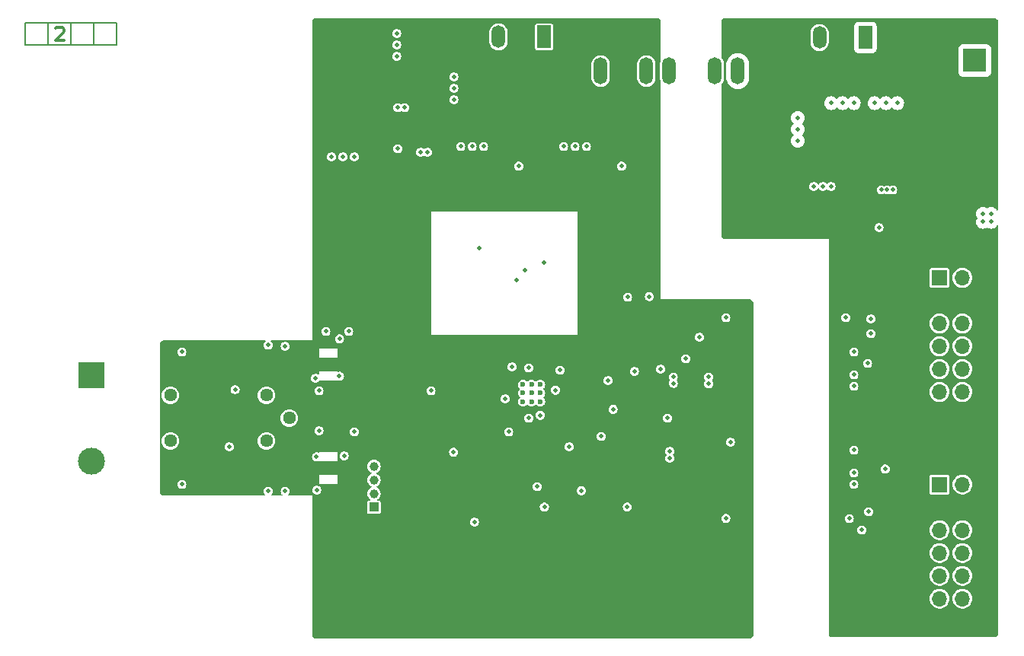
<source format=gbr>
G04 #@! TF.GenerationSoftware,KiCad,Pcbnew,8.0.4*
G04 #@! TF.CreationDate,2024-09-02T12:45:46+02:00*
G04 #@! TF.ProjectId,AD4030-Voltage,41443430-3330-42d5-966f-6c746167652e,rev?*
G04 #@! TF.SameCoordinates,Original*
G04 #@! TF.FileFunction,Copper,L2,Inr*
G04 #@! TF.FilePolarity,Positive*
%FSLAX46Y46*%
G04 Gerber Fmt 4.6, Leading zero omitted, Abs format (unit mm)*
G04 Created by KiCad (PCBNEW 8.0.4) date 2024-09-02 12:45:46*
%MOMM*%
%LPD*%
G01*
G04 APERTURE LIST*
G04 #@! TA.AperFunction,NonConductor*
%ADD10C,0.200000*%
G04 #@! TD*
%ADD11C,0.300000*%
G04 #@! TA.AperFunction,NonConductor*
%ADD12C,0.300000*%
G04 #@! TD*
G04 #@! TA.AperFunction,ComponentPad*
%ADD13C,1.440000*%
G04 #@! TD*
G04 #@! TA.AperFunction,ComponentPad*
%ADD14R,1.500000X3.000000*%
G04 #@! TD*
G04 #@! TA.AperFunction,ComponentPad*
%ADD15O,1.500000X3.000000*%
G04 #@! TD*
G04 #@! TA.AperFunction,HeatsinkPad*
%ADD16C,0.500000*%
G04 #@! TD*
G04 #@! TA.AperFunction,ComponentPad*
%ADD17R,1.000000X1.000000*%
G04 #@! TD*
G04 #@! TA.AperFunction,ComponentPad*
%ADD18C,1.000000*%
G04 #@! TD*
G04 #@! TA.AperFunction,ComponentPad*
%ADD19R,2.600000X2.600000*%
G04 #@! TD*
G04 #@! TA.AperFunction,ComponentPad*
%ADD20C,2.600000*%
G04 #@! TD*
G04 #@! TA.AperFunction,ComponentPad*
%ADD21R,1.500000X2.500000*%
G04 #@! TD*
G04 #@! TA.AperFunction,ComponentPad*
%ADD22O,1.500000X2.500000*%
G04 #@! TD*
G04 #@! TA.AperFunction,ComponentPad*
%ADD23C,0.500000*%
G04 #@! TD*
G04 #@! TA.AperFunction,HeatsinkPad*
%ADD24C,0.600000*%
G04 #@! TD*
G04 #@! TA.AperFunction,ComponentPad*
%ADD25R,1.700000X1.700000*%
G04 #@! TD*
G04 #@! TA.AperFunction,ComponentPad*
%ADD26O,1.700000X1.700000*%
G04 #@! TD*
G04 #@! TA.AperFunction,ComponentPad*
%ADD27R,3.000000X3.000000*%
G04 #@! TD*
G04 #@! TA.AperFunction,ComponentPad*
%ADD28C,3.000000*%
G04 #@! TD*
G04 #@! TA.AperFunction,ViaPad*
%ADD29C,0.500000*%
G04 #@! TD*
G04 APERTURE END LIST*
D10*
X83947000Y-61087000D02*
X83947000Y-63500000D01*
X91567000Y-63500000D02*
X81407000Y-63500000D01*
X91567000Y-61087000D02*
X81407000Y-61087000D01*
X86487000Y-61087000D02*
X86487000Y-63500000D01*
X91567000Y-61087000D02*
X91567000Y-63500000D01*
X89027000Y-63500000D02*
X89027000Y-61087000D01*
X81407000Y-63500000D02*
X81407000Y-61087000D01*
D11*
D12*
X84811082Y-61664285D02*
X84882510Y-61592857D01*
X84882510Y-61592857D02*
X85025368Y-61521428D01*
X85025368Y-61521428D02*
X85382510Y-61521428D01*
X85382510Y-61521428D02*
X85525368Y-61592857D01*
X85525368Y-61592857D02*
X85596796Y-61664285D01*
X85596796Y-61664285D02*
X85668225Y-61807142D01*
X85668225Y-61807142D02*
X85668225Y-61950000D01*
X85668225Y-61950000D02*
X85596796Y-62164285D01*
X85596796Y-62164285D02*
X84739653Y-63021428D01*
X84739653Y-63021428D02*
X85668225Y-63021428D01*
D13*
G04 #@! TO.N,Net-(R211-Pad2)*
G04 #@! TO.C,RV201*
X97536000Y-102489000D03*
G04 #@! TO.N,GND*
X100076000Y-105029000D03*
G04 #@! TO.N,Net-(R212-Pad1)*
X97536000Y-107569000D03*
G04 #@! TD*
D14*
G04 #@! TO.N,GNDS*
G04 #@! TO.C,U503*
X163123500Y-66400000D03*
D15*
G04 #@! TO.N,Net-(U503-+VIN)*
X160583500Y-66400000D03*
G04 #@! TO.N,unconnected-(U503-ON{slash}~{OFF}-Pad3)*
X158043500Y-66400000D03*
G04 #@! TO.N,unconnected-(U503-NC-Pad5)*
X152963500Y-66400000D03*
G04 #@! TO.N,+9V*
X150423500Y-66400000D03*
G04 #@! TO.N,GND*
X147883500Y-66400000D03*
G04 #@! TO.N,unconnected-(U503-NC-Pad8)*
X145343500Y-66400000D03*
G04 #@! TD*
D16*
G04 #@! TO.N,GND*
G04 #@! TO.C,RN206*
X133365000Y-107654000D03*
X132065000Y-107654000D03*
X133365000Y-108754000D03*
X132065000Y-108754000D03*
G04 #@! TD*
G04 #@! TO.N,GND*
G04 #@! TO.C,RN201*
X105044000Y-104479000D03*
X103744000Y-104479000D03*
X105044000Y-105579000D03*
X103744000Y-105579000D03*
G04 #@! TD*
D17*
G04 #@! TO.N,+5V*
G04 #@! TO.C,K201*
X120142000Y-114935000D03*
D18*
G04 #@! TO.N,Net-(Q201-C)*
X120142000Y-113415000D03*
G04 #@! TO.N,Net-(U202--)*
X120142000Y-111895000D03*
G04 #@! TO.N,Net-(C227-Pad1)*
X120142000Y-110375000D03*
G04 #@! TD*
D19*
G04 #@! TO.N,Net-(J501-Pin_1)*
G04 #@! TO.C,J501*
X186904000Y-65227000D03*
D20*
G04 #@! TO.N,GNDS*
X181904000Y-65227000D03*
G04 #@! TD*
D21*
G04 #@! TO.N,Net-(U502-Vin)*
G04 #@! TO.C,U502*
X174752000Y-62682500D03*
D22*
G04 #@! TO.N,GNDS*
X172212000Y-62682500D03*
G04 #@! TO.N,Net-(U502-Vout)*
X169672000Y-62682500D03*
G04 #@! TD*
D13*
G04 #@! TO.N,Net-(R213-Pad2)*
G04 #@! TO.C,RV202*
X108204000Y-102489000D03*
G04 #@! TO.N,Net-(C225-Pad1)*
X110744000Y-105029000D03*
G04 #@! TO.N,Net-(R214-Pad1)*
X108204000Y-107569000D03*
G04 #@! TD*
D16*
G04 #@! TO.N,GND*
G04 #@! TO.C,RN203*
X124729000Y-101304000D03*
X123429000Y-101304000D03*
X124729000Y-102404000D03*
X123429000Y-102404000D03*
G04 #@! TD*
D23*
G04 #@! TO.N,GND*
G04 #@! TO.C,U501*
X123962000Y-72619000D03*
X124762000Y-73019000D03*
X123162000Y-73019000D03*
X123962000Y-73419000D03*
G04 #@! TD*
D21*
G04 #@! TO.N,+9V*
G04 #@! TO.C,U507*
X139065000Y-62611000D03*
D22*
G04 #@! TO.N,GND*
X136525000Y-62611000D03*
G04 #@! TO.N,+5V*
X133985000Y-62611000D03*
G04 #@! TD*
D24*
G04 #@! TO.N,-5VA*
G04 #@! TO.C,U201*
X136718000Y-101285000D03*
X136718000Y-102235000D03*
X136718000Y-103185000D03*
X137668000Y-101285000D03*
X137668000Y-102235000D03*
X137668000Y-103185000D03*
X138618000Y-101285000D03*
X138618000Y-102235000D03*
X138618000Y-103185000D03*
G04 #@! TD*
D16*
G04 #@! TO.N,GND*
G04 #@! TO.C,RN204*
X124729000Y-107703000D03*
X123429000Y-107703000D03*
X124729000Y-108803000D03*
X123429000Y-108803000D03*
G04 #@! TD*
G04 #@! TO.N,GND*
G04 #@! TO.C,RN205*
X133365000Y-101304000D03*
X132065000Y-101304000D03*
X133365000Y-102404000D03*
X132065000Y-102404000D03*
G04 #@! TD*
D25*
G04 #@! TO.N,unconnected-(J403-Pin_1-Pad1)*
G04 #@! TO.C,J403*
X183007000Y-89408000D03*
D26*
G04 #@! TO.N,unconnected-(J403-Pin_2-Pad2)*
X185547000Y-89408000D03*
G04 #@! TO.N,GNDS*
X183007000Y-91948000D03*
X185547000Y-91948000D03*
G04 #@! TO.N,Net-(J403-Pin_5)*
X183007000Y-94488000D03*
G04 #@! TO.N,Net-(J403-Pin_6)*
X185547000Y-94488000D03*
G04 #@! TO.N,Net-(J403-Pin_7)*
X183007000Y-97028000D03*
G04 #@! TO.N,Net-(J403-Pin_8)*
X185547000Y-97028000D03*
G04 #@! TO.N,Net-(J403-Pin_9)*
X183007000Y-99568000D03*
G04 #@! TO.N,Net-(J403-Pin_10)*
X185547000Y-99568000D03*
G04 #@! TO.N,unconnected-(J403-Pin_11-Pad11)*
X183007000Y-102108000D03*
G04 #@! TO.N,unconnected-(J403-Pin_12-Pad12)*
X185547000Y-102108000D03*
G04 #@! TD*
D16*
G04 #@! TO.N,GND*
G04 #@! TO.C,RN202*
X114367000Y-105579000D03*
X115667000Y-105579000D03*
X114367000Y-104479000D03*
X115667000Y-104479000D03*
G04 #@! TD*
D27*
G04 #@! TO.N,Net-(J201-Pin_1)*
G04 #@! TO.C,J201*
X88773000Y-100269000D03*
D28*
G04 #@! TO.N,Net-(J201-Pin_2)*
X88773000Y-109789000D03*
G04 #@! TD*
D25*
G04 #@! TO.N,unconnected-(J404-Pin_1-Pad1)*
G04 #@! TO.C,J404*
X183007000Y-112408000D03*
D26*
G04 #@! TO.N,unconnected-(J404-Pin_2-Pad2)*
X185547000Y-112408000D03*
G04 #@! TO.N,GNDS*
X183007000Y-114948000D03*
X185547000Y-114948000D03*
G04 #@! TO.N,Net-(J404-Pin_5)*
X183007000Y-117488000D03*
G04 #@! TO.N,Net-(J404-Pin_6)*
X185547000Y-117488000D03*
G04 #@! TO.N,Net-(J404-Pin_7)*
X183007000Y-120028000D03*
G04 #@! TO.N,Net-(J404-Pin_8)*
X185547000Y-120028000D03*
G04 #@! TO.N,Net-(J404-Pin_9)*
X183007000Y-122568000D03*
G04 #@! TO.N,Net-(J404-Pin_10)*
X185547000Y-122568000D03*
G04 #@! TO.N,unconnected-(J404-Pin_11-Pad11)*
X183007000Y-125108000D03*
G04 #@! TO.N,unconnected-(J404-Pin_12-Pad12)*
X185547000Y-125108000D03*
G04 #@! TD*
D29*
G04 #@! TO.N,GND*
X146304000Y-74262500D03*
X134874000Y-74262500D03*
X125730000Y-85090000D03*
X115570000Y-99441000D03*
X125730000Y-87630000D03*
X116713000Y-69215000D03*
X155930600Y-104216200D03*
X155930600Y-106603800D03*
X135890000Y-75405500D03*
X128397000Y-101981000D03*
X125730000Y-82550000D03*
X127000000Y-96520000D03*
X144018000Y-104521000D03*
X113792000Y-83312000D03*
X126111000Y-108077000D03*
X154355800Y-107391200D03*
X117983000Y-69215000D03*
X133040000Y-105191110D03*
X132080000Y-96520000D03*
X139065000Y-87757000D03*
X155168600Y-103403400D03*
X114554000Y-98679000D03*
X143510000Y-92710000D03*
X154355800Y-104216200D03*
X154355800Y-106603800D03*
X146304000Y-75405500D03*
X139827000Y-104267000D03*
X146177000Y-96774000D03*
X125476000Y-64770000D03*
X113792000Y-62357000D03*
X143510000Y-85090000D03*
X147320000Y-73119500D03*
X152730200Y-103403400D03*
X114554000Y-99441000D03*
X129540000Y-124460000D03*
X134620000Y-127000000D03*
X119380000Y-127000000D03*
X124460000Y-124460000D03*
X134620000Y-112649000D03*
X154051000Y-110363000D03*
X143637000Y-114046000D03*
X138430000Y-106172000D03*
X153543000Y-96012000D03*
X129032000Y-78867000D03*
X129032000Y-77724000D03*
X113792000Y-88392000D03*
X146304000Y-73119500D03*
X113792000Y-67437000D03*
X139700000Y-96520000D03*
X137160000Y-96520000D03*
X155930600Y-105816400D03*
X154355800Y-105816400D03*
X154940000Y-101092000D03*
X151638000Y-88392000D03*
X135890000Y-74262500D03*
X114554000Y-110236000D03*
X145415000Y-108204000D03*
X137160000Y-81280000D03*
X146116000Y-93406000D03*
X144018000Y-105537000D03*
X129540000Y-127000000D03*
X139700000Y-81280000D03*
X113792000Y-64897000D03*
X155168600Y-106603800D03*
X155168600Y-105029000D03*
X153619200Y-103403400D03*
X143510000Y-82550000D03*
X129540000Y-81280000D03*
X123129000Y-117028000D03*
X125730000Y-92710000D03*
X134620000Y-124460000D03*
X125730000Y-95250000D03*
X154355800Y-103403400D03*
X125730000Y-90170000D03*
X123129000Y-117917000D03*
X161417000Y-105029000D03*
X119380000Y-124460000D03*
X121920000Y-127000000D03*
X149733000Y-101600000D03*
X121920000Y-124460000D03*
X145669000Y-114046000D03*
X154813000Y-96012000D03*
X126036500Y-110415500D03*
X113792000Y-90932000D03*
X151638000Y-80772000D03*
X147320000Y-74262500D03*
X113792000Y-85852000D03*
X155930600Y-103403400D03*
X98806000Y-100838000D03*
X132080000Y-127000000D03*
X143510000Y-95250000D03*
X139827000Y-112014000D03*
X151638000Y-83312000D03*
X135890000Y-73119500D03*
X115570000Y-110998000D03*
X127000000Y-81280000D03*
X134493000Y-105029000D03*
X152755600Y-106603800D03*
X146752500Y-108331000D03*
X152044400Y-107391200D03*
X148590000Y-93406000D03*
X129032000Y-76581000D03*
X116840000Y-127000000D03*
X161417000Y-125730000D03*
X132080000Y-81280000D03*
X125476000Y-63500000D03*
X129540000Y-96520000D03*
X147320000Y-75405500D03*
X134874000Y-73119500D03*
X98806000Y-109220000D03*
X125476000Y-62230000D03*
X132080000Y-124460000D03*
X157632400Y-108254800D03*
X115443000Y-69215000D03*
X128270000Y-113665000D03*
X135064500Y-100393500D03*
X134874000Y-75405500D03*
X124460000Y-127000000D03*
X155168600Y-104216200D03*
X147701000Y-86995000D03*
X161417000Y-103632000D03*
X114554000Y-110998000D03*
X143002000Y-105537000D03*
X155168600Y-105816400D03*
X115570000Y-98679000D03*
X154355800Y-105029000D03*
X155930600Y-105029000D03*
X161417000Y-106426000D03*
X127000000Y-124460000D03*
X147320000Y-112014000D03*
X115570000Y-110236000D03*
X161417000Y-123190000D03*
X161417000Y-120650000D03*
X116840000Y-124460000D03*
X161417000Y-118110000D03*
X151638000Y-85852000D03*
X142240000Y-96520000D03*
X127000000Y-127000000D03*
X151130000Y-105029000D03*
X143510000Y-90170000D03*
X113792000Y-80772000D03*
X142240000Y-81280000D03*
X143002000Y-104521000D03*
X143510000Y-87630000D03*
G04 #@! TO.N,+5VA*
X116314500Y-100347500D03*
X116332722Y-96219513D03*
X153416000Y-101142800D03*
X113774500Y-109329500D03*
X122682000Y-64770000D03*
X129005500Y-108812500D03*
X153416000Y-100457000D03*
X138303000Y-112649000D03*
X122682000Y-63500000D03*
X113792000Y-113030000D03*
X110297000Y-97028000D03*
X141859000Y-108204000D03*
X108397000Y-113157000D03*
X140335000Y-101910000D03*
X122682000Y-62230000D03*
G04 #@! TO.N,Net-(C212-Pad2)*
X98806000Y-97663000D03*
G04 #@! TO.N,Net-(C213-Pad2)*
X98806000Y-112395000D03*
G04 #@! TO.N,-5VA*
X135128000Y-106553000D03*
X116840000Y-109220000D03*
X117983000Y-75946000D03*
X116713000Y-75946000D03*
X108397000Y-96901000D03*
X110297000Y-113157000D03*
X115443000Y-75946000D03*
X113665000Y-100584000D03*
X126492000Y-101981000D03*
X134747000Y-102870000D03*
G04 #@! TO.N,Net-(C227-Pad1)*
X117983000Y-106553000D03*
G04 #@! TO.N,+1V8*
X153035000Y-109474000D03*
X150767000Y-91506000D03*
X148309500Y-114908500D03*
X159258000Y-93853000D03*
X132334000Y-74803000D03*
X157353000Y-100457000D03*
X159258000Y-116178500D03*
X156337000Y-96012000D03*
X131318000Y-116586000D03*
X157353000Y-101219000D03*
X131064000Y-74803000D03*
X129794000Y-74803000D03*
X136244500Y-76988500D03*
X153035000Y-108712000D03*
G04 #@! TO.N,GNDS*
X177165000Y-82931000D03*
X167132000Y-83439000D03*
X171196000Y-120650000D03*
X165862000Y-82169000D03*
X175260000Y-127000000D03*
X171577000Y-105029000D03*
X171196000Y-125730000D03*
X173228000Y-79883000D03*
X173228000Y-81026000D03*
X164592000Y-83439000D03*
X177800000Y-127000000D03*
X162052000Y-82169000D03*
X182880000Y-107950000D03*
X160782000Y-83439000D03*
X174244000Y-79883000D03*
X163322000Y-83439000D03*
X185420000Y-107950000D03*
X162052000Y-83439000D03*
X174244000Y-81026000D03*
X171196000Y-118110000D03*
X185420000Y-106680000D03*
X174244000Y-78740000D03*
X171577000Y-103632000D03*
X163322000Y-82169000D03*
X171577000Y-106426000D03*
X184150000Y-107950000D03*
X173228000Y-78740000D03*
X184150000Y-106680000D03*
X167132000Y-82169000D03*
X160782000Y-82169000D03*
X165862000Y-83439000D03*
X180340000Y-127000000D03*
X164592000Y-82169000D03*
X182880000Y-106680000D03*
X171196000Y-123190000D03*
X186690000Y-107950000D03*
X186690000Y-106680000D03*
X172720000Y-127000000D03*
G04 #@! TO.N,VCCQ*
X172593000Y-93853000D03*
X170053000Y-79248000D03*
X169037000Y-79248000D03*
X170942000Y-79248000D03*
X172974000Y-116205000D03*
X176276000Y-83820000D03*
G04 #@! TO.N,+9V*
X131826000Y-86106000D03*
G04 #@! TO.N,Net-(D501-K)*
X177038000Y-69977000D03*
X167259000Y-71628000D03*
X175768000Y-69977000D03*
X167259000Y-74168000D03*
X178308000Y-69977000D03*
X188722000Y-83185000D03*
X188722000Y-82296000D03*
X187833000Y-83185000D03*
X167259000Y-72898000D03*
X187833000Y-82296000D03*
G04 #@! TO.N,+5V*
X129032000Y-67056000D03*
X125349000Y-75438000D03*
X129032000Y-68326000D03*
X140843000Y-99695000D03*
X122809000Y-75057000D03*
X139091500Y-114908500D03*
X129032000Y-69596000D03*
X126111000Y-75438000D03*
G04 #@! TO.N,Net-(R212-Pad2)*
X104069000Y-108204000D03*
G04 #@! TO.N,Net-(U202--)*
X114042000Y-106426000D03*
X114808000Y-95377000D03*
G04 #@! TO.N,Net-(U303-REFIN)*
X152019000Y-99568000D03*
G04 #@! TO.N,Net-(U202-FB)*
X117348000Y-95377000D03*
X114046000Y-101981000D03*
G04 #@! TO.N,Net-(U304-NR)*
X136017000Y-89662000D03*
G04 #@! TO.N,Net-(U303-~{RST})*
X154813000Y-98425000D03*
G04 #@! TO.N,Net-(U301--)*
X146722500Y-104050500D03*
G04 #@! TO.N,VDDF*
X136906000Y-88575000D03*
G04 #@! TO.N,Net-(U201-Pad16)*
X138643000Y-104703608D03*
X135509000Y-99314000D03*
G04 #@! TO.N,/ADC/ADC_CNV*
X148336000Y-91567000D03*
X159766000Y-107696000D03*
G04 #@! TO.N,/Isolation/CONN_100MHz*
X175387000Y-93980000D03*
G04 #@! TO.N,/Isolation/CONN_~{CS}*
X173482000Y-112395000D03*
G04 #@! TO.N,+3.3V*
X147674500Y-76988500D03*
X142494000Y-74803000D03*
X143764000Y-74803000D03*
X141224000Y-74803000D03*
G04 #@! TO.N,/Isolation/CONN_SDO0*
X173482000Y-100203000D03*
G04 #@! TO.N,/Isolation/CONN_SDI*
X173482000Y-111125000D03*
G04 #@! TO.N,/Isolation/CONN_BUSY*
X173482000Y-101473000D03*
G04 #@! TO.N,/Isolation/CONN_SDO1*
X173482000Y-97663000D03*
G04 #@! TO.N,/Isolation/CONN_SDO3*
X175387000Y-95631000D03*
G04 #@! TO.N,/Isolation/CONN_SDO2*
X175006000Y-98933000D03*
G04 #@! TO.N,/Isolation/CONN_GAIN_x10*
X174371000Y-117475000D03*
G04 #@! TO.N,/Isolation/CONN_GAIN_x20*
X175133000Y-115443000D03*
G04 #@! TO.N,/Isolation/CONN_SCK*
X176974500Y-110680500D03*
G04 #@! TO.N,/Isolation/CONN_CNV*
X173482000Y-108585000D03*
G04 #@! TO.N,Net-(R211-Pad1)*
X104719000Y-101854000D03*
G04 #@! TO.N,VCOM*
X146177000Y-100838000D03*
X145415000Y-107061000D03*
G04 #@! TO.N,/DIFF/SW_GAIN_x20*
X143195000Y-113096000D03*
X137343000Y-105029000D03*
X137343000Y-99441000D03*
G04 #@! TO.N,Net-(U501-VPOS)*
X123571000Y-70485000D03*
X122809000Y-70485000D03*
G04 #@! TO.N,Net-(U502-Vin)*
X170942000Y-69977000D03*
X173482000Y-69977000D03*
X172212000Y-69977000D03*
G04 #@! TO.N,Net-(U502-Vout)*
X176530000Y-79629000D03*
X177165000Y-79629000D03*
X177800000Y-79629000D03*
G04 #@! TO.N,Net-(R308-Pad2)*
X152781000Y-105029000D03*
X149098000Y-99822000D03*
G04 #@! TD*
G04 #@! TA.AperFunction,Conductor*
G04 #@! TO.N,GND*
G36*
X151831806Y-60518806D02*
G01*
X152000694Y-60687694D01*
X152019000Y-60731888D01*
X152019000Y-65292907D01*
X152014243Y-65316824D01*
X151997603Y-65356997D01*
X151959000Y-65551064D01*
X151959000Y-67248935D01*
X151997601Y-67442996D01*
X151997602Y-67442999D01*
X151997603Y-67443002D01*
X152014243Y-67483176D01*
X152019000Y-67507090D01*
X152019000Y-91821000D01*
X162026112Y-91821000D01*
X162070306Y-91839306D01*
X162287694Y-92056694D01*
X162306000Y-92100888D01*
X162306000Y-129260112D01*
X162287694Y-129304306D01*
X162110806Y-129481194D01*
X162066612Y-129499500D01*
X113523388Y-129499500D01*
X113479194Y-129481194D01*
X113302306Y-129304306D01*
X113284000Y-129260112D01*
X113284000Y-116586000D01*
X130808312Y-116586000D01*
X130828957Y-116729594D01*
X130828958Y-116729597D01*
X130889222Y-116861556D01*
X130889225Y-116861561D01*
X130984226Y-116971198D01*
X131106263Y-117049626D01*
X131106268Y-117049629D01*
X131245461Y-117090499D01*
X131245463Y-117090500D01*
X131245464Y-117090500D01*
X131390537Y-117090500D01*
X131390537Y-117090499D01*
X131529732Y-117049629D01*
X131575535Y-117020192D01*
X131651773Y-116971198D01*
X131746774Y-116861561D01*
X131746777Y-116861558D01*
X131807042Y-116729596D01*
X131827688Y-116586000D01*
X131807042Y-116442404D01*
X131746777Y-116310442D01*
X131746774Y-116310438D01*
X131651773Y-116200801D01*
X131617072Y-116178500D01*
X158748312Y-116178500D01*
X158768957Y-116322094D01*
X158768958Y-116322097D01*
X158829222Y-116454056D01*
X158829225Y-116454061D01*
X158924226Y-116563698D01*
X159046263Y-116642126D01*
X159046268Y-116642129D01*
X159185461Y-116682999D01*
X159185463Y-116683000D01*
X159185464Y-116683000D01*
X159330537Y-116683000D01*
X159330537Y-116682999D01*
X159469732Y-116642129D01*
X159557070Y-116586000D01*
X159591773Y-116563698D01*
X159686774Y-116454061D01*
X159686777Y-116454058D01*
X159747042Y-116322096D01*
X159767688Y-116178500D01*
X159747042Y-116034904D01*
X159686777Y-115902942D01*
X159686774Y-115902938D01*
X159591773Y-115793301D01*
X159469736Y-115714873D01*
X159469727Y-115714869D01*
X159330538Y-115674000D01*
X159330536Y-115674000D01*
X159185464Y-115674000D01*
X159185462Y-115674000D01*
X159046272Y-115714869D01*
X159046263Y-115714873D01*
X158924226Y-115793301D01*
X158829225Y-115902938D01*
X158829222Y-115902943D01*
X158768958Y-116034902D01*
X158768957Y-116034905D01*
X158748312Y-116178500D01*
X131617072Y-116178500D01*
X131529736Y-116122373D01*
X131529727Y-116122369D01*
X131390538Y-116081500D01*
X131390536Y-116081500D01*
X131245464Y-116081500D01*
X131245462Y-116081500D01*
X131106272Y-116122369D01*
X131106263Y-116122373D01*
X130984226Y-116200801D01*
X130889225Y-116310438D01*
X130889222Y-116310443D01*
X130828958Y-116442402D01*
X130828957Y-116442405D01*
X130808312Y-116586000D01*
X113284000Y-116586000D01*
X113284000Y-113919000D01*
X113284000Y-113665000D01*
X113030000Y-113665000D01*
X110652545Y-113665000D01*
X110608351Y-113646694D01*
X110590045Y-113602500D01*
X110608351Y-113558306D01*
X110618755Y-113549922D01*
X110630773Y-113542198D01*
X110630775Y-113542196D01*
X110725777Y-113432558D01*
X110786042Y-113300596D01*
X110806688Y-113157000D01*
X110788428Y-113030000D01*
X113282312Y-113030000D01*
X113302957Y-113173594D01*
X113302958Y-113173597D01*
X113363222Y-113305556D01*
X113363225Y-113305561D01*
X113458226Y-113415198D01*
X113560925Y-113481198D01*
X113580268Y-113493629D01*
X113719461Y-113534499D01*
X113719463Y-113534500D01*
X113719464Y-113534500D01*
X113864537Y-113534500D01*
X113864537Y-113534499D01*
X114003732Y-113493629D01*
X114049535Y-113464192D01*
X114125773Y-113415198D01*
X114163585Y-113371561D01*
X114220777Y-113305558D01*
X114281042Y-113173596D01*
X114301688Y-113030000D01*
X114281042Y-112886404D01*
X114220777Y-112754442D01*
X114200396Y-112730921D01*
X114125773Y-112644801D01*
X114003736Y-112566373D01*
X114003727Y-112566369D01*
X113864538Y-112525500D01*
X113864536Y-112525500D01*
X113719464Y-112525500D01*
X113719462Y-112525500D01*
X113580272Y-112566369D01*
X113580263Y-112566373D01*
X113458226Y-112644801D01*
X113363225Y-112754438D01*
X113363222Y-112754443D01*
X113302958Y-112886402D01*
X113302957Y-112886405D01*
X113282312Y-113030000D01*
X110788428Y-113030000D01*
X110786042Y-113013404D01*
X110725777Y-112881442D01*
X110725774Y-112881438D01*
X110630773Y-112771801D01*
X110508736Y-112693373D01*
X110508727Y-112693369D01*
X110369538Y-112652500D01*
X110369536Y-112652500D01*
X110224464Y-112652500D01*
X110224462Y-112652500D01*
X110085272Y-112693369D01*
X110085263Y-112693373D01*
X109963226Y-112771801D01*
X109868225Y-112881438D01*
X109868222Y-112881443D01*
X109807958Y-113013402D01*
X109807957Y-113013405D01*
X109787312Y-113157000D01*
X109807957Y-113300594D01*
X109807958Y-113300597D01*
X109868222Y-113432556D01*
X109868225Y-113432561D01*
X109963226Y-113542198D01*
X109975245Y-113549922D01*
X110002527Y-113589215D01*
X109994033Y-113636290D01*
X109954740Y-113663572D01*
X109941455Y-113665000D01*
X108752545Y-113665000D01*
X108708351Y-113646694D01*
X108690045Y-113602500D01*
X108708351Y-113558306D01*
X108718755Y-113549922D01*
X108730773Y-113542198D01*
X108730775Y-113542196D01*
X108825777Y-113432558D01*
X108886042Y-113300596D01*
X108906688Y-113157000D01*
X108886042Y-113013404D01*
X108825777Y-112881442D01*
X108825774Y-112881438D01*
X108730773Y-112771801D01*
X108608736Y-112693373D01*
X108608727Y-112693369D01*
X108469538Y-112652500D01*
X108469536Y-112652500D01*
X108324464Y-112652500D01*
X108324462Y-112652500D01*
X108185272Y-112693369D01*
X108185263Y-112693373D01*
X108063226Y-112771801D01*
X107968225Y-112881438D01*
X107968222Y-112881443D01*
X107907958Y-113013402D01*
X107907957Y-113013405D01*
X107887312Y-113157000D01*
X107907957Y-113300594D01*
X107907958Y-113300597D01*
X107968222Y-113432556D01*
X107968225Y-113432561D01*
X108063226Y-113542198D01*
X108075245Y-113549922D01*
X108102527Y-113589215D01*
X108094033Y-113636290D01*
X108054740Y-113663572D01*
X108041455Y-113665000D01*
X96672888Y-113665000D01*
X96628694Y-113646694D01*
X96411306Y-113429306D01*
X96393000Y-113385112D01*
X96393000Y-112395000D01*
X98296312Y-112395000D01*
X98316957Y-112538594D01*
X98316958Y-112538597D01*
X98377222Y-112670556D01*
X98377225Y-112670561D01*
X98472226Y-112780198D01*
X98594263Y-112858626D01*
X98594268Y-112858629D01*
X98688866Y-112886405D01*
X98733461Y-112899499D01*
X98733463Y-112899500D01*
X98733464Y-112899500D01*
X98878537Y-112899500D01*
X98878537Y-112899499D01*
X99017732Y-112858629D01*
X99075698Y-112821376D01*
X99139773Y-112780198D01*
X99139775Y-112780196D01*
X99234777Y-112670558D01*
X99295042Y-112538596D01*
X99315688Y-112395000D01*
X114046000Y-112395000D01*
X116078000Y-112395000D01*
X116078000Y-111379000D01*
X114046000Y-111379000D01*
X114046000Y-112395000D01*
X99315688Y-112395000D01*
X99295042Y-112251404D01*
X99234777Y-112119442D01*
X99234774Y-112119438D01*
X99139773Y-112009801D01*
X99017736Y-111931373D01*
X99017727Y-111931369D01*
X98878538Y-111890500D01*
X98878536Y-111890500D01*
X98733464Y-111890500D01*
X98733462Y-111890500D01*
X98594272Y-111931369D01*
X98594263Y-111931373D01*
X98472226Y-112009801D01*
X98377225Y-112119438D01*
X98377222Y-112119443D01*
X98316958Y-112251402D01*
X98316957Y-112251405D01*
X98296312Y-112395000D01*
X96393000Y-112395000D01*
X96393000Y-110375000D01*
X119382726Y-110375000D01*
X119401762Y-110543950D01*
X119401763Y-110543954D01*
X119457919Y-110704439D01*
X119457921Y-110704443D01*
X119548374Y-110848398D01*
X119668601Y-110968625D01*
X119812556Y-111059078D01*
X119812557Y-111059079D01*
X119812559Y-111059079D01*
X119812563Y-111059082D01*
X119860935Y-111076008D01*
X119896602Y-111107883D01*
X119899284Y-111155643D01*
X119867408Y-111191311D01*
X119860943Y-111193989D01*
X119819290Y-111208563D01*
X119812557Y-111210920D01*
X119812556Y-111210921D01*
X119668601Y-111301374D01*
X119548374Y-111421601D01*
X119457921Y-111565556D01*
X119457919Y-111565560D01*
X119401763Y-111726045D01*
X119401762Y-111726049D01*
X119382726Y-111895000D01*
X119401762Y-112063950D01*
X119401763Y-112063954D01*
X119444248Y-112185371D01*
X119457919Y-112224439D01*
X119457921Y-112224443D01*
X119548374Y-112368398D01*
X119668601Y-112488625D01*
X119812556Y-112579078D01*
X119812557Y-112579079D01*
X119812559Y-112579079D01*
X119812563Y-112579082D01*
X119860935Y-112596008D01*
X119896602Y-112627883D01*
X119899284Y-112675643D01*
X119867408Y-112711311D01*
X119860943Y-112713989D01*
X119819290Y-112728563D01*
X119812557Y-112730920D01*
X119812556Y-112730921D01*
X119668601Y-112821374D01*
X119548374Y-112941601D01*
X119457921Y-113085556D01*
X119457919Y-113085560D01*
X119401763Y-113246045D01*
X119401762Y-113246049D01*
X119382726Y-113415000D01*
X119401762Y-113583950D01*
X119401763Y-113583954D01*
X119408252Y-113602500D01*
X119457919Y-113744439D01*
X119457921Y-113744443D01*
X119548374Y-113888398D01*
X119668601Y-114008625D01*
X119758449Y-114065080D01*
X119786130Y-114104092D01*
X119778117Y-114151252D01*
X119739105Y-114178933D01*
X119725198Y-114180500D01*
X119616935Y-114180500D01*
X119616931Y-114180501D01*
X119542700Y-114195265D01*
X119542696Y-114195267D01*
X119458515Y-114251515D01*
X119402266Y-114335697D01*
X119402265Y-114335699D01*
X119387500Y-114409932D01*
X119387500Y-115460064D01*
X119387501Y-115460068D01*
X119402265Y-115534299D01*
X119402267Y-115534303D01*
X119458515Y-115618484D01*
X119542697Y-115674733D01*
X119542699Y-115674734D01*
X119616933Y-115689500D01*
X120667066Y-115689499D01*
X120741301Y-115674734D01*
X120825484Y-115618484D01*
X120881734Y-115534301D01*
X120896500Y-115460067D01*
X120896499Y-114908500D01*
X138581812Y-114908500D01*
X138602457Y-115052094D01*
X138602458Y-115052097D01*
X138662722Y-115184056D01*
X138662725Y-115184061D01*
X138757726Y-115293698D01*
X138879763Y-115372126D01*
X138879768Y-115372129D01*
X139018961Y-115412999D01*
X139018963Y-115413000D01*
X139018964Y-115413000D01*
X139164037Y-115413000D01*
X139164037Y-115412999D01*
X139303232Y-115372129D01*
X139349035Y-115342692D01*
X139425273Y-115293698D01*
X139520274Y-115184061D01*
X139520277Y-115184058D01*
X139580542Y-115052096D01*
X139601188Y-114908500D01*
X147799812Y-114908500D01*
X147820457Y-115052094D01*
X147820458Y-115052097D01*
X147880722Y-115184056D01*
X147880725Y-115184061D01*
X147975726Y-115293698D01*
X148097763Y-115372126D01*
X148097768Y-115372129D01*
X148236961Y-115412999D01*
X148236963Y-115413000D01*
X148236964Y-115413000D01*
X148382037Y-115413000D01*
X148382037Y-115412999D01*
X148521232Y-115372129D01*
X148567035Y-115342692D01*
X148643273Y-115293698D01*
X148738274Y-115184061D01*
X148738277Y-115184058D01*
X148798542Y-115052096D01*
X148819188Y-114908500D01*
X148798542Y-114764904D01*
X148738277Y-114632942D01*
X148738274Y-114632938D01*
X148643273Y-114523301D01*
X148521236Y-114444873D01*
X148521227Y-114444869D01*
X148382038Y-114404000D01*
X148382036Y-114404000D01*
X148236964Y-114404000D01*
X148236962Y-114404000D01*
X148097772Y-114444869D01*
X148097763Y-114444873D01*
X147975726Y-114523301D01*
X147880725Y-114632938D01*
X147880722Y-114632943D01*
X147820458Y-114764902D01*
X147820457Y-114764905D01*
X147799812Y-114908500D01*
X139601188Y-114908500D01*
X139580542Y-114764904D01*
X139520277Y-114632942D01*
X139520274Y-114632938D01*
X139425273Y-114523301D01*
X139303236Y-114444873D01*
X139303227Y-114444869D01*
X139164038Y-114404000D01*
X139164036Y-114404000D01*
X139018964Y-114404000D01*
X139018962Y-114404000D01*
X138879772Y-114444869D01*
X138879763Y-114444873D01*
X138757726Y-114523301D01*
X138662725Y-114632938D01*
X138662722Y-114632943D01*
X138602458Y-114764902D01*
X138602457Y-114764905D01*
X138581812Y-114908500D01*
X120896499Y-114908500D01*
X120896499Y-114409934D01*
X120881734Y-114335699D01*
X120881732Y-114335696D01*
X120825484Y-114251515D01*
X120741302Y-114195266D01*
X120741300Y-114195265D01*
X120667067Y-114180500D01*
X120558803Y-114180500D01*
X120514609Y-114162194D01*
X120496303Y-114118000D01*
X120514609Y-114073806D01*
X120525551Y-114065080D01*
X120615398Y-114008625D01*
X120615397Y-114008625D01*
X120615400Y-114008624D01*
X120735624Y-113888400D01*
X120826082Y-113744437D01*
X120882237Y-113583954D01*
X120901274Y-113415000D01*
X120882237Y-113246046D01*
X120826082Y-113085563D01*
X120793807Y-113034198D01*
X120735625Y-112941601D01*
X120615398Y-112821374D01*
X120471443Y-112730921D01*
X120471439Y-112730919D01*
X120471438Y-112730918D01*
X120471437Y-112730918D01*
X120423064Y-112713991D01*
X120387397Y-112682118D01*
X120385537Y-112649000D01*
X137793312Y-112649000D01*
X137813957Y-112792594D01*
X137813958Y-112792597D01*
X137874222Y-112924556D01*
X137874225Y-112924561D01*
X137969226Y-113034198D01*
X138091263Y-113112626D01*
X138091268Y-113112629D01*
X138230461Y-113153499D01*
X138230463Y-113153500D01*
X138230464Y-113153500D01*
X138375537Y-113153500D01*
X138375537Y-113153499D01*
X138514732Y-113112629D01*
X138540606Y-113096000D01*
X142685312Y-113096000D01*
X142705957Y-113239594D01*
X142705958Y-113239597D01*
X142766222Y-113371556D01*
X142766225Y-113371561D01*
X142861226Y-113481198D01*
X142981209Y-113558306D01*
X142983268Y-113559629D01*
X143122461Y-113600499D01*
X143122463Y-113600500D01*
X143122464Y-113600500D01*
X143267537Y-113600500D01*
X143267537Y-113600499D01*
X143406732Y-113559629D01*
X143452535Y-113530192D01*
X143528773Y-113481198D01*
X143528775Y-113481196D01*
X143623777Y-113371558D01*
X143684042Y-113239596D01*
X143704688Y-113096000D01*
X143684042Y-112952404D01*
X143623777Y-112820442D01*
X143623774Y-112820438D01*
X143528773Y-112710801D01*
X143406736Y-112632373D01*
X143406727Y-112632369D01*
X143267538Y-112591500D01*
X143267536Y-112591500D01*
X143122464Y-112591500D01*
X143122462Y-112591500D01*
X142983272Y-112632369D01*
X142983263Y-112632373D01*
X142861226Y-112710801D01*
X142766225Y-112820438D01*
X142766222Y-112820443D01*
X142705958Y-112952402D01*
X142705957Y-112952405D01*
X142685312Y-113096000D01*
X138540606Y-113096000D01*
X138560535Y-113083192D01*
X138636773Y-113034198D01*
X138640411Y-113030000D01*
X138731777Y-112924558D01*
X138792042Y-112792596D01*
X138812688Y-112649000D01*
X138792042Y-112505404D01*
X138731777Y-112373442D01*
X138731774Y-112373438D01*
X138636773Y-112263801D01*
X138514736Y-112185373D01*
X138514727Y-112185369D01*
X138375538Y-112144500D01*
X138375536Y-112144500D01*
X138230464Y-112144500D01*
X138230462Y-112144500D01*
X138091272Y-112185369D01*
X138091263Y-112185373D01*
X137969226Y-112263801D01*
X137874225Y-112373438D01*
X137874222Y-112373443D01*
X137813958Y-112505402D01*
X137813957Y-112505405D01*
X137793312Y-112649000D01*
X120385537Y-112649000D01*
X120384715Y-112634358D01*
X120416590Y-112598689D01*
X120423056Y-112596010D01*
X120471437Y-112579082D01*
X120615400Y-112488624D01*
X120735624Y-112368400D01*
X120826082Y-112224437D01*
X120882237Y-112063954D01*
X120901274Y-111895000D01*
X120882237Y-111726046D01*
X120826082Y-111565563D01*
X120735624Y-111421600D01*
X120615400Y-111301376D01*
X120615398Y-111301374D01*
X120471443Y-111210921D01*
X120471439Y-111210919D01*
X120471438Y-111210918D01*
X120471437Y-111210918D01*
X120423064Y-111193991D01*
X120387397Y-111162118D01*
X120384715Y-111114358D01*
X120416590Y-111078689D01*
X120423056Y-111076010D01*
X120471437Y-111059082D01*
X120615400Y-110968624D01*
X120735624Y-110848400D01*
X120826082Y-110704437D01*
X120882237Y-110543954D01*
X120901274Y-110375000D01*
X120882237Y-110206046D01*
X120826082Y-110045563D01*
X120758263Y-109937630D01*
X120735625Y-109901601D01*
X120615398Y-109781374D01*
X120471443Y-109690921D01*
X120471439Y-109690919D01*
X120471438Y-109690918D01*
X120471437Y-109690918D01*
X120310954Y-109634763D01*
X120310950Y-109634762D01*
X120142000Y-109615726D01*
X119973049Y-109634762D01*
X119973045Y-109634763D01*
X119812560Y-109690919D01*
X119812556Y-109690921D01*
X119668601Y-109781374D01*
X119548374Y-109901601D01*
X119457921Y-110045556D01*
X119457919Y-110045560D01*
X119401763Y-110206045D01*
X119401762Y-110206049D01*
X119382726Y-110375000D01*
X96393000Y-110375000D01*
X96393000Y-109329500D01*
X113264812Y-109329500D01*
X113285457Y-109473094D01*
X113285458Y-109473097D01*
X113345722Y-109605056D01*
X113345725Y-109605061D01*
X113440726Y-109714698D01*
X113544480Y-109781376D01*
X113562768Y-109793129D01*
X113600521Y-109804214D01*
X113701961Y-109833999D01*
X113701963Y-109834000D01*
X113701964Y-109834000D01*
X113847037Y-109834000D01*
X113847037Y-109833999D01*
X113965892Y-109799101D01*
X114013453Y-109804214D01*
X114043468Y-109841461D01*
X114045316Y-109854316D01*
X114046000Y-109855000D01*
X116078000Y-109855000D01*
X116078000Y-109220000D01*
X116330312Y-109220000D01*
X116350957Y-109363594D01*
X116350958Y-109363597D01*
X116411222Y-109495556D01*
X116411225Y-109495561D01*
X116506226Y-109605198D01*
X116628263Y-109683626D01*
X116628268Y-109683629D01*
X116734081Y-109714698D01*
X116767461Y-109724499D01*
X116767463Y-109724500D01*
X116767464Y-109724500D01*
X116912537Y-109724500D01*
X116912537Y-109724499D01*
X117051732Y-109683629D01*
X117097535Y-109654192D01*
X117173773Y-109605198D01*
X117173892Y-109605061D01*
X117268777Y-109495558D01*
X117329042Y-109363596D01*
X117349688Y-109220000D01*
X117329042Y-109076404D01*
X117268777Y-108944442D01*
X117268774Y-108944438D01*
X117173773Y-108834801D01*
X117139072Y-108812500D01*
X128495812Y-108812500D01*
X128516457Y-108956094D01*
X128516458Y-108956097D01*
X128576722Y-109088056D01*
X128576725Y-109088061D01*
X128671726Y-109197698D01*
X128793763Y-109276126D01*
X128793768Y-109276129D01*
X128932961Y-109316999D01*
X128932963Y-109317000D01*
X128932964Y-109317000D01*
X129078037Y-109317000D01*
X129078037Y-109316999D01*
X129217232Y-109276129D01*
X129304570Y-109220000D01*
X129339273Y-109197698D01*
X129349493Y-109185904D01*
X129434277Y-109088058D01*
X129494542Y-108956096D01*
X129515188Y-108812500D01*
X129500738Y-108712000D01*
X152525312Y-108712000D01*
X152545957Y-108855594D01*
X152545958Y-108855597D01*
X152606222Y-108987556D01*
X152606225Y-108987561D01*
X152662123Y-109052071D01*
X152677230Y-109097459D01*
X152662123Y-109133929D01*
X152606225Y-109198438D01*
X152606222Y-109198443D01*
X152545958Y-109330402D01*
X152545957Y-109330405D01*
X152525312Y-109474000D01*
X152545957Y-109617594D01*
X152545958Y-109617597D01*
X152606222Y-109749556D01*
X152606225Y-109749561D01*
X152701226Y-109859198D01*
X152823263Y-109937626D01*
X152823268Y-109937629D01*
X152962461Y-109978499D01*
X152962463Y-109978500D01*
X152962464Y-109978500D01*
X153107537Y-109978500D01*
X153107537Y-109978499D01*
X153246732Y-109937629D01*
X153302794Y-109901600D01*
X153368773Y-109859198D01*
X153372411Y-109855000D01*
X153463777Y-109749558D01*
X153524042Y-109617596D01*
X153544688Y-109474000D01*
X153524042Y-109330404D01*
X153463777Y-109198442D01*
X153407874Y-109133927D01*
X153392768Y-109088542D01*
X153407874Y-109052072D01*
X153463777Y-108987558D01*
X153524042Y-108855596D01*
X153544688Y-108712000D01*
X153524042Y-108568404D01*
X153463777Y-108436442D01*
X153455859Y-108427304D01*
X153368773Y-108326801D01*
X153246736Y-108248373D01*
X153246727Y-108248369D01*
X153107538Y-108207500D01*
X153107536Y-108207500D01*
X152962464Y-108207500D01*
X152962462Y-108207500D01*
X152823272Y-108248369D01*
X152823263Y-108248373D01*
X152701226Y-108326801D01*
X152606225Y-108436438D01*
X152606222Y-108436443D01*
X152545958Y-108568402D01*
X152545957Y-108568405D01*
X152525312Y-108712000D01*
X129500738Y-108712000D01*
X129494542Y-108668904D01*
X129434277Y-108536942D01*
X129427742Y-108529400D01*
X129339273Y-108427301D01*
X129217236Y-108348873D01*
X129217227Y-108348869D01*
X129078038Y-108308000D01*
X129078036Y-108308000D01*
X128932964Y-108308000D01*
X128932962Y-108308000D01*
X128793772Y-108348869D01*
X128793763Y-108348873D01*
X128671726Y-108427301D01*
X128576725Y-108536938D01*
X128576722Y-108536943D01*
X128516458Y-108668902D01*
X128516457Y-108668905D01*
X128495812Y-108812500D01*
X117139072Y-108812500D01*
X117051736Y-108756373D01*
X117051727Y-108756369D01*
X116912538Y-108715500D01*
X116912536Y-108715500D01*
X116767464Y-108715500D01*
X116767462Y-108715500D01*
X116628272Y-108756369D01*
X116628263Y-108756373D01*
X116506226Y-108834801D01*
X116411225Y-108944438D01*
X116411222Y-108944443D01*
X116350958Y-109076402D01*
X116350957Y-109076405D01*
X116330312Y-109220000D01*
X116078000Y-109220000D01*
X116078000Y-108839000D01*
X114046000Y-108839000D01*
X114045999Y-108839000D01*
X114037882Y-108847117D01*
X113993688Y-108865422D01*
X113976081Y-108862890D01*
X113847038Y-108825000D01*
X113847036Y-108825000D01*
X113701964Y-108825000D01*
X113701962Y-108825000D01*
X113562772Y-108865869D01*
X113562763Y-108865873D01*
X113440726Y-108944301D01*
X113345725Y-109053938D01*
X113345722Y-109053943D01*
X113285458Y-109185902D01*
X113285457Y-109185905D01*
X113264812Y-109329500D01*
X96393000Y-109329500D01*
X96393000Y-107568999D01*
X96556785Y-107568999D01*
X96556785Y-107569000D01*
X96575599Y-107760033D01*
X96631325Y-107943734D01*
X96721808Y-108113017D01*
X96721812Y-108113023D01*
X96843590Y-108261410D01*
X96991977Y-108383188D01*
X96991979Y-108383189D01*
X96991982Y-108383191D01*
X97161265Y-108473674D01*
X97161271Y-108473677D01*
X97344965Y-108529400D01*
X97536000Y-108548215D01*
X97727035Y-108529400D01*
X97910729Y-108473677D01*
X98080023Y-108383188D01*
X98228410Y-108261410D01*
X98275525Y-108204000D01*
X103559312Y-108204000D01*
X103579957Y-108347594D01*
X103579958Y-108347597D01*
X103640222Y-108479556D01*
X103640225Y-108479561D01*
X103735226Y-108589198D01*
X103857263Y-108667626D01*
X103857268Y-108667629D01*
X103861614Y-108668905D01*
X103996461Y-108708499D01*
X103996463Y-108708500D01*
X103996464Y-108708500D01*
X104141537Y-108708500D01*
X104141537Y-108708499D01*
X104280732Y-108667629D01*
X104326535Y-108638192D01*
X104402773Y-108589198D01*
X104402775Y-108589196D01*
X104497777Y-108479558D01*
X104558042Y-108347596D01*
X104578688Y-108204000D01*
X104558042Y-108060404D01*
X104497777Y-107928442D01*
X104497774Y-107928438D01*
X104402773Y-107818801D01*
X104280736Y-107740373D01*
X104280727Y-107740369D01*
X104141538Y-107699500D01*
X104141536Y-107699500D01*
X103996464Y-107699500D01*
X103996462Y-107699500D01*
X103857272Y-107740369D01*
X103857263Y-107740373D01*
X103735226Y-107818801D01*
X103640225Y-107928438D01*
X103640222Y-107928443D01*
X103579958Y-108060402D01*
X103579957Y-108060405D01*
X103559312Y-108204000D01*
X98275525Y-108204000D01*
X98350188Y-108113023D01*
X98440677Y-107943729D01*
X98496400Y-107760035D01*
X98515215Y-107569000D01*
X98515215Y-107568999D01*
X107224785Y-107568999D01*
X107224785Y-107569000D01*
X107243599Y-107760033D01*
X107299325Y-107943734D01*
X107389808Y-108113017D01*
X107389812Y-108113023D01*
X107511590Y-108261410D01*
X107659977Y-108383188D01*
X107659979Y-108383189D01*
X107659982Y-108383191D01*
X107829265Y-108473674D01*
X107829271Y-108473677D01*
X108012965Y-108529400D01*
X108204000Y-108548215D01*
X108395035Y-108529400D01*
X108578729Y-108473677D01*
X108748023Y-108383188D01*
X108896410Y-108261410D01*
X108943525Y-108204000D01*
X141349312Y-108204000D01*
X141369957Y-108347594D01*
X141369958Y-108347597D01*
X141430222Y-108479556D01*
X141430225Y-108479561D01*
X141525226Y-108589198D01*
X141647263Y-108667626D01*
X141647268Y-108667629D01*
X141651614Y-108668905D01*
X141786461Y-108708499D01*
X141786463Y-108708500D01*
X141786464Y-108708500D01*
X141931537Y-108708500D01*
X141931537Y-108708499D01*
X142070732Y-108667629D01*
X142116535Y-108638192D01*
X142192773Y-108589198D01*
X142192775Y-108589196D01*
X142287777Y-108479558D01*
X142348042Y-108347596D01*
X142368688Y-108204000D01*
X142348042Y-108060404D01*
X142287777Y-107928442D01*
X142287774Y-107928438D01*
X142192773Y-107818801D01*
X142070736Y-107740373D01*
X142070727Y-107740369D01*
X141931538Y-107699500D01*
X141931536Y-107699500D01*
X141786464Y-107699500D01*
X141786462Y-107699500D01*
X141647272Y-107740369D01*
X141647263Y-107740373D01*
X141525226Y-107818801D01*
X141430225Y-107928438D01*
X141430222Y-107928443D01*
X141369958Y-108060402D01*
X141369957Y-108060405D01*
X141349312Y-108204000D01*
X108943525Y-108204000D01*
X109018188Y-108113023D01*
X109108677Y-107943729D01*
X109164400Y-107760035D01*
X109170707Y-107696000D01*
X159256312Y-107696000D01*
X159276957Y-107839594D01*
X159276958Y-107839597D01*
X159337222Y-107971556D01*
X159337225Y-107971561D01*
X159432226Y-108081198D01*
X159554263Y-108159626D01*
X159554268Y-108159629D01*
X159693461Y-108200499D01*
X159693463Y-108200500D01*
X159693464Y-108200500D01*
X159838537Y-108200500D01*
X159838537Y-108200499D01*
X159977732Y-108159629D01*
X160050261Y-108113017D01*
X160099773Y-108081198D01*
X160099775Y-108081196D01*
X160194777Y-107971558D01*
X160255042Y-107839596D01*
X160275688Y-107696000D01*
X160255042Y-107552404D01*
X160194777Y-107420442D01*
X160194774Y-107420438D01*
X160099773Y-107310801D01*
X159977736Y-107232373D01*
X159977727Y-107232369D01*
X159838538Y-107191500D01*
X159838536Y-107191500D01*
X159693464Y-107191500D01*
X159693462Y-107191500D01*
X159554272Y-107232369D01*
X159554263Y-107232373D01*
X159432226Y-107310801D01*
X159337225Y-107420438D01*
X159337222Y-107420443D01*
X159276958Y-107552402D01*
X159276957Y-107552405D01*
X159256312Y-107696000D01*
X109170707Y-107696000D01*
X109183215Y-107569000D01*
X109181580Y-107552404D01*
X109168584Y-107420443D01*
X109164400Y-107377965D01*
X109108677Y-107194271D01*
X109037443Y-107061000D01*
X144905312Y-107061000D01*
X144925957Y-107204594D01*
X144925958Y-107204597D01*
X144986222Y-107336556D01*
X144986225Y-107336561D01*
X145081226Y-107446198D01*
X145203263Y-107524626D01*
X145203268Y-107524629D01*
X145297866Y-107552405D01*
X145342461Y-107565499D01*
X145342463Y-107565500D01*
X145342464Y-107565500D01*
X145487537Y-107565500D01*
X145487537Y-107565499D01*
X145626732Y-107524629D01*
X145672535Y-107495192D01*
X145748773Y-107446198D01*
X145771094Y-107420438D01*
X145843777Y-107336558D01*
X145904042Y-107204596D01*
X145924688Y-107061000D01*
X145904042Y-106917404D01*
X145843777Y-106785442D01*
X145817236Y-106754812D01*
X145748773Y-106675801D01*
X145626736Y-106597373D01*
X145626727Y-106597369D01*
X145487538Y-106556500D01*
X145487536Y-106556500D01*
X145342464Y-106556500D01*
X145342462Y-106556500D01*
X145203272Y-106597369D01*
X145203263Y-106597373D01*
X145081226Y-106675801D01*
X144986225Y-106785438D01*
X144986222Y-106785443D01*
X144925958Y-106917402D01*
X144925957Y-106917405D01*
X144905312Y-107061000D01*
X109037443Y-107061000D01*
X109035572Y-107057500D01*
X109018191Y-107024982D01*
X109018187Y-107024976D01*
X109011337Y-107016629D01*
X108896410Y-106876590D01*
X108748023Y-106754812D01*
X108748017Y-106754808D01*
X108578734Y-106664325D01*
X108578731Y-106664324D01*
X108578729Y-106664323D01*
X108477457Y-106633602D01*
X108395033Y-106608599D01*
X108204000Y-106589785D01*
X108012966Y-106608599D01*
X107866970Y-106652887D01*
X107829271Y-106664323D01*
X107829270Y-106664323D01*
X107829265Y-106664325D01*
X107659982Y-106754808D01*
X107659976Y-106754812D01*
X107511590Y-106876590D01*
X107389812Y-107024976D01*
X107389808Y-107024982D01*
X107299325Y-107194265D01*
X107243599Y-107377966D01*
X107224785Y-107568999D01*
X98515215Y-107568999D01*
X98513580Y-107552404D01*
X98500584Y-107420443D01*
X98496400Y-107377965D01*
X98440677Y-107194271D01*
X98367572Y-107057500D01*
X98350191Y-107024982D01*
X98350187Y-107024976D01*
X98343337Y-107016629D01*
X98228410Y-106876590D01*
X98080023Y-106754812D01*
X98080017Y-106754808D01*
X97910734Y-106664325D01*
X97910731Y-106664324D01*
X97910729Y-106664323D01*
X97809457Y-106633602D01*
X97727033Y-106608599D01*
X97536000Y-106589785D01*
X97344966Y-106608599D01*
X97198970Y-106652887D01*
X97161271Y-106664323D01*
X97161270Y-106664323D01*
X97161265Y-106664325D01*
X96991982Y-106754808D01*
X96991976Y-106754812D01*
X96843590Y-106876590D01*
X96721812Y-107024976D01*
X96721808Y-107024982D01*
X96631325Y-107194265D01*
X96575599Y-107377966D01*
X96556785Y-107568999D01*
X96393000Y-107568999D01*
X96393000Y-106426000D01*
X113532312Y-106426000D01*
X113552957Y-106569594D01*
X113552958Y-106569597D01*
X113613222Y-106701556D01*
X113613225Y-106701561D01*
X113708226Y-106811198D01*
X113830263Y-106889626D01*
X113830268Y-106889629D01*
X113924866Y-106917405D01*
X113969461Y-106930499D01*
X113969463Y-106930500D01*
X113969464Y-106930500D01*
X114114537Y-106930500D01*
X114114537Y-106930499D01*
X114253732Y-106889629D01*
X114299535Y-106860192D01*
X114375773Y-106811198D01*
X114424632Y-106754812D01*
X114470777Y-106701558D01*
X114531042Y-106569596D01*
X114533428Y-106553000D01*
X117473312Y-106553000D01*
X117493957Y-106696594D01*
X117493958Y-106696597D01*
X117554222Y-106828556D01*
X117554225Y-106828561D01*
X117649226Y-106938198D01*
X117771263Y-107016626D01*
X117771268Y-107016629D01*
X117910461Y-107057499D01*
X117910463Y-107057500D01*
X117910464Y-107057500D01*
X118055537Y-107057500D01*
X118055537Y-107057499D01*
X118194732Y-107016629D01*
X118240535Y-106987192D01*
X118316773Y-106938198D01*
X118316775Y-106938196D01*
X118411777Y-106828558D01*
X118472042Y-106696596D01*
X118492688Y-106553000D01*
X134618312Y-106553000D01*
X134638957Y-106696594D01*
X134638958Y-106696597D01*
X134699222Y-106828556D01*
X134699225Y-106828561D01*
X134794226Y-106938198D01*
X134916263Y-107016626D01*
X134916268Y-107016629D01*
X135055461Y-107057499D01*
X135055463Y-107057500D01*
X135055464Y-107057500D01*
X135200537Y-107057500D01*
X135200537Y-107057499D01*
X135339732Y-107016629D01*
X135385535Y-106987192D01*
X135461773Y-106938198D01*
X135461775Y-106938196D01*
X135556777Y-106828558D01*
X135617042Y-106696596D01*
X135637688Y-106553000D01*
X135617042Y-106409404D01*
X135556777Y-106277442D01*
X135556774Y-106277438D01*
X135461773Y-106167801D01*
X135339736Y-106089373D01*
X135339727Y-106089369D01*
X135200538Y-106048500D01*
X135200536Y-106048500D01*
X135055464Y-106048500D01*
X135055462Y-106048500D01*
X134916272Y-106089369D01*
X134916263Y-106089373D01*
X134794226Y-106167801D01*
X134699225Y-106277438D01*
X134699222Y-106277443D01*
X134638958Y-106409402D01*
X134638957Y-106409405D01*
X134618312Y-106553000D01*
X118492688Y-106553000D01*
X118472042Y-106409404D01*
X118411777Y-106277442D01*
X118411774Y-106277438D01*
X118316773Y-106167801D01*
X118194736Y-106089373D01*
X118194727Y-106089369D01*
X118055538Y-106048500D01*
X118055536Y-106048500D01*
X117910464Y-106048500D01*
X117910462Y-106048500D01*
X117771272Y-106089369D01*
X117771263Y-106089373D01*
X117649226Y-106167801D01*
X117554225Y-106277438D01*
X117554222Y-106277443D01*
X117493958Y-106409402D01*
X117493957Y-106409405D01*
X117473312Y-106553000D01*
X114533428Y-106553000D01*
X114551688Y-106426000D01*
X114531042Y-106282404D01*
X114470777Y-106150442D01*
X114470774Y-106150438D01*
X114375773Y-106040801D01*
X114253736Y-105962373D01*
X114253727Y-105962369D01*
X114114538Y-105921500D01*
X114114536Y-105921500D01*
X113969464Y-105921500D01*
X113969462Y-105921500D01*
X113830272Y-105962369D01*
X113830263Y-105962373D01*
X113708226Y-106040801D01*
X113613225Y-106150438D01*
X113613222Y-106150443D01*
X113552958Y-106282402D01*
X113552957Y-106282405D01*
X113532312Y-106426000D01*
X96393000Y-106426000D01*
X96393000Y-105028999D01*
X109764785Y-105028999D01*
X109764785Y-105029000D01*
X109783599Y-105220033D01*
X109839325Y-105403734D01*
X109929808Y-105573017D01*
X109929812Y-105573023D01*
X110051590Y-105721410D01*
X110199977Y-105843188D01*
X110199979Y-105843189D01*
X110199982Y-105843191D01*
X110346489Y-105921500D01*
X110369271Y-105933677D01*
X110552965Y-105989400D01*
X110744000Y-106008215D01*
X110935035Y-105989400D01*
X111118729Y-105933677D01*
X111288023Y-105843188D01*
X111436410Y-105721410D01*
X111558188Y-105573023D01*
X111648677Y-105403729D01*
X111704400Y-105220035D01*
X111723215Y-105029000D01*
X136833312Y-105029000D01*
X136853957Y-105172594D01*
X136853958Y-105172597D01*
X136914222Y-105304556D01*
X136914225Y-105304561D01*
X137009226Y-105414198D01*
X137131263Y-105492626D01*
X137131268Y-105492629D01*
X137270461Y-105533499D01*
X137270463Y-105533500D01*
X137270464Y-105533500D01*
X137415537Y-105533500D01*
X137415537Y-105533499D01*
X137554732Y-105492629D01*
X137600535Y-105463192D01*
X137676773Y-105414198D01*
X137685840Y-105403734D01*
X137771777Y-105304558D01*
X137832042Y-105172596D01*
X137852688Y-105029000D01*
X137832042Y-104885404D01*
X137771777Y-104753442D01*
X137728596Y-104703608D01*
X138133312Y-104703608D01*
X138153957Y-104847202D01*
X138153958Y-104847205D01*
X138214222Y-104979164D01*
X138214225Y-104979169D01*
X138309226Y-105088806D01*
X138431263Y-105167234D01*
X138431268Y-105167237D01*
X138449523Y-105172597D01*
X138570461Y-105208107D01*
X138570463Y-105208108D01*
X138570464Y-105208108D01*
X138715537Y-105208108D01*
X138715537Y-105208107D01*
X138854732Y-105167237D01*
X138900535Y-105137800D01*
X138976773Y-105088806D01*
X138976775Y-105088804D01*
X139028596Y-105029000D01*
X152271312Y-105029000D01*
X152291957Y-105172594D01*
X152291958Y-105172597D01*
X152352222Y-105304556D01*
X152352225Y-105304561D01*
X152447226Y-105414198D01*
X152569263Y-105492626D01*
X152569268Y-105492629D01*
X152708461Y-105533499D01*
X152708463Y-105533500D01*
X152708464Y-105533500D01*
X152853537Y-105533500D01*
X152853537Y-105533499D01*
X152992732Y-105492629D01*
X153038535Y-105463192D01*
X153114773Y-105414198D01*
X153123840Y-105403734D01*
X153209777Y-105304558D01*
X153270042Y-105172596D01*
X153290688Y-105029000D01*
X153270042Y-104885404D01*
X153209777Y-104753442D01*
X153123840Y-104654265D01*
X153114773Y-104643801D01*
X152992736Y-104565373D01*
X152992727Y-104565369D01*
X152853538Y-104524500D01*
X152853536Y-104524500D01*
X152708464Y-104524500D01*
X152708462Y-104524500D01*
X152569272Y-104565369D01*
X152569263Y-104565373D01*
X152447226Y-104643801D01*
X152352225Y-104753438D01*
X152352222Y-104753443D01*
X152291958Y-104885402D01*
X152291957Y-104885405D01*
X152271312Y-105029000D01*
X139028596Y-105029000D01*
X139071777Y-104979166D01*
X139132042Y-104847204D01*
X139152688Y-104703608D01*
X139132042Y-104560012D01*
X139071777Y-104428050D01*
X139071774Y-104428046D01*
X138976773Y-104318409D01*
X138854736Y-104239981D01*
X138854727Y-104239977D01*
X138715538Y-104199108D01*
X138715536Y-104199108D01*
X138570464Y-104199108D01*
X138570462Y-104199108D01*
X138431272Y-104239977D01*
X138431263Y-104239981D01*
X138309226Y-104318409D01*
X138214225Y-104428046D01*
X138214222Y-104428051D01*
X138153958Y-104560010D01*
X138153957Y-104560013D01*
X138133312Y-104703608D01*
X137728596Y-104703608D01*
X137685840Y-104654265D01*
X137676773Y-104643801D01*
X137554736Y-104565373D01*
X137554727Y-104565369D01*
X137415538Y-104524500D01*
X137415536Y-104524500D01*
X137270464Y-104524500D01*
X137270462Y-104524500D01*
X137131272Y-104565369D01*
X137131263Y-104565373D01*
X137009226Y-104643801D01*
X136914225Y-104753438D01*
X136914222Y-104753443D01*
X136853958Y-104885402D01*
X136853957Y-104885405D01*
X136833312Y-105029000D01*
X111723215Y-105029000D01*
X111704400Y-104837965D01*
X111648677Y-104654271D01*
X111648674Y-104654265D01*
X111558191Y-104484982D01*
X111558187Y-104484976D01*
X111436410Y-104336590D01*
X111288023Y-104214812D01*
X111288017Y-104214808D01*
X111118734Y-104124325D01*
X111118731Y-104124324D01*
X111118729Y-104124323D01*
X111017457Y-104093602D01*
X110935033Y-104068599D01*
X110751260Y-104050500D01*
X146212812Y-104050500D01*
X146233457Y-104194094D01*
X146233458Y-104194097D01*
X146293722Y-104326056D01*
X146293725Y-104326061D01*
X146388726Y-104435698D01*
X146510763Y-104514126D01*
X146510768Y-104514129D01*
X146546089Y-104524500D01*
X146649961Y-104554999D01*
X146649963Y-104555000D01*
X146649964Y-104555000D01*
X146795037Y-104555000D01*
X146795037Y-104554999D01*
X146934232Y-104514129D01*
X146980035Y-104484692D01*
X147056273Y-104435698D01*
X147062900Y-104428050D01*
X147151277Y-104326058D01*
X147211542Y-104194096D01*
X147232188Y-104050500D01*
X147211542Y-103906904D01*
X147151277Y-103774942D01*
X147124713Y-103744285D01*
X147056273Y-103665301D01*
X146934236Y-103586873D01*
X146934227Y-103586869D01*
X146795038Y-103546000D01*
X146795036Y-103546000D01*
X146649964Y-103546000D01*
X146649962Y-103546000D01*
X146510772Y-103586869D01*
X146510763Y-103586873D01*
X146388726Y-103665301D01*
X146293725Y-103774938D01*
X146293722Y-103774943D01*
X146233458Y-103906902D01*
X146233457Y-103906905D01*
X146212812Y-104050500D01*
X110751260Y-104050500D01*
X110744000Y-104049785D01*
X110552966Y-104068599D01*
X110406970Y-104112887D01*
X110369271Y-104124323D01*
X110369270Y-104124323D01*
X110369265Y-104124325D01*
X110199982Y-104214808D01*
X110199976Y-104214812D01*
X110051590Y-104336590D01*
X109929812Y-104484976D01*
X109929808Y-104484982D01*
X109839325Y-104654265D01*
X109783599Y-104837966D01*
X109764785Y-105028999D01*
X96393000Y-105028999D01*
X96393000Y-102488999D01*
X96556785Y-102488999D01*
X96556785Y-102489000D01*
X96575599Y-102680033D01*
X96599731Y-102759585D01*
X96627905Y-102852462D01*
X96631325Y-102863734D01*
X96721808Y-103033017D01*
X96721812Y-103033023D01*
X96843590Y-103181410D01*
X96991977Y-103303188D01*
X96991979Y-103303189D01*
X96991982Y-103303191D01*
X97048928Y-103333629D01*
X97161271Y-103393677D01*
X97344965Y-103449400D01*
X97536000Y-103468215D01*
X97727035Y-103449400D01*
X97910729Y-103393677D01*
X98080023Y-103303188D01*
X98228410Y-103181410D01*
X98350188Y-103033023D01*
X98440677Y-102863729D01*
X98496400Y-102680035D01*
X98515215Y-102489000D01*
X98515215Y-102488999D01*
X107224785Y-102488999D01*
X107224785Y-102489000D01*
X107243599Y-102680033D01*
X107267731Y-102759585D01*
X107295905Y-102852462D01*
X107299325Y-102863734D01*
X107389808Y-103033017D01*
X107389812Y-103033023D01*
X107511590Y-103181410D01*
X107659977Y-103303188D01*
X107659979Y-103303189D01*
X107659982Y-103303191D01*
X107716928Y-103333629D01*
X107829271Y-103393677D01*
X108012965Y-103449400D01*
X108204000Y-103468215D01*
X108395035Y-103449400D01*
X108578729Y-103393677D01*
X108748023Y-103303188D01*
X108896410Y-103181410D01*
X109018188Y-103033023D01*
X109105325Y-102870000D01*
X134237312Y-102870000D01*
X134257957Y-103013594D01*
X134257958Y-103013597D01*
X134318222Y-103145556D01*
X134318225Y-103145561D01*
X134413226Y-103255198D01*
X134529238Y-103329754D01*
X134535268Y-103333629D01*
X134674461Y-103374499D01*
X134674463Y-103374500D01*
X134674464Y-103374500D01*
X134819537Y-103374500D01*
X134819537Y-103374499D01*
X134958732Y-103333629D01*
X135006100Y-103303187D01*
X135080773Y-103255198D01*
X135175774Y-103145561D01*
X135175777Y-103145558D01*
X135236042Y-103013596D01*
X135256688Y-102870000D01*
X135236042Y-102726404D01*
X135175777Y-102594442D01*
X135152464Y-102567537D01*
X135080773Y-102484801D01*
X134958736Y-102406373D01*
X134958727Y-102406369D01*
X134819538Y-102365500D01*
X134819536Y-102365500D01*
X134674464Y-102365500D01*
X134674462Y-102365500D01*
X134535272Y-102406369D01*
X134535263Y-102406373D01*
X134413226Y-102484801D01*
X134318225Y-102594438D01*
X134318222Y-102594443D01*
X134257958Y-102726402D01*
X134257957Y-102726405D01*
X134237312Y-102870000D01*
X109105325Y-102870000D01*
X109108677Y-102863729D01*
X109164400Y-102680035D01*
X109183215Y-102489000D01*
X109182801Y-102484801D01*
X109171120Y-102366196D01*
X109164400Y-102297965D01*
X109108677Y-102114271D01*
X109095839Y-102090252D01*
X109037443Y-101981000D01*
X113536312Y-101981000D01*
X113556957Y-102124594D01*
X113556958Y-102124597D01*
X113617222Y-102256556D01*
X113617225Y-102256561D01*
X113712226Y-102366198D01*
X113834263Y-102444626D01*
X113834268Y-102444629D01*
X113971094Y-102484804D01*
X113973461Y-102485499D01*
X113973463Y-102485500D01*
X113973464Y-102485500D01*
X114118537Y-102485500D01*
X114118537Y-102485499D01*
X114257732Y-102444629D01*
X114317265Y-102406369D01*
X114379773Y-102366198D01*
X114380378Y-102365500D01*
X114474777Y-102256558D01*
X114535042Y-102124596D01*
X114555688Y-101981000D01*
X125982312Y-101981000D01*
X126002957Y-102124594D01*
X126002958Y-102124597D01*
X126063222Y-102256556D01*
X126063225Y-102256561D01*
X126158226Y-102366198D01*
X126280263Y-102444626D01*
X126280268Y-102444629D01*
X126417094Y-102484804D01*
X126419461Y-102485499D01*
X126419463Y-102485500D01*
X126419464Y-102485500D01*
X126564537Y-102485500D01*
X126564537Y-102485499D01*
X126703732Y-102444629D01*
X126763265Y-102406369D01*
X126825773Y-102366198D01*
X126826378Y-102365500D01*
X126920777Y-102256558D01*
X126981042Y-102124596D01*
X127001688Y-101981000D01*
X126981042Y-101837404D01*
X126920777Y-101705442D01*
X126920774Y-101705438D01*
X126825773Y-101595801D01*
X126703736Y-101517373D01*
X126703727Y-101517369D01*
X126564538Y-101476500D01*
X126564536Y-101476500D01*
X126419464Y-101476500D01*
X126419462Y-101476500D01*
X126280272Y-101517369D01*
X126280263Y-101517373D01*
X126158226Y-101595801D01*
X126063225Y-101705438D01*
X126063222Y-101705443D01*
X126002958Y-101837402D01*
X126002957Y-101837405D01*
X125982312Y-101981000D01*
X114555688Y-101981000D01*
X114535042Y-101837404D01*
X114474777Y-101705442D01*
X114474774Y-101705438D01*
X114379773Y-101595801D01*
X114257736Y-101517373D01*
X114257727Y-101517369D01*
X114118538Y-101476500D01*
X114118536Y-101476500D01*
X113973464Y-101476500D01*
X113973462Y-101476500D01*
X113834272Y-101517369D01*
X113834263Y-101517373D01*
X113712226Y-101595801D01*
X113617225Y-101705438D01*
X113617222Y-101705443D01*
X113556958Y-101837402D01*
X113556957Y-101837405D01*
X113536312Y-101981000D01*
X109037443Y-101981000D01*
X109018191Y-101944982D01*
X109018187Y-101944976D01*
X108989483Y-101910000D01*
X108896410Y-101796590D01*
X108748023Y-101674812D01*
X108748017Y-101674808D01*
X108578734Y-101584325D01*
X108578731Y-101584324D01*
X108578729Y-101584323D01*
X108477457Y-101553602D01*
X108395033Y-101528599D01*
X108204000Y-101509785D01*
X108012966Y-101528599D01*
X107894160Y-101564639D01*
X107829271Y-101584323D01*
X107829270Y-101584323D01*
X107829265Y-101584325D01*
X107659982Y-101674808D01*
X107659976Y-101674812D01*
X107511590Y-101796590D01*
X107389812Y-101944976D01*
X107389808Y-101944982D01*
X107299325Y-102114265D01*
X107243599Y-102297966D01*
X107224785Y-102488999D01*
X98515215Y-102488999D01*
X98514801Y-102484801D01*
X98503120Y-102366196D01*
X98496400Y-102297965D01*
X98440677Y-102114271D01*
X98427839Y-102090252D01*
X98350191Y-101944982D01*
X98350187Y-101944976D01*
X98321483Y-101910000D01*
X98275525Y-101854000D01*
X104209312Y-101854000D01*
X104229957Y-101997594D01*
X104229958Y-101997597D01*
X104290222Y-102129556D01*
X104290225Y-102129561D01*
X104385226Y-102239198D01*
X104507263Y-102317626D01*
X104507268Y-102317629D01*
X104646461Y-102358499D01*
X104646463Y-102358500D01*
X104646464Y-102358500D01*
X104791537Y-102358500D01*
X104791537Y-102358499D01*
X104930732Y-102317629D01*
X104976535Y-102288192D01*
X105052773Y-102239198D01*
X105056411Y-102235000D01*
X105147777Y-102129558D01*
X105208042Y-101997596D01*
X105228688Y-101854000D01*
X105208042Y-101710404D01*
X105147777Y-101578442D01*
X105146384Y-101576834D01*
X105052773Y-101468801D01*
X104930736Y-101390373D01*
X104930727Y-101390369D01*
X104791538Y-101349500D01*
X104791536Y-101349500D01*
X104646464Y-101349500D01*
X104646462Y-101349500D01*
X104507272Y-101390369D01*
X104507263Y-101390373D01*
X104385226Y-101468801D01*
X104290225Y-101578438D01*
X104290222Y-101578443D01*
X104229958Y-101710402D01*
X104229957Y-101710405D01*
X104209312Y-101854000D01*
X98275525Y-101854000D01*
X98228410Y-101796590D01*
X98080023Y-101674812D01*
X98080017Y-101674808D01*
X97910734Y-101584325D01*
X97910731Y-101584324D01*
X97910729Y-101584323D01*
X97809457Y-101553602D01*
X97727033Y-101528599D01*
X97536000Y-101509785D01*
X97344966Y-101528599D01*
X97226160Y-101564639D01*
X97161271Y-101584323D01*
X97161270Y-101584323D01*
X97161265Y-101584325D01*
X96991982Y-101674808D01*
X96991976Y-101674812D01*
X96843590Y-101796590D01*
X96721812Y-101944976D01*
X96721808Y-101944982D01*
X96631325Y-102114265D01*
X96575599Y-102297966D01*
X96556785Y-102488999D01*
X96393000Y-102488999D01*
X96393000Y-101284998D01*
X136158715Y-101284998D01*
X136158715Y-101285001D01*
X136177770Y-101429747D01*
X136177773Y-101429757D01*
X136204614Y-101494558D01*
X136233645Y-101564643D01*
X136322526Y-101680474D01*
X136361546Y-101710415D01*
X136385463Y-101751842D01*
X136373083Y-101798048D01*
X136361548Y-101809582D01*
X136350693Y-101817911D01*
X136322527Y-101839524D01*
X136233642Y-101955362D01*
X136177773Y-102090242D01*
X136177770Y-102090252D01*
X136158715Y-102234998D01*
X136158715Y-102235001D01*
X136177770Y-102379747D01*
X136177773Y-102379757D01*
X136221573Y-102485500D01*
X136233645Y-102514643D01*
X136322526Y-102630474D01*
X136361546Y-102660415D01*
X136385463Y-102701842D01*
X136373083Y-102748048D01*
X136361548Y-102759582D01*
X136350693Y-102767911D01*
X136322527Y-102789524D01*
X136233642Y-102905362D01*
X136177773Y-103040242D01*
X136177770Y-103040252D01*
X136158715Y-103184998D01*
X136158715Y-103185001D01*
X136177770Y-103329747D01*
X136177773Y-103329757D01*
X136204248Y-103393674D01*
X136233645Y-103464643D01*
X136322526Y-103580474D01*
X136438357Y-103669355D01*
X136573246Y-103725228D01*
X136573250Y-103725228D01*
X136573252Y-103725229D01*
X136717998Y-103744285D01*
X136718000Y-103744285D01*
X136718002Y-103744285D01*
X136862747Y-103725229D01*
X136862747Y-103725228D01*
X136862754Y-103725228D01*
X136997643Y-103669355D01*
X137113474Y-103580474D01*
X137143415Y-103541453D01*
X137184842Y-103517537D01*
X137231048Y-103529917D01*
X137242584Y-103541453D01*
X137272526Y-103580474D01*
X137388357Y-103669355D01*
X137523246Y-103725228D01*
X137523250Y-103725228D01*
X137523252Y-103725229D01*
X137667998Y-103744285D01*
X137668000Y-103744285D01*
X137668002Y-103744285D01*
X137812747Y-103725229D01*
X137812747Y-103725228D01*
X137812754Y-103725228D01*
X137947643Y-103669355D01*
X138063474Y-103580474D01*
X138093415Y-103541453D01*
X138134842Y-103517537D01*
X138181048Y-103529917D01*
X138192584Y-103541453D01*
X138222526Y-103580474D01*
X138338357Y-103669355D01*
X138473246Y-103725228D01*
X138473250Y-103725228D01*
X138473252Y-103725229D01*
X138617998Y-103744285D01*
X138618000Y-103744285D01*
X138618002Y-103744285D01*
X138762747Y-103725229D01*
X138762747Y-103725228D01*
X138762754Y-103725228D01*
X138897643Y-103669355D01*
X139013474Y-103580474D01*
X139102355Y-103464643D01*
X139158228Y-103329754D01*
X139161725Y-103303191D01*
X139177285Y-103185001D01*
X139177285Y-103184998D01*
X139158229Y-103040252D01*
X139158228Y-103040250D01*
X139158228Y-103040246D01*
X139102355Y-102905358D01*
X139013474Y-102789526D01*
X138974453Y-102759584D01*
X138950537Y-102718158D01*
X138962917Y-102671952D01*
X138974454Y-102660415D01*
X139013474Y-102630474D01*
X139102355Y-102514643D01*
X139158228Y-102379754D01*
X139166407Y-102317626D01*
X139177285Y-102235001D01*
X139177285Y-102234998D01*
X139158229Y-102090252D01*
X139158228Y-102090250D01*
X139158228Y-102090246D01*
X139102355Y-101955358D01*
X139067551Y-101910000D01*
X139825312Y-101910000D01*
X139845957Y-102053594D01*
X139845958Y-102053597D01*
X139906222Y-102185556D01*
X139906225Y-102185561D01*
X140001226Y-102295198D01*
X140110619Y-102365500D01*
X140123268Y-102373629D01*
X140234772Y-102406369D01*
X140262461Y-102414499D01*
X140262463Y-102414500D01*
X140262464Y-102414500D01*
X140407537Y-102414500D01*
X140407537Y-102414499D01*
X140546732Y-102373629D01*
X140592535Y-102344192D01*
X140668773Y-102295198D01*
X140702255Y-102256558D01*
X140763777Y-102185558D01*
X140824042Y-102053596D01*
X140844688Y-101910000D01*
X140824042Y-101766404D01*
X140763777Y-101634442D01*
X140763774Y-101634438D01*
X140668773Y-101524801D01*
X140546736Y-101446373D01*
X140546727Y-101446369D01*
X140407538Y-101405500D01*
X140407536Y-101405500D01*
X140262464Y-101405500D01*
X140262462Y-101405500D01*
X140123272Y-101446369D01*
X140123263Y-101446373D01*
X140001226Y-101524801D01*
X139906225Y-101634438D01*
X139906222Y-101634443D01*
X139845958Y-101766402D01*
X139845957Y-101766405D01*
X139825312Y-101910000D01*
X139067551Y-101910000D01*
X139013474Y-101839526D01*
X138974453Y-101809584D01*
X138950537Y-101768158D01*
X138962917Y-101721952D01*
X138974454Y-101710415D01*
X138974467Y-101710405D01*
X139013474Y-101680474D01*
X139102355Y-101564643D01*
X139158228Y-101429754D01*
X139167069Y-101362597D01*
X139177285Y-101285001D01*
X139177285Y-101284998D01*
X139158229Y-101140252D01*
X139158228Y-101140250D01*
X139158228Y-101140246D01*
X139119865Y-101047630D01*
X139102357Y-101005362D01*
X139102356Y-101005361D01*
X139102355Y-101005358D01*
X139013474Y-100889526D01*
X139013472Y-100889525D01*
X139013472Y-100889524D01*
X138974417Y-100859556D01*
X138946325Y-100838000D01*
X145667312Y-100838000D01*
X145687957Y-100981594D01*
X145687958Y-100981597D01*
X145748222Y-101113556D01*
X145748225Y-101113561D01*
X145843226Y-101223198D01*
X145965263Y-101301626D01*
X145965268Y-101301629D01*
X146104461Y-101342499D01*
X146104463Y-101342500D01*
X146104464Y-101342500D01*
X146249537Y-101342500D01*
X146249537Y-101342499D01*
X146388732Y-101301629D01*
X146434535Y-101272192D01*
X146510773Y-101223198D01*
X146514411Y-101219000D01*
X146605777Y-101113558D01*
X146666042Y-100981596D01*
X146686688Y-100838000D01*
X146666042Y-100694404D01*
X146605777Y-100562442D01*
X146605774Y-100562438D01*
X146514411Y-100457000D01*
X152906312Y-100457000D01*
X152926957Y-100600594D01*
X152926958Y-100600597D01*
X152987221Y-100732555D01*
X152987223Y-100732558D01*
X153010110Y-100758972D01*
X153025216Y-100804360D01*
X153010110Y-100840828D01*
X152987223Y-100867241D01*
X152987221Y-100867244D01*
X152926958Y-100999202D01*
X152926957Y-100999205D01*
X152906312Y-101142800D01*
X152926957Y-101286394D01*
X152926958Y-101286397D01*
X152987222Y-101418356D01*
X152987225Y-101418361D01*
X153082226Y-101527998D01*
X153204263Y-101606426D01*
X153204268Y-101606429D01*
X153323554Y-101641454D01*
X153343461Y-101647299D01*
X153343463Y-101647300D01*
X153343464Y-101647300D01*
X153488537Y-101647300D01*
X153488537Y-101647299D01*
X153627732Y-101606429D01*
X153692758Y-101564639D01*
X153749773Y-101527998D01*
X153758980Y-101517373D01*
X153844777Y-101418358D01*
X153905042Y-101286396D01*
X153925688Y-101142800D01*
X153905042Y-100999204D01*
X153844777Y-100867242D01*
X153821888Y-100840827D01*
X153806782Y-100795442D01*
X153821887Y-100758973D01*
X153844777Y-100732558D01*
X153905042Y-100600596D01*
X153925688Y-100457000D01*
X156843312Y-100457000D01*
X156863957Y-100600594D01*
X156863958Y-100600597D01*
X156924222Y-100732556D01*
X156924225Y-100732561D01*
X156980123Y-100797071D01*
X156995230Y-100842459D01*
X156980123Y-100878929D01*
X156924225Y-100943438D01*
X156924222Y-100943443D01*
X156863958Y-101075402D01*
X156863957Y-101075405D01*
X156843312Y-101219000D01*
X156863957Y-101362594D01*
X156863958Y-101362597D01*
X156924222Y-101494556D01*
X156924225Y-101494561D01*
X157019226Y-101604198D01*
X157141263Y-101682626D01*
X157141268Y-101682629D01*
X157235866Y-101710405D01*
X157280461Y-101723499D01*
X157280463Y-101723500D01*
X157280464Y-101723500D01*
X157425537Y-101723500D01*
X157425537Y-101723499D01*
X157564732Y-101682629D01*
X157610535Y-101653192D01*
X157686773Y-101604198D01*
X157686775Y-101604196D01*
X157781777Y-101494558D01*
X157842042Y-101362596D01*
X157862688Y-101219000D01*
X157842042Y-101075404D01*
X157781777Y-100943442D01*
X157725874Y-100878927D01*
X157710768Y-100833542D01*
X157725874Y-100797072D01*
X157781777Y-100732558D01*
X157842042Y-100600596D01*
X157862688Y-100457000D01*
X157842042Y-100313404D01*
X157781777Y-100181442D01*
X157781774Y-100181438D01*
X157686773Y-100071801D01*
X157564736Y-99993373D01*
X157564727Y-99993369D01*
X157425538Y-99952500D01*
X157425536Y-99952500D01*
X157280464Y-99952500D01*
X157280462Y-99952500D01*
X157141272Y-99993369D01*
X157141263Y-99993373D01*
X157019226Y-100071801D01*
X156924225Y-100181438D01*
X156924222Y-100181443D01*
X156863958Y-100313402D01*
X156863957Y-100313405D01*
X156843312Y-100457000D01*
X153925688Y-100457000D01*
X153905042Y-100313404D01*
X153844777Y-100181442D01*
X153844774Y-100181438D01*
X153749773Y-100071801D01*
X153627736Y-99993373D01*
X153627727Y-99993369D01*
X153488538Y-99952500D01*
X153488536Y-99952500D01*
X153343464Y-99952500D01*
X153343462Y-99952500D01*
X153204272Y-99993369D01*
X153204263Y-99993373D01*
X153082226Y-100071801D01*
X152987225Y-100181438D01*
X152987222Y-100181443D01*
X152926958Y-100313402D01*
X152926957Y-100313405D01*
X152906312Y-100457000D01*
X146514411Y-100457000D01*
X146510773Y-100452801D01*
X146388736Y-100374373D01*
X146388727Y-100374369D01*
X146249538Y-100333500D01*
X146249536Y-100333500D01*
X146104464Y-100333500D01*
X146104462Y-100333500D01*
X145965272Y-100374369D01*
X145965263Y-100374373D01*
X145843226Y-100452801D01*
X145748225Y-100562438D01*
X145748222Y-100562443D01*
X145687958Y-100694402D01*
X145687957Y-100694405D01*
X145667312Y-100838000D01*
X138946325Y-100838000D01*
X138897643Y-100800645D01*
X138897639Y-100800643D01*
X138762757Y-100744773D01*
X138762747Y-100744770D01*
X138618002Y-100725715D01*
X138617998Y-100725715D01*
X138473252Y-100744770D01*
X138473242Y-100744773D01*
X138338360Y-100800643D01*
X138222524Y-100889526D01*
X138192584Y-100928545D01*
X138151157Y-100952462D01*
X138104952Y-100940081D01*
X138093416Y-100928545D01*
X138063476Y-100889528D01*
X138063474Y-100889527D01*
X138063474Y-100889526D01*
X137947643Y-100800645D01*
X137947639Y-100800643D01*
X137812757Y-100744773D01*
X137812747Y-100744770D01*
X137668002Y-100725715D01*
X137667998Y-100725715D01*
X137523252Y-100744770D01*
X137523242Y-100744773D01*
X137388360Y-100800643D01*
X137272524Y-100889526D01*
X137242584Y-100928545D01*
X137201157Y-100952462D01*
X137154952Y-100940081D01*
X137143416Y-100928545D01*
X137113476Y-100889528D01*
X137113474Y-100889527D01*
X137113474Y-100889526D01*
X136997643Y-100800645D01*
X136997639Y-100800643D01*
X136862757Y-100744773D01*
X136862747Y-100744770D01*
X136718002Y-100725715D01*
X136717998Y-100725715D01*
X136573252Y-100744770D01*
X136573242Y-100744773D01*
X136438360Y-100800643D01*
X136322525Y-100889525D01*
X136233643Y-101005360D01*
X136177773Y-101140242D01*
X136177770Y-101140252D01*
X136158715Y-101284998D01*
X96393000Y-101284998D01*
X96393000Y-100584000D01*
X113155312Y-100584000D01*
X113175957Y-100727594D01*
X113175958Y-100727597D01*
X113236222Y-100859556D01*
X113236225Y-100859561D01*
X113331226Y-100969198D01*
X113453263Y-101047626D01*
X113453268Y-101047629D01*
X113547866Y-101075405D01*
X113592461Y-101088499D01*
X113592463Y-101088500D01*
X113592464Y-101088500D01*
X113737537Y-101088500D01*
X113737537Y-101088499D01*
X113876732Y-101047629D01*
X113942500Y-101005362D01*
X113998773Y-100969198D01*
X114021094Y-100943439D01*
X114067810Y-100889526D01*
X114093766Y-100859571D01*
X114136541Y-100838159D01*
X114141000Y-100838000D01*
X116077999Y-100838000D01*
X116078000Y-100838000D01*
X116078000Y-100837999D01*
X116078171Y-100837828D01*
X116122364Y-100819521D01*
X116139969Y-100822052D01*
X116203915Y-100840828D01*
X116241963Y-100852000D01*
X116241964Y-100852000D01*
X116387037Y-100852000D01*
X116387037Y-100851999D01*
X116526232Y-100811129D01*
X116572035Y-100781692D01*
X116648273Y-100732698D01*
X116648393Y-100732560D01*
X116743277Y-100623058D01*
X116803542Y-100491096D01*
X116824188Y-100347500D01*
X116803542Y-100203904D01*
X116743277Y-100071942D01*
X116743274Y-100071938D01*
X116648273Y-99962301D01*
X116526236Y-99883873D01*
X116526227Y-99883869D01*
X116387038Y-99843000D01*
X116387036Y-99843000D01*
X116241964Y-99843000D01*
X116241962Y-99843000D01*
X116158108Y-99867621D01*
X116110547Y-99862508D01*
X116080532Y-99825261D01*
X116080409Y-99824409D01*
X116078000Y-99822000D01*
X114046000Y-99822000D01*
X114046000Y-100114692D01*
X114027694Y-100158886D01*
X113983500Y-100177192D01*
X113949710Y-100167271D01*
X113916150Y-100145703D01*
X113876732Y-100120371D01*
X113876729Y-100120370D01*
X113876727Y-100120369D01*
X113737538Y-100079500D01*
X113737536Y-100079500D01*
X113592464Y-100079500D01*
X113592462Y-100079500D01*
X113453272Y-100120369D01*
X113453263Y-100120373D01*
X113331226Y-100198801D01*
X113236225Y-100308438D01*
X113236222Y-100308443D01*
X113175958Y-100440402D01*
X113175957Y-100440405D01*
X113155312Y-100584000D01*
X96393000Y-100584000D01*
X96393000Y-99314000D01*
X134999312Y-99314000D01*
X135019957Y-99457594D01*
X135019958Y-99457597D01*
X135080222Y-99589556D01*
X135080225Y-99589561D01*
X135175226Y-99699198D01*
X135297263Y-99777626D01*
X135297268Y-99777629D01*
X135436461Y-99818499D01*
X135436463Y-99818500D01*
X135436464Y-99818500D01*
X135581537Y-99818500D01*
X135581537Y-99818499D01*
X135720732Y-99777629D01*
X135766535Y-99748192D01*
X135842773Y-99699198D01*
X135846411Y-99695000D01*
X135937777Y-99589558D01*
X135998042Y-99457596D01*
X136000428Y-99441000D01*
X136833312Y-99441000D01*
X136853957Y-99584594D01*
X136853958Y-99584597D01*
X136914222Y-99716556D01*
X136914225Y-99716561D01*
X137009226Y-99826198D01*
X137098971Y-99883873D01*
X137131268Y-99904629D01*
X137270461Y-99945499D01*
X137270463Y-99945500D01*
X137270464Y-99945500D01*
X137415537Y-99945500D01*
X137415537Y-99945499D01*
X137554732Y-99904629D01*
X137620273Y-99862508D01*
X137676773Y-99826198D01*
X137680411Y-99822000D01*
X137771777Y-99716558D01*
X137781622Y-99695000D01*
X140333312Y-99695000D01*
X140353957Y-99838594D01*
X140353958Y-99838597D01*
X140414222Y-99970556D01*
X140414225Y-99970561D01*
X140509226Y-100080198D01*
X140631263Y-100158626D01*
X140631268Y-100158629D01*
X140768094Y-100198804D01*
X140770461Y-100199499D01*
X140770463Y-100199500D01*
X140770464Y-100199500D01*
X140915537Y-100199500D01*
X140915537Y-100199499D01*
X141054732Y-100158629D01*
X141123099Y-100114692D01*
X141176773Y-100080198D01*
X141177378Y-100079500D01*
X141271777Y-99970558D01*
X141332042Y-99838596D01*
X141334428Y-99822000D01*
X148588312Y-99822000D01*
X148608957Y-99965594D01*
X148608958Y-99965597D01*
X148669222Y-100097556D01*
X148669225Y-100097561D01*
X148764226Y-100207198D01*
X148886263Y-100285626D01*
X148886268Y-100285629D01*
X148980866Y-100313405D01*
X149025461Y-100326499D01*
X149025463Y-100326500D01*
X149025464Y-100326500D01*
X149170537Y-100326500D01*
X149170537Y-100326499D01*
X149309732Y-100285629D01*
X149360030Y-100253304D01*
X149431773Y-100207198D01*
X149431775Y-100207196D01*
X149526777Y-100097558D01*
X149587042Y-99965596D01*
X149607688Y-99822000D01*
X149587042Y-99678404D01*
X149536622Y-99568000D01*
X151509312Y-99568000D01*
X151529957Y-99711594D01*
X151529958Y-99711597D01*
X151590222Y-99843556D01*
X151590225Y-99843561D01*
X151685226Y-99953198D01*
X151807263Y-100031626D01*
X151807268Y-100031629D01*
X151944094Y-100071804D01*
X151946461Y-100072499D01*
X151946463Y-100072500D01*
X151946464Y-100072500D01*
X152091537Y-100072500D01*
X152091537Y-100072499D01*
X152230732Y-100031629D01*
X152290265Y-99993369D01*
X152352773Y-99953198D01*
X152353378Y-99952500D01*
X152447777Y-99843558D01*
X152508042Y-99711596D01*
X152528688Y-99568000D01*
X152508042Y-99424404D01*
X152447777Y-99292442D01*
X152447774Y-99292438D01*
X152352773Y-99182801D01*
X152230736Y-99104373D01*
X152230727Y-99104369D01*
X152091538Y-99063500D01*
X152091536Y-99063500D01*
X151946464Y-99063500D01*
X151946462Y-99063500D01*
X151807272Y-99104369D01*
X151807263Y-99104373D01*
X151685226Y-99182801D01*
X151590225Y-99292438D01*
X151590222Y-99292443D01*
X151529958Y-99424402D01*
X151529957Y-99424405D01*
X151509312Y-99568000D01*
X149536622Y-99568000D01*
X149526777Y-99546442D01*
X149526774Y-99546438D01*
X149431773Y-99436801D01*
X149309736Y-99358373D01*
X149309727Y-99358369D01*
X149170538Y-99317500D01*
X149170536Y-99317500D01*
X149025464Y-99317500D01*
X149025462Y-99317500D01*
X148886272Y-99358369D01*
X148886263Y-99358373D01*
X148764226Y-99436801D01*
X148669225Y-99546438D01*
X148669222Y-99546443D01*
X148608958Y-99678402D01*
X148608957Y-99678405D01*
X148588312Y-99822000D01*
X141334428Y-99822000D01*
X141352688Y-99695000D01*
X141332042Y-99551404D01*
X141271777Y-99419442D01*
X141271774Y-99419438D01*
X141176773Y-99309801D01*
X141054736Y-99231373D01*
X141054727Y-99231369D01*
X140915538Y-99190500D01*
X140915536Y-99190500D01*
X140770464Y-99190500D01*
X140770462Y-99190500D01*
X140631272Y-99231369D01*
X140631263Y-99231373D01*
X140509226Y-99309801D01*
X140414225Y-99419438D01*
X140414222Y-99419443D01*
X140353958Y-99551402D01*
X140353957Y-99551405D01*
X140333312Y-99695000D01*
X137781622Y-99695000D01*
X137832042Y-99584596D01*
X137852688Y-99441000D01*
X137832042Y-99297404D01*
X137771777Y-99165442D01*
X137771774Y-99165438D01*
X137676773Y-99055801D01*
X137554736Y-98977373D01*
X137554727Y-98977369D01*
X137415538Y-98936500D01*
X137415536Y-98936500D01*
X137270464Y-98936500D01*
X137270462Y-98936500D01*
X137131272Y-98977369D01*
X137131263Y-98977373D01*
X137009226Y-99055801D01*
X136914225Y-99165438D01*
X136914222Y-99165443D01*
X136853958Y-99297402D01*
X136853957Y-99297405D01*
X136833312Y-99441000D01*
X136000428Y-99441000D01*
X136018688Y-99314000D01*
X135998042Y-99170404D01*
X135937777Y-99038442D01*
X135937774Y-99038438D01*
X135842773Y-98928801D01*
X135720736Y-98850373D01*
X135720727Y-98850369D01*
X135581538Y-98809500D01*
X135581536Y-98809500D01*
X135436464Y-98809500D01*
X135436462Y-98809500D01*
X135297272Y-98850369D01*
X135297263Y-98850373D01*
X135175226Y-98928801D01*
X135080225Y-99038438D01*
X135080222Y-99038443D01*
X135019958Y-99170402D01*
X135019957Y-99170405D01*
X134999312Y-99314000D01*
X96393000Y-99314000D01*
X96393000Y-98425000D01*
X154303312Y-98425000D01*
X154323957Y-98568594D01*
X154323958Y-98568597D01*
X154384222Y-98700556D01*
X154384225Y-98700561D01*
X154479226Y-98810198D01*
X154601263Y-98888626D01*
X154601268Y-98888629D01*
X154738094Y-98928804D01*
X154740461Y-98929499D01*
X154740463Y-98929500D01*
X154740464Y-98929500D01*
X154885537Y-98929500D01*
X154885537Y-98929499D01*
X155024732Y-98888629D01*
X155084265Y-98850369D01*
X155146773Y-98810198D01*
X155241774Y-98700561D01*
X155241777Y-98700558D01*
X155302042Y-98568596D01*
X155322688Y-98425000D01*
X155302042Y-98281404D01*
X155241777Y-98149442D01*
X155241774Y-98149438D01*
X155146773Y-98039801D01*
X155024736Y-97961373D01*
X155024727Y-97961369D01*
X154885538Y-97920500D01*
X154885536Y-97920500D01*
X154740464Y-97920500D01*
X154740462Y-97920500D01*
X154601272Y-97961369D01*
X154601263Y-97961373D01*
X154479226Y-98039801D01*
X154384225Y-98149438D01*
X154384222Y-98149443D01*
X154323958Y-98281402D01*
X154323957Y-98281405D01*
X154303312Y-98425000D01*
X96393000Y-98425000D01*
X96393000Y-98298000D01*
X114046000Y-98298000D01*
X116078000Y-98298000D01*
X116078000Y-97282000D01*
X114046000Y-97282000D01*
X114046000Y-98298000D01*
X96393000Y-98298000D01*
X96393000Y-97663000D01*
X98296312Y-97663000D01*
X98316957Y-97806594D01*
X98316958Y-97806597D01*
X98377222Y-97938556D01*
X98377225Y-97938561D01*
X98472226Y-98048198D01*
X98594263Y-98126626D01*
X98594268Y-98126629D01*
X98671967Y-98149443D01*
X98733461Y-98167499D01*
X98733463Y-98167500D01*
X98733464Y-98167500D01*
X98878537Y-98167500D01*
X98878537Y-98167499D01*
X99017732Y-98126629D01*
X99063535Y-98097192D01*
X99139773Y-98048198D01*
X99139775Y-98048196D01*
X99234777Y-97938558D01*
X99295042Y-97806596D01*
X99315688Y-97663000D01*
X99295042Y-97519404D01*
X99234777Y-97387442D01*
X99234774Y-97387438D01*
X99139773Y-97277801D01*
X99017736Y-97199373D01*
X99017727Y-97199369D01*
X98878538Y-97158500D01*
X98878536Y-97158500D01*
X98733464Y-97158500D01*
X98733462Y-97158500D01*
X98594272Y-97199369D01*
X98594263Y-97199373D01*
X98472226Y-97277801D01*
X98377225Y-97387438D01*
X98377222Y-97387443D01*
X98316958Y-97519402D01*
X98316957Y-97519405D01*
X98296312Y-97663000D01*
X96393000Y-97663000D01*
X96393000Y-96672888D01*
X96411306Y-96628694D01*
X96628694Y-96411306D01*
X96672888Y-96393000D01*
X108041455Y-96393000D01*
X108085649Y-96411306D01*
X108103955Y-96455500D01*
X108085649Y-96499694D01*
X108075245Y-96508078D01*
X108063226Y-96515801D01*
X107968225Y-96625438D01*
X107968222Y-96625443D01*
X107907958Y-96757402D01*
X107907957Y-96757405D01*
X107887312Y-96901000D01*
X107907957Y-97044594D01*
X107907958Y-97044597D01*
X107968222Y-97176556D01*
X107968225Y-97176561D01*
X108063226Y-97286198D01*
X108185263Y-97364626D01*
X108185268Y-97364629D01*
X108262967Y-97387443D01*
X108324461Y-97405499D01*
X108324463Y-97405500D01*
X108324464Y-97405500D01*
X108469537Y-97405500D01*
X108469537Y-97405499D01*
X108608732Y-97364629D01*
X108654535Y-97335192D01*
X108730773Y-97286198D01*
X108734411Y-97282000D01*
X108825777Y-97176558D01*
X108886042Y-97044596D01*
X108888428Y-97028000D01*
X109787312Y-97028000D01*
X109807957Y-97171594D01*
X109807958Y-97171597D01*
X109868222Y-97303556D01*
X109868225Y-97303561D01*
X109963226Y-97413198D01*
X110085263Y-97491626D01*
X110085268Y-97491629D01*
X110179866Y-97519405D01*
X110224461Y-97532499D01*
X110224463Y-97532500D01*
X110224464Y-97532500D01*
X110369537Y-97532500D01*
X110369537Y-97532499D01*
X110508732Y-97491629D01*
X110554535Y-97462192D01*
X110630773Y-97413198D01*
X110630775Y-97413196D01*
X110725777Y-97303558D01*
X110786042Y-97171596D01*
X110806688Y-97028000D01*
X110786042Y-96884404D01*
X110725777Y-96752442D01*
X110725774Y-96752438D01*
X110630773Y-96642801D01*
X110508736Y-96564373D01*
X110508727Y-96564369D01*
X110369538Y-96523500D01*
X110369536Y-96523500D01*
X110224464Y-96523500D01*
X110224462Y-96523500D01*
X110085272Y-96564369D01*
X110085263Y-96564373D01*
X109963226Y-96642801D01*
X109868225Y-96752438D01*
X109868222Y-96752443D01*
X109807958Y-96884402D01*
X109807957Y-96884405D01*
X109787312Y-97028000D01*
X108888428Y-97028000D01*
X108906688Y-96901000D01*
X108886042Y-96757404D01*
X108825777Y-96625442D01*
X108825774Y-96625438D01*
X108730773Y-96515801D01*
X108718755Y-96508078D01*
X108691473Y-96468785D01*
X108699967Y-96421710D01*
X108739260Y-96394428D01*
X108752545Y-96393000D01*
X113030000Y-96393000D01*
X113284000Y-96393000D01*
X113284000Y-96219513D01*
X115823034Y-96219513D01*
X115843679Y-96363107D01*
X115843680Y-96363110D01*
X115903944Y-96495069D01*
X115903947Y-96495074D01*
X115998948Y-96604711D01*
X116120985Y-96683139D01*
X116120990Y-96683142D01*
X116260183Y-96724012D01*
X116260185Y-96724013D01*
X116260186Y-96724013D01*
X116405259Y-96724013D01*
X116405259Y-96724012D01*
X116544454Y-96683142D01*
X116607225Y-96642801D01*
X116666495Y-96604711D01*
X116736865Y-96523500D01*
X116761499Y-96495071D01*
X116821764Y-96363109D01*
X116842410Y-96219513D01*
X116821764Y-96075917D01*
X116792574Y-96012000D01*
X155827312Y-96012000D01*
X155847957Y-96155594D01*
X155847958Y-96155597D01*
X155908222Y-96287556D01*
X155908225Y-96287561D01*
X156003226Y-96397198D01*
X156125263Y-96475626D01*
X156125268Y-96475629D01*
X156262094Y-96515804D01*
X156264461Y-96516499D01*
X156264463Y-96516500D01*
X156264464Y-96516500D01*
X156409537Y-96516500D01*
X156409537Y-96516499D01*
X156548732Y-96475629D01*
X156648820Y-96411306D01*
X156670773Y-96397198D01*
X156674411Y-96393000D01*
X156765777Y-96287558D01*
X156826042Y-96155596D01*
X156846688Y-96012000D01*
X156826042Y-95868404D01*
X156765777Y-95736442D01*
X156693094Y-95652561D01*
X156670773Y-95626801D01*
X156548736Y-95548373D01*
X156548727Y-95548369D01*
X156409538Y-95507500D01*
X156409536Y-95507500D01*
X156264464Y-95507500D01*
X156264462Y-95507500D01*
X156125272Y-95548369D01*
X156125263Y-95548373D01*
X156003226Y-95626801D01*
X155908225Y-95736438D01*
X155908222Y-95736443D01*
X155847958Y-95868402D01*
X155847957Y-95868405D01*
X155827312Y-96012000D01*
X116792574Y-96012000D01*
X116761499Y-95943955D01*
X116761496Y-95943951D01*
X116666495Y-95834314D01*
X116544458Y-95755886D01*
X116544449Y-95755882D01*
X116405260Y-95715013D01*
X116405258Y-95715013D01*
X116260186Y-95715013D01*
X116260184Y-95715013D01*
X116120994Y-95755882D01*
X116120985Y-95755886D01*
X115998948Y-95834314D01*
X115903947Y-95943951D01*
X115903944Y-95943956D01*
X115843680Y-96075915D01*
X115843679Y-96075918D01*
X115823034Y-96219513D01*
X113284000Y-96219513D01*
X113284000Y-95377000D01*
X114298312Y-95377000D01*
X114318957Y-95520594D01*
X114318958Y-95520597D01*
X114379222Y-95652556D01*
X114379225Y-95652561D01*
X114474226Y-95762198D01*
X114586446Y-95834317D01*
X114596268Y-95840629D01*
X114690866Y-95868405D01*
X114735461Y-95881499D01*
X114735463Y-95881500D01*
X114735464Y-95881500D01*
X114880537Y-95881500D01*
X114880537Y-95881499D01*
X115019732Y-95840629D01*
X115065535Y-95811192D01*
X115141773Y-95762198D01*
X115145411Y-95758000D01*
X115236777Y-95652558D01*
X115297042Y-95520596D01*
X115317688Y-95377000D01*
X116838312Y-95377000D01*
X116858957Y-95520594D01*
X116858958Y-95520597D01*
X116919222Y-95652556D01*
X116919225Y-95652561D01*
X117014226Y-95762198D01*
X117126446Y-95834317D01*
X117136268Y-95840629D01*
X117230866Y-95868405D01*
X117275461Y-95881499D01*
X117275463Y-95881500D01*
X117275464Y-95881500D01*
X117420537Y-95881500D01*
X117420537Y-95881499D01*
X117559732Y-95840629D01*
X117605535Y-95811192D01*
X117681773Y-95762198D01*
X117685411Y-95758000D01*
X126492000Y-95758000D01*
X142494000Y-95758000D01*
X142748000Y-95758000D01*
X142748000Y-93853000D01*
X158748312Y-93853000D01*
X158768957Y-93996594D01*
X158768958Y-93996597D01*
X158829222Y-94128556D01*
X158829225Y-94128561D01*
X158924226Y-94238198D01*
X159046263Y-94316626D01*
X159046268Y-94316629D01*
X159185461Y-94357499D01*
X159185463Y-94357500D01*
X159185464Y-94357500D01*
X159330537Y-94357500D01*
X159330537Y-94357499D01*
X159469732Y-94316629D01*
X159515535Y-94287192D01*
X159591773Y-94238198D01*
X159686774Y-94128561D01*
X159686777Y-94128558D01*
X159747042Y-93996596D01*
X159767688Y-93853000D01*
X159747042Y-93709404D01*
X159686777Y-93577442D01*
X159686774Y-93577438D01*
X159591773Y-93467801D01*
X159469736Y-93389373D01*
X159469727Y-93389369D01*
X159330538Y-93348500D01*
X159330536Y-93348500D01*
X159185464Y-93348500D01*
X159185462Y-93348500D01*
X159046272Y-93389369D01*
X159046263Y-93389373D01*
X158924226Y-93467801D01*
X158829225Y-93577438D01*
X158829222Y-93577443D01*
X158768958Y-93709402D01*
X158768957Y-93709405D01*
X158748312Y-93853000D01*
X142748000Y-93853000D01*
X142748000Y-91567000D01*
X147826312Y-91567000D01*
X147846957Y-91710594D01*
X147846958Y-91710597D01*
X147907222Y-91842556D01*
X147907225Y-91842561D01*
X148002226Y-91952198D01*
X148124263Y-92030626D01*
X148124268Y-92030629D01*
X148213039Y-92056694D01*
X148263461Y-92071499D01*
X148263463Y-92071500D01*
X148263464Y-92071500D01*
X148408537Y-92071500D01*
X148408537Y-92071499D01*
X148547732Y-92030629D01*
X148593535Y-92001192D01*
X148669773Y-91952198D01*
X148764774Y-91842561D01*
X148764777Y-91842558D01*
X148825042Y-91710596D01*
X148845688Y-91567000D01*
X148836918Y-91506000D01*
X150257312Y-91506000D01*
X150277957Y-91649594D01*
X150277958Y-91649597D01*
X150338222Y-91781556D01*
X150338225Y-91781561D01*
X150433226Y-91891198D01*
X150555263Y-91969626D01*
X150555268Y-91969629D01*
X150694461Y-92010499D01*
X150694463Y-92010500D01*
X150694464Y-92010500D01*
X150839537Y-92010500D01*
X150839537Y-92010499D01*
X150978732Y-91969629D01*
X151024535Y-91940192D01*
X151100773Y-91891198D01*
X151100775Y-91891196D01*
X151195777Y-91781558D01*
X151256042Y-91649596D01*
X151276688Y-91506000D01*
X151256042Y-91362404D01*
X151195777Y-91230442D01*
X151153632Y-91181804D01*
X151100773Y-91120801D01*
X150978736Y-91042373D01*
X150978727Y-91042369D01*
X150839538Y-91001500D01*
X150839536Y-91001500D01*
X150694464Y-91001500D01*
X150694462Y-91001500D01*
X150555272Y-91042369D01*
X150555263Y-91042373D01*
X150433226Y-91120801D01*
X150338225Y-91230438D01*
X150338222Y-91230443D01*
X150277958Y-91362402D01*
X150277957Y-91362405D01*
X150257312Y-91506000D01*
X148836918Y-91506000D01*
X148825042Y-91423404D01*
X148764777Y-91291442D01*
X148764774Y-91291438D01*
X148669773Y-91181801D01*
X148547736Y-91103373D01*
X148547727Y-91103369D01*
X148408538Y-91062500D01*
X148408536Y-91062500D01*
X148263464Y-91062500D01*
X148263462Y-91062500D01*
X148124272Y-91103369D01*
X148124263Y-91103373D01*
X148002226Y-91181801D01*
X147907225Y-91291438D01*
X147907222Y-91291443D01*
X147846958Y-91423402D01*
X147846957Y-91423405D01*
X147826312Y-91567000D01*
X142748000Y-91567000D01*
X142748000Y-82042000D01*
X142494000Y-82042000D01*
X126746000Y-82042000D01*
X126492000Y-82042000D01*
X126492000Y-95758000D01*
X117685411Y-95758000D01*
X117776777Y-95652558D01*
X117837042Y-95520596D01*
X117857688Y-95377000D01*
X117837042Y-95233404D01*
X117776777Y-95101442D01*
X117776774Y-95101438D01*
X117681773Y-94991801D01*
X117559736Y-94913373D01*
X117559727Y-94913369D01*
X117420538Y-94872500D01*
X117420536Y-94872500D01*
X117275464Y-94872500D01*
X117275462Y-94872500D01*
X117136272Y-94913369D01*
X117136263Y-94913373D01*
X117014226Y-94991801D01*
X116919225Y-95101438D01*
X116919222Y-95101443D01*
X116858958Y-95233402D01*
X116858957Y-95233405D01*
X116838312Y-95377000D01*
X115317688Y-95377000D01*
X115297042Y-95233404D01*
X115236777Y-95101442D01*
X115236774Y-95101438D01*
X115141773Y-94991801D01*
X115019736Y-94913373D01*
X115019727Y-94913369D01*
X114880538Y-94872500D01*
X114880536Y-94872500D01*
X114735464Y-94872500D01*
X114735462Y-94872500D01*
X114596272Y-94913369D01*
X114596263Y-94913373D01*
X114474226Y-94991801D01*
X114379225Y-95101438D01*
X114379222Y-95101443D01*
X114318958Y-95233402D01*
X114318957Y-95233405D01*
X114298312Y-95377000D01*
X113284000Y-95377000D01*
X113284000Y-94869000D01*
X113284000Y-76988500D01*
X135734812Y-76988500D01*
X135755457Y-77132094D01*
X135755458Y-77132097D01*
X135815722Y-77264056D01*
X135815725Y-77264061D01*
X135910726Y-77373698D01*
X136032763Y-77452126D01*
X136032768Y-77452129D01*
X136171961Y-77492999D01*
X136171963Y-77493000D01*
X136171964Y-77493000D01*
X136317037Y-77493000D01*
X136317037Y-77492999D01*
X136456232Y-77452129D01*
X136502035Y-77422692D01*
X136578273Y-77373698D01*
X136673274Y-77264061D01*
X136673277Y-77264058D01*
X136733542Y-77132096D01*
X136754188Y-76988500D01*
X147164812Y-76988500D01*
X147185457Y-77132094D01*
X147185458Y-77132097D01*
X147245722Y-77264056D01*
X147245725Y-77264061D01*
X147340726Y-77373698D01*
X147462763Y-77452126D01*
X147462768Y-77452129D01*
X147601961Y-77492999D01*
X147601963Y-77493000D01*
X147601964Y-77493000D01*
X147747037Y-77493000D01*
X147747037Y-77492999D01*
X147886232Y-77452129D01*
X147932035Y-77422692D01*
X148008273Y-77373698D01*
X148103274Y-77264061D01*
X148103277Y-77264058D01*
X148163542Y-77132096D01*
X148184188Y-76988500D01*
X148163542Y-76844904D01*
X148103277Y-76712942D01*
X148103274Y-76712938D01*
X148008273Y-76603301D01*
X147886236Y-76524873D01*
X147886227Y-76524869D01*
X147747038Y-76484000D01*
X147747036Y-76484000D01*
X147601964Y-76484000D01*
X147601962Y-76484000D01*
X147462772Y-76524869D01*
X147462763Y-76524873D01*
X147340726Y-76603301D01*
X147245725Y-76712938D01*
X147245722Y-76712943D01*
X147185458Y-76844902D01*
X147185457Y-76844905D01*
X147164812Y-76988500D01*
X136754188Y-76988500D01*
X136733542Y-76844904D01*
X136673277Y-76712942D01*
X136673274Y-76712938D01*
X136578273Y-76603301D01*
X136456236Y-76524873D01*
X136456227Y-76524869D01*
X136317038Y-76484000D01*
X136317036Y-76484000D01*
X136171964Y-76484000D01*
X136171962Y-76484000D01*
X136032772Y-76524869D01*
X136032763Y-76524873D01*
X135910726Y-76603301D01*
X135815725Y-76712938D01*
X135815722Y-76712943D01*
X135755458Y-76844902D01*
X135755457Y-76844905D01*
X135734812Y-76988500D01*
X113284000Y-76988500D01*
X113284000Y-75946000D01*
X114933312Y-75946000D01*
X114953957Y-76089594D01*
X114953958Y-76089597D01*
X115014222Y-76221556D01*
X115014225Y-76221561D01*
X115109226Y-76331198D01*
X115231263Y-76409626D01*
X115231268Y-76409629D01*
X115370461Y-76450499D01*
X115370463Y-76450500D01*
X115370464Y-76450500D01*
X115515537Y-76450500D01*
X115515537Y-76450499D01*
X115654732Y-76409629D01*
X115700535Y-76380192D01*
X115776773Y-76331198D01*
X115871774Y-76221561D01*
X115871777Y-76221558D01*
X115932042Y-76089596D01*
X115952688Y-75946000D01*
X116203312Y-75946000D01*
X116223957Y-76089594D01*
X116223958Y-76089597D01*
X116284222Y-76221556D01*
X116284225Y-76221561D01*
X116379226Y-76331198D01*
X116501263Y-76409626D01*
X116501268Y-76409629D01*
X116640461Y-76450499D01*
X116640463Y-76450500D01*
X116640464Y-76450500D01*
X116785537Y-76450500D01*
X116785537Y-76450499D01*
X116924732Y-76409629D01*
X116970535Y-76380192D01*
X117046773Y-76331198D01*
X117141774Y-76221561D01*
X117141777Y-76221558D01*
X117202042Y-76089596D01*
X117222688Y-75946000D01*
X117473312Y-75946000D01*
X117493957Y-76089594D01*
X117493958Y-76089597D01*
X117554222Y-76221556D01*
X117554225Y-76221561D01*
X117649226Y-76331198D01*
X117771263Y-76409626D01*
X117771268Y-76409629D01*
X117910461Y-76450499D01*
X117910463Y-76450500D01*
X117910464Y-76450500D01*
X118055537Y-76450500D01*
X118055537Y-76450499D01*
X118194732Y-76409629D01*
X118240535Y-76380192D01*
X118316773Y-76331198D01*
X118411774Y-76221561D01*
X118411777Y-76221558D01*
X118472042Y-76089596D01*
X118492688Y-75946000D01*
X118472042Y-75802404D01*
X118411777Y-75670442D01*
X118411774Y-75670438D01*
X118316773Y-75560801D01*
X118194736Y-75482373D01*
X118194727Y-75482369D01*
X118055538Y-75441500D01*
X118055536Y-75441500D01*
X117910464Y-75441500D01*
X117910462Y-75441500D01*
X117771272Y-75482369D01*
X117771263Y-75482373D01*
X117649226Y-75560801D01*
X117554225Y-75670438D01*
X117554222Y-75670443D01*
X117493958Y-75802402D01*
X117493957Y-75802405D01*
X117473312Y-75946000D01*
X117222688Y-75946000D01*
X117202042Y-75802404D01*
X117141777Y-75670442D01*
X117141774Y-75670438D01*
X117046773Y-75560801D01*
X116924736Y-75482373D01*
X116924727Y-75482369D01*
X116785538Y-75441500D01*
X116785536Y-75441500D01*
X116640464Y-75441500D01*
X116640462Y-75441500D01*
X116501272Y-75482369D01*
X116501263Y-75482373D01*
X116379226Y-75560801D01*
X116284225Y-75670438D01*
X116284222Y-75670443D01*
X116223958Y-75802402D01*
X116223957Y-75802405D01*
X116203312Y-75946000D01*
X115952688Y-75946000D01*
X115932042Y-75802404D01*
X115871777Y-75670442D01*
X115871774Y-75670438D01*
X115776773Y-75560801D01*
X115654736Y-75482373D01*
X115654727Y-75482369D01*
X115515538Y-75441500D01*
X115515536Y-75441500D01*
X115370464Y-75441500D01*
X115370462Y-75441500D01*
X115231272Y-75482369D01*
X115231263Y-75482373D01*
X115109226Y-75560801D01*
X115014225Y-75670438D01*
X115014222Y-75670443D01*
X114953958Y-75802402D01*
X114953957Y-75802405D01*
X114933312Y-75946000D01*
X113284000Y-75946000D01*
X113284000Y-75057000D01*
X122299312Y-75057000D01*
X122319957Y-75200594D01*
X122319958Y-75200597D01*
X122380222Y-75332556D01*
X122380225Y-75332561D01*
X122475226Y-75442198D01*
X122597263Y-75520626D01*
X122597268Y-75520629D01*
X122734094Y-75560804D01*
X122736461Y-75561499D01*
X122736463Y-75561500D01*
X122736464Y-75561500D01*
X122881537Y-75561500D01*
X122881537Y-75561499D01*
X123020732Y-75520629D01*
X123080265Y-75482369D01*
X123142773Y-75442198D01*
X123146411Y-75438000D01*
X124839312Y-75438000D01*
X124859957Y-75581594D01*
X124859958Y-75581597D01*
X124920222Y-75713556D01*
X124920225Y-75713561D01*
X125015226Y-75823198D01*
X125137263Y-75901626D01*
X125137268Y-75901629D01*
X125276461Y-75942499D01*
X125276463Y-75942500D01*
X125276464Y-75942500D01*
X125421537Y-75942500D01*
X125421537Y-75942499D01*
X125560732Y-75901629D01*
X125682775Y-75823196D01*
X125682778Y-75823192D01*
X125686154Y-75820268D01*
X125686905Y-75821135D01*
X125725537Y-75801795D01*
X125770926Y-75816898D01*
X125777216Y-75823188D01*
X125777225Y-75823196D01*
X125899268Y-75901629D01*
X126038461Y-75942499D01*
X126038463Y-75942500D01*
X126038464Y-75942500D01*
X126183537Y-75942500D01*
X126183537Y-75942499D01*
X126322732Y-75901629D01*
X126368535Y-75872192D01*
X126444773Y-75823198D01*
X126450232Y-75816898D01*
X126539777Y-75713558D01*
X126600042Y-75581596D01*
X126620688Y-75438000D01*
X126600042Y-75294404D01*
X126539777Y-75162442D01*
X126467094Y-75078561D01*
X126444773Y-75052801D01*
X126322736Y-74974373D01*
X126322727Y-74974369D01*
X126183538Y-74933500D01*
X126183536Y-74933500D01*
X126038464Y-74933500D01*
X126038462Y-74933500D01*
X125899272Y-74974369D01*
X125899263Y-74974373D01*
X125777225Y-75052802D01*
X125773850Y-75055728D01*
X125773101Y-75054863D01*
X125734454Y-75074205D01*
X125689067Y-75059095D01*
X125682774Y-75052802D01*
X125560736Y-74974373D01*
X125560727Y-74974369D01*
X125421538Y-74933500D01*
X125421536Y-74933500D01*
X125276464Y-74933500D01*
X125276462Y-74933500D01*
X125137272Y-74974369D01*
X125137263Y-74974373D01*
X125015226Y-75052801D01*
X124920225Y-75162438D01*
X124920222Y-75162443D01*
X124859958Y-75294402D01*
X124859957Y-75294405D01*
X124839312Y-75438000D01*
X123146411Y-75438000D01*
X123237774Y-75332561D01*
X123237777Y-75332558D01*
X123298042Y-75200596D01*
X123318688Y-75057000D01*
X123298042Y-74913404D01*
X123247622Y-74803000D01*
X129284312Y-74803000D01*
X129304957Y-74946594D01*
X129304958Y-74946597D01*
X129365222Y-75078556D01*
X129365225Y-75078561D01*
X129460226Y-75188198D01*
X129582263Y-75266626D01*
X129582268Y-75266629D01*
X129676866Y-75294405D01*
X129721461Y-75307499D01*
X129721463Y-75307500D01*
X129721464Y-75307500D01*
X129866537Y-75307500D01*
X129866537Y-75307499D01*
X130005732Y-75266629D01*
X130051535Y-75237192D01*
X130127773Y-75188198D01*
X130222774Y-75078561D01*
X130222777Y-75078558D01*
X130283042Y-74946596D01*
X130303688Y-74803000D01*
X130554312Y-74803000D01*
X130574957Y-74946594D01*
X130574958Y-74946597D01*
X130635222Y-75078556D01*
X130635225Y-75078561D01*
X130730226Y-75188198D01*
X130852263Y-75266626D01*
X130852268Y-75266629D01*
X130946866Y-75294405D01*
X130991461Y-75307499D01*
X130991463Y-75307500D01*
X130991464Y-75307500D01*
X131136537Y-75307500D01*
X131136537Y-75307499D01*
X131275732Y-75266629D01*
X131321535Y-75237192D01*
X131397773Y-75188198D01*
X131492774Y-75078561D01*
X131492777Y-75078558D01*
X131553042Y-74946596D01*
X131573688Y-74803000D01*
X131824312Y-74803000D01*
X131844957Y-74946594D01*
X131844958Y-74946597D01*
X131905222Y-75078556D01*
X131905225Y-75078561D01*
X132000226Y-75188198D01*
X132122263Y-75266626D01*
X132122268Y-75266629D01*
X132216866Y-75294405D01*
X132261461Y-75307499D01*
X132261463Y-75307500D01*
X132261464Y-75307500D01*
X132406537Y-75307500D01*
X132406537Y-75307499D01*
X132545732Y-75266629D01*
X132591535Y-75237192D01*
X132667773Y-75188198D01*
X132762774Y-75078561D01*
X132762777Y-75078558D01*
X132823042Y-74946596D01*
X132843688Y-74803000D01*
X140714312Y-74803000D01*
X140734957Y-74946594D01*
X140734958Y-74946597D01*
X140795222Y-75078556D01*
X140795225Y-75078561D01*
X140890226Y-75188198D01*
X141012263Y-75266626D01*
X141012268Y-75266629D01*
X141106866Y-75294405D01*
X141151461Y-75307499D01*
X141151463Y-75307500D01*
X141151464Y-75307500D01*
X141296537Y-75307500D01*
X141296537Y-75307499D01*
X141435732Y-75266629D01*
X141481535Y-75237192D01*
X141557773Y-75188198D01*
X141652774Y-75078561D01*
X141652777Y-75078558D01*
X141713042Y-74946596D01*
X141733688Y-74803000D01*
X141984312Y-74803000D01*
X142004957Y-74946594D01*
X142004958Y-74946597D01*
X142065222Y-75078556D01*
X142065225Y-75078561D01*
X142160226Y-75188198D01*
X142282263Y-75266626D01*
X142282268Y-75266629D01*
X142376866Y-75294405D01*
X142421461Y-75307499D01*
X142421463Y-75307500D01*
X142421464Y-75307500D01*
X142566537Y-75307500D01*
X142566537Y-75307499D01*
X142705732Y-75266629D01*
X142751535Y-75237192D01*
X142827773Y-75188198D01*
X142922774Y-75078561D01*
X142922777Y-75078558D01*
X142983042Y-74946596D01*
X143003688Y-74803000D01*
X143254312Y-74803000D01*
X143274957Y-74946594D01*
X143274958Y-74946597D01*
X143335222Y-75078556D01*
X143335225Y-75078561D01*
X143430226Y-75188198D01*
X143552263Y-75266626D01*
X143552268Y-75266629D01*
X143646866Y-75294405D01*
X143691461Y-75307499D01*
X143691463Y-75307500D01*
X143691464Y-75307500D01*
X143836537Y-75307500D01*
X143836537Y-75307499D01*
X143975732Y-75266629D01*
X144021535Y-75237192D01*
X144097773Y-75188198D01*
X144192774Y-75078561D01*
X144192777Y-75078558D01*
X144253042Y-74946596D01*
X144273688Y-74803000D01*
X144253042Y-74659404D01*
X144192777Y-74527442D01*
X144192774Y-74527438D01*
X144097773Y-74417801D01*
X143975736Y-74339373D01*
X143975727Y-74339369D01*
X143836538Y-74298500D01*
X143836536Y-74298500D01*
X143691464Y-74298500D01*
X143691462Y-74298500D01*
X143552272Y-74339369D01*
X143552263Y-74339373D01*
X143430226Y-74417801D01*
X143335225Y-74527438D01*
X143335222Y-74527443D01*
X143274958Y-74659402D01*
X143274957Y-74659405D01*
X143254312Y-74803000D01*
X143003688Y-74803000D01*
X142983042Y-74659404D01*
X142922777Y-74527442D01*
X142922774Y-74527438D01*
X142827773Y-74417801D01*
X142705736Y-74339373D01*
X142705727Y-74339369D01*
X142566538Y-74298500D01*
X142566536Y-74298500D01*
X142421464Y-74298500D01*
X142421462Y-74298500D01*
X142282272Y-74339369D01*
X142282263Y-74339373D01*
X142160226Y-74417801D01*
X142065225Y-74527438D01*
X142065222Y-74527443D01*
X142004958Y-74659402D01*
X142004957Y-74659405D01*
X141984312Y-74803000D01*
X141733688Y-74803000D01*
X141713042Y-74659404D01*
X141652777Y-74527442D01*
X141652774Y-74527438D01*
X141557773Y-74417801D01*
X141435736Y-74339373D01*
X141435727Y-74339369D01*
X141296538Y-74298500D01*
X141296536Y-74298500D01*
X141151464Y-74298500D01*
X141151462Y-74298500D01*
X141012272Y-74339369D01*
X141012263Y-74339373D01*
X140890226Y-74417801D01*
X140795225Y-74527438D01*
X140795222Y-74527443D01*
X140734958Y-74659402D01*
X140734957Y-74659405D01*
X140714312Y-74803000D01*
X132843688Y-74803000D01*
X132823042Y-74659404D01*
X132762777Y-74527442D01*
X132762774Y-74527438D01*
X132667773Y-74417801D01*
X132545736Y-74339373D01*
X132545727Y-74339369D01*
X132406538Y-74298500D01*
X132406536Y-74298500D01*
X132261464Y-74298500D01*
X132261462Y-74298500D01*
X132122272Y-74339369D01*
X132122263Y-74339373D01*
X132000226Y-74417801D01*
X131905225Y-74527438D01*
X131905222Y-74527443D01*
X131844958Y-74659402D01*
X131844957Y-74659405D01*
X131824312Y-74803000D01*
X131573688Y-74803000D01*
X131553042Y-74659404D01*
X131492777Y-74527442D01*
X131492774Y-74527438D01*
X131397773Y-74417801D01*
X131275736Y-74339373D01*
X131275727Y-74339369D01*
X131136538Y-74298500D01*
X131136536Y-74298500D01*
X130991464Y-74298500D01*
X130991462Y-74298500D01*
X130852272Y-74339369D01*
X130852263Y-74339373D01*
X130730226Y-74417801D01*
X130635225Y-74527438D01*
X130635222Y-74527443D01*
X130574958Y-74659402D01*
X130574957Y-74659405D01*
X130554312Y-74803000D01*
X130303688Y-74803000D01*
X130283042Y-74659404D01*
X130222777Y-74527442D01*
X130222774Y-74527438D01*
X130127773Y-74417801D01*
X130005736Y-74339373D01*
X130005727Y-74339369D01*
X129866538Y-74298500D01*
X129866536Y-74298500D01*
X129721464Y-74298500D01*
X129721462Y-74298500D01*
X129582272Y-74339369D01*
X129582263Y-74339373D01*
X129460226Y-74417801D01*
X129365225Y-74527438D01*
X129365222Y-74527443D01*
X129304958Y-74659402D01*
X129304957Y-74659405D01*
X129284312Y-74803000D01*
X123247622Y-74803000D01*
X123237777Y-74781442D01*
X123237774Y-74781438D01*
X123142773Y-74671801D01*
X123020736Y-74593373D01*
X123020727Y-74593369D01*
X122881538Y-74552500D01*
X122881536Y-74552500D01*
X122736464Y-74552500D01*
X122736462Y-74552500D01*
X122597272Y-74593369D01*
X122597263Y-74593373D01*
X122475226Y-74671801D01*
X122380225Y-74781438D01*
X122380222Y-74781443D01*
X122319958Y-74913402D01*
X122319957Y-74913405D01*
X122299312Y-75057000D01*
X113284000Y-75057000D01*
X113284000Y-70485000D01*
X122299312Y-70485000D01*
X122319957Y-70628594D01*
X122319958Y-70628597D01*
X122380222Y-70760556D01*
X122380225Y-70760561D01*
X122475226Y-70870198D01*
X122597263Y-70948626D01*
X122597268Y-70948629D01*
X122736461Y-70989499D01*
X122736463Y-70989500D01*
X122736464Y-70989500D01*
X122881537Y-70989500D01*
X122881537Y-70989499D01*
X123020732Y-70948629D01*
X123142775Y-70870196D01*
X123142778Y-70870192D01*
X123146154Y-70867268D01*
X123146905Y-70868135D01*
X123185537Y-70848795D01*
X123230926Y-70863898D01*
X123237216Y-70870188D01*
X123237225Y-70870196D01*
X123359268Y-70948629D01*
X123498461Y-70989499D01*
X123498463Y-70989500D01*
X123498464Y-70989500D01*
X123643537Y-70989500D01*
X123643537Y-70989499D01*
X123782732Y-70948629D01*
X123840650Y-70911407D01*
X123904773Y-70870198D01*
X123999774Y-70760561D01*
X123999777Y-70760558D01*
X124060042Y-70628596D01*
X124080688Y-70485000D01*
X124060042Y-70341404D01*
X123999777Y-70209442D01*
X123952000Y-70154304D01*
X123904773Y-70099801D01*
X123782736Y-70021373D01*
X123782727Y-70021369D01*
X123643538Y-69980500D01*
X123643536Y-69980500D01*
X123498464Y-69980500D01*
X123498462Y-69980500D01*
X123359272Y-70021369D01*
X123359263Y-70021373D01*
X123237225Y-70099802D01*
X123233850Y-70102728D01*
X123233101Y-70101863D01*
X123194454Y-70121205D01*
X123149067Y-70106095D01*
X123142774Y-70099802D01*
X123020736Y-70021373D01*
X123020727Y-70021369D01*
X122881538Y-69980500D01*
X122881536Y-69980500D01*
X122736464Y-69980500D01*
X122736462Y-69980500D01*
X122597272Y-70021369D01*
X122597263Y-70021373D01*
X122475226Y-70099801D01*
X122380225Y-70209438D01*
X122380222Y-70209443D01*
X122319958Y-70341402D01*
X122319957Y-70341405D01*
X122299312Y-70485000D01*
X113284000Y-70485000D01*
X113284000Y-69596000D01*
X128522312Y-69596000D01*
X128542957Y-69739594D01*
X128542958Y-69739597D01*
X128603222Y-69871556D01*
X128603225Y-69871561D01*
X128698226Y-69981198D01*
X128820263Y-70059626D01*
X128820268Y-70059629D01*
X128957087Y-70099802D01*
X128959461Y-70100499D01*
X128959463Y-70100500D01*
X128959464Y-70100500D01*
X129104537Y-70100500D01*
X129104537Y-70100499D01*
X129243732Y-70059629D01*
X129310672Y-70016609D01*
X129365773Y-69981198D01*
X129460774Y-69871561D01*
X129460777Y-69871558D01*
X129521042Y-69739596D01*
X129541688Y-69596000D01*
X129521042Y-69452404D01*
X129460777Y-69320442D01*
X129460774Y-69320438D01*
X129365773Y-69210801D01*
X129243736Y-69132373D01*
X129243727Y-69132369D01*
X129104538Y-69091500D01*
X129104536Y-69091500D01*
X128959464Y-69091500D01*
X128959462Y-69091500D01*
X128820272Y-69132369D01*
X128820263Y-69132373D01*
X128698226Y-69210801D01*
X128603225Y-69320438D01*
X128603222Y-69320443D01*
X128542958Y-69452402D01*
X128542957Y-69452405D01*
X128522312Y-69596000D01*
X113284000Y-69596000D01*
X113284000Y-68326000D01*
X128522312Y-68326000D01*
X128542957Y-68469594D01*
X128542958Y-68469597D01*
X128603222Y-68601556D01*
X128603225Y-68601561D01*
X128698226Y-68711198D01*
X128820263Y-68789626D01*
X128820268Y-68789629D01*
X128959461Y-68830499D01*
X128959463Y-68830500D01*
X128959464Y-68830500D01*
X129104537Y-68830500D01*
X129104537Y-68830499D01*
X129243732Y-68789629D01*
X129289535Y-68760192D01*
X129365773Y-68711198D01*
X129460774Y-68601561D01*
X129460777Y-68601558D01*
X129521042Y-68469596D01*
X129541688Y-68326000D01*
X129521042Y-68182404D01*
X129460777Y-68050442D01*
X129460774Y-68050438D01*
X129365773Y-67940801D01*
X129243736Y-67862373D01*
X129243727Y-67862369D01*
X129104538Y-67821500D01*
X129104536Y-67821500D01*
X128959464Y-67821500D01*
X128959462Y-67821500D01*
X128820272Y-67862369D01*
X128820263Y-67862373D01*
X128698226Y-67940801D01*
X128603225Y-68050438D01*
X128603222Y-68050443D01*
X128542958Y-68182402D01*
X128542957Y-68182405D01*
X128522312Y-68326000D01*
X113284000Y-68326000D01*
X113284000Y-67056000D01*
X128522312Y-67056000D01*
X128542957Y-67199594D01*
X128542958Y-67199597D01*
X128603222Y-67331556D01*
X128603225Y-67331561D01*
X128698226Y-67441198D01*
X128820263Y-67519626D01*
X128820268Y-67519629D01*
X128959461Y-67560499D01*
X128959463Y-67560500D01*
X128959464Y-67560500D01*
X129104537Y-67560500D01*
X129104537Y-67560499D01*
X129243732Y-67519629D01*
X129300460Y-67483172D01*
X129365773Y-67441198D01*
X129460774Y-67331561D01*
X129460777Y-67331558D01*
X129521042Y-67199596D01*
X129541688Y-67056000D01*
X129521042Y-66912404D01*
X129460777Y-66780442D01*
X129460774Y-66780438D01*
X129365773Y-66670801D01*
X129243736Y-66592373D01*
X129243727Y-66592369D01*
X129104538Y-66551500D01*
X129104536Y-66551500D01*
X128959464Y-66551500D01*
X128959462Y-66551500D01*
X128820272Y-66592369D01*
X128820263Y-66592373D01*
X128698226Y-66670801D01*
X128603225Y-66780438D01*
X128603222Y-66780443D01*
X128542958Y-66912402D01*
X128542957Y-66912405D01*
X128522312Y-67056000D01*
X113284000Y-67056000D01*
X113284000Y-65551064D01*
X144339000Y-65551064D01*
X144339000Y-67248935D01*
X144377602Y-67443000D01*
X144377602Y-67443001D01*
X144453324Y-67625809D01*
X144453325Y-67625811D01*
X144563253Y-67790330D01*
X144563254Y-67790331D01*
X144703169Y-67930246D01*
X144867691Y-68040176D01*
X145050498Y-68115897D01*
X145244565Y-68154500D01*
X145442435Y-68154500D01*
X145636502Y-68115897D01*
X145819309Y-68040176D01*
X145983831Y-67930246D01*
X146123746Y-67790331D01*
X146233676Y-67625809D01*
X146309397Y-67443002D01*
X146348000Y-67248935D01*
X146348000Y-65551065D01*
X146348000Y-65551064D01*
X149419000Y-65551064D01*
X149419000Y-67248935D01*
X149457602Y-67443000D01*
X149457602Y-67443001D01*
X149533324Y-67625809D01*
X149533325Y-67625811D01*
X149643253Y-67790330D01*
X149643254Y-67790331D01*
X149783169Y-67930246D01*
X149947691Y-68040176D01*
X150130498Y-68115897D01*
X150324565Y-68154500D01*
X150522435Y-68154500D01*
X150716502Y-68115897D01*
X150899309Y-68040176D01*
X151063831Y-67930246D01*
X151203746Y-67790331D01*
X151313676Y-67625809D01*
X151389397Y-67443002D01*
X151428000Y-67248935D01*
X151428000Y-65551065D01*
X151389397Y-65356998D01*
X151313676Y-65174191D01*
X151203746Y-65009669D01*
X151063831Y-64869754D01*
X151063830Y-64869753D01*
X150899311Y-64759825D01*
X150899309Y-64759824D01*
X150716500Y-64684102D01*
X150522435Y-64645500D01*
X150324565Y-64645500D01*
X150130499Y-64684102D01*
X150130498Y-64684102D01*
X149947690Y-64759824D01*
X149947688Y-64759825D01*
X149783169Y-64869753D01*
X149643253Y-65009669D01*
X149533325Y-65174188D01*
X149533324Y-65174190D01*
X149457602Y-65356998D01*
X149457602Y-65356999D01*
X149419000Y-65551064D01*
X146348000Y-65551064D01*
X146309397Y-65356998D01*
X146233676Y-65174191D01*
X146123746Y-65009669D01*
X145983831Y-64869754D01*
X145983830Y-64869753D01*
X145819311Y-64759825D01*
X145819309Y-64759824D01*
X145636500Y-64684102D01*
X145442435Y-64645500D01*
X145244565Y-64645500D01*
X145050499Y-64684102D01*
X145050498Y-64684102D01*
X144867690Y-64759824D01*
X144867688Y-64759825D01*
X144703169Y-64869753D01*
X144563253Y-65009669D01*
X144453325Y-65174188D01*
X144453324Y-65174190D01*
X144377602Y-65356998D01*
X144377602Y-65356999D01*
X144339000Y-65551064D01*
X113284000Y-65551064D01*
X113284000Y-64770000D01*
X122172312Y-64770000D01*
X122192957Y-64913594D01*
X122192958Y-64913597D01*
X122253222Y-65045556D01*
X122253225Y-65045561D01*
X122348226Y-65155198D01*
X122470263Y-65233626D01*
X122470268Y-65233629D01*
X122546642Y-65256054D01*
X122609461Y-65274499D01*
X122609463Y-65274500D01*
X122609464Y-65274500D01*
X122754537Y-65274500D01*
X122754537Y-65274499D01*
X122893732Y-65233629D01*
X122939535Y-65204192D01*
X123015773Y-65155198D01*
X123110774Y-65045561D01*
X123110777Y-65045558D01*
X123171042Y-64913596D01*
X123191688Y-64770000D01*
X123171042Y-64626404D01*
X123110777Y-64494442D01*
X123101471Y-64483702D01*
X123015773Y-64384801D01*
X122893736Y-64306373D01*
X122893727Y-64306369D01*
X122754538Y-64265500D01*
X122754536Y-64265500D01*
X122609464Y-64265500D01*
X122609462Y-64265500D01*
X122470272Y-64306369D01*
X122470263Y-64306373D01*
X122348226Y-64384801D01*
X122253225Y-64494438D01*
X122253222Y-64494443D01*
X122192958Y-64626402D01*
X122192957Y-64626405D01*
X122172312Y-64770000D01*
X113284000Y-64770000D01*
X113284000Y-63500000D01*
X122172312Y-63500000D01*
X122192957Y-63643594D01*
X122192958Y-63643597D01*
X122253222Y-63775556D01*
X122253225Y-63775561D01*
X122348226Y-63885198D01*
X122470263Y-63963626D01*
X122470268Y-63963629D01*
X122609461Y-64004499D01*
X122609463Y-64004500D01*
X122609464Y-64004500D01*
X122754537Y-64004500D01*
X122754537Y-64004499D01*
X122893732Y-63963629D01*
X122939535Y-63934192D01*
X123015773Y-63885198D01*
X123110774Y-63775561D01*
X123110777Y-63775558D01*
X123171042Y-63643596D01*
X123191688Y-63500000D01*
X123171042Y-63356404D01*
X123110777Y-63224442D01*
X123098207Y-63209935D01*
X123015773Y-63114801D01*
X122893736Y-63036373D01*
X122893727Y-63036369D01*
X122754538Y-62995500D01*
X122754536Y-62995500D01*
X122609464Y-62995500D01*
X122609462Y-62995500D01*
X122470272Y-63036369D01*
X122470263Y-63036373D01*
X122348226Y-63114801D01*
X122253225Y-63224438D01*
X122253222Y-63224443D01*
X122192958Y-63356402D01*
X122192957Y-63356405D01*
X122172312Y-63500000D01*
X113284000Y-63500000D01*
X113284000Y-62230000D01*
X122172312Y-62230000D01*
X122192957Y-62373594D01*
X122192958Y-62373597D01*
X122253222Y-62505556D01*
X122253225Y-62505561D01*
X122348226Y-62615198D01*
X122448731Y-62679788D01*
X122470268Y-62693629D01*
X122609461Y-62734499D01*
X122609463Y-62734500D01*
X122609464Y-62734500D01*
X122754537Y-62734500D01*
X122754537Y-62734499D01*
X122893732Y-62693629D01*
X122939535Y-62664192D01*
X123015773Y-62615198D01*
X123110774Y-62505561D01*
X123110777Y-62505558D01*
X123171042Y-62373596D01*
X123191688Y-62230000D01*
X123171042Y-62086404D01*
X123137092Y-62012064D01*
X132980500Y-62012064D01*
X132980500Y-63209935D01*
X133019102Y-63404000D01*
X133019102Y-63404001D01*
X133094824Y-63586809D01*
X133094825Y-63586811D01*
X133132768Y-63643597D01*
X133204754Y-63751331D01*
X133344669Y-63891246D01*
X133509191Y-64001176D01*
X133691998Y-64076897D01*
X133886065Y-64115500D01*
X134083935Y-64115500D01*
X134278002Y-64076897D01*
X134460809Y-64001176D01*
X134625331Y-63891246D01*
X134765246Y-63751331D01*
X134875176Y-63586809D01*
X134950897Y-63404002D01*
X134989500Y-63209935D01*
X134989500Y-62012065D01*
X134950897Y-61817998D01*
X134875176Y-61635191D01*
X134765246Y-61470669D01*
X134630509Y-61335932D01*
X138060500Y-61335932D01*
X138060500Y-63886064D01*
X138060501Y-63886068D01*
X138075265Y-63960299D01*
X138075267Y-63960303D01*
X138131515Y-64044484D01*
X138215697Y-64100733D01*
X138215699Y-64100734D01*
X138289933Y-64115500D01*
X139840066Y-64115499D01*
X139914301Y-64100734D01*
X139998484Y-64044484D01*
X140054734Y-63960301D01*
X140069500Y-63886067D01*
X140069499Y-61335934D01*
X140054734Y-61261699D01*
X140027422Y-61220824D01*
X139998484Y-61177515D01*
X139914302Y-61121266D01*
X139914300Y-61121265D01*
X139840067Y-61106500D01*
X138289935Y-61106500D01*
X138289931Y-61106501D01*
X138215700Y-61121265D01*
X138215696Y-61121267D01*
X138131515Y-61177515D01*
X138075266Y-61261697D01*
X138075265Y-61261699D01*
X138060500Y-61335932D01*
X134630509Y-61335932D01*
X134625331Y-61330754D01*
X134625330Y-61330753D01*
X134460811Y-61220825D01*
X134460809Y-61220824D01*
X134278000Y-61145102D01*
X134083935Y-61106500D01*
X133886065Y-61106500D01*
X133691999Y-61145102D01*
X133691998Y-61145102D01*
X133509190Y-61220824D01*
X133509188Y-61220825D01*
X133344669Y-61330753D01*
X133204753Y-61470669D01*
X133094825Y-61635188D01*
X133094824Y-61635190D01*
X133019102Y-61817998D01*
X133019102Y-61817999D01*
X132980500Y-62012064D01*
X123137092Y-62012064D01*
X123110777Y-61954442D01*
X123090112Y-61930593D01*
X123015773Y-61844801D01*
X122893736Y-61766373D01*
X122893727Y-61766369D01*
X122754538Y-61725500D01*
X122754536Y-61725500D01*
X122609464Y-61725500D01*
X122609462Y-61725500D01*
X122470272Y-61766369D01*
X122470263Y-61766373D01*
X122348226Y-61844801D01*
X122253225Y-61954438D01*
X122253222Y-61954443D01*
X122192958Y-62086402D01*
X122192957Y-62086405D01*
X122172312Y-62230000D01*
X113284000Y-62230000D01*
X113284000Y-60731888D01*
X113302306Y-60687694D01*
X113471194Y-60518806D01*
X113515388Y-60500500D01*
X151787612Y-60500500D01*
X151831806Y-60518806D01*
G37*
G04 #@! TD.AperFunction*
G04 #@! TD*
G04 #@! TA.AperFunction,Conductor*
G04 #@! TO.N,GNDS*
G36*
X189296806Y-60518806D02*
G01*
X189465694Y-60687694D01*
X189484000Y-60731888D01*
X189484000Y-81866108D01*
X189465694Y-81910302D01*
X189421500Y-81928608D01*
X189377306Y-81910302D01*
X189368580Y-81899360D01*
X189318772Y-81820093D01*
X189318771Y-81820091D01*
X189197908Y-81699228D01*
X189197906Y-81699227D01*
X189053189Y-81608294D01*
X189053188Y-81608293D01*
X189053183Y-81608291D01*
X188891850Y-81551838D01*
X188891849Y-81551837D01*
X188891847Y-81551837D01*
X188722000Y-81532701D01*
X188552152Y-81551837D01*
X188390811Y-81608293D01*
X188390810Y-81608294D01*
X188310752Y-81658599D01*
X188263593Y-81666612D01*
X188244248Y-81658599D01*
X188164189Y-81608294D01*
X188164188Y-81608293D01*
X188164183Y-81608291D01*
X188002850Y-81551838D01*
X188002849Y-81551837D01*
X188002847Y-81551837D01*
X187833000Y-81532701D01*
X187663152Y-81551837D01*
X187501811Y-81608293D01*
X187501810Y-81608294D01*
X187357093Y-81699227D01*
X187357091Y-81699228D01*
X187236228Y-81820091D01*
X187236227Y-81820093D01*
X187145294Y-81964810D01*
X187145293Y-81964811D01*
X187088837Y-82126152D01*
X187069701Y-82295999D01*
X187069701Y-82296000D01*
X187088837Y-82465847D01*
X187145293Y-82627188D01*
X187145294Y-82627189D01*
X187195599Y-82707248D01*
X187203612Y-82754407D01*
X187195599Y-82773752D01*
X187145294Y-82853810D01*
X187145293Y-82853811D01*
X187088837Y-83015152D01*
X187069701Y-83184999D01*
X187069701Y-83185000D01*
X187088837Y-83354847D01*
X187145293Y-83516188D01*
X187145294Y-83516189D01*
X187236227Y-83660906D01*
X187236228Y-83660908D01*
X187357091Y-83781771D01*
X187357093Y-83781772D01*
X187501810Y-83872705D01*
X187501811Y-83872706D01*
X187501813Y-83872706D01*
X187501817Y-83872709D01*
X187663150Y-83929162D01*
X187833000Y-83948299D01*
X188002850Y-83929162D01*
X188164183Y-83872709D01*
X188244250Y-83822398D01*
X188291407Y-83814386D01*
X188310745Y-83822395D01*
X188390817Y-83872709D01*
X188552150Y-83929162D01*
X188722000Y-83948299D01*
X188891850Y-83929162D01*
X189053183Y-83872709D01*
X189197909Y-83781771D01*
X189318771Y-83660909D01*
X189368580Y-83581639D01*
X189407592Y-83553958D01*
X189454752Y-83561971D01*
X189482433Y-83600983D01*
X189484000Y-83614891D01*
X189484000Y-129133112D01*
X189465694Y-129177306D01*
X189248306Y-129394694D01*
X189204112Y-129413000D01*
X170967888Y-129413000D01*
X170923694Y-129394694D01*
X170706306Y-129177306D01*
X170688000Y-129133112D01*
X170688000Y-125107995D01*
X181897768Y-125107995D01*
X181897768Y-125108004D01*
X181916653Y-125311813D01*
X181916655Y-125311825D01*
X181957234Y-125454442D01*
X181972672Y-125508701D01*
X182063912Y-125691935D01*
X182063913Y-125691936D01*
X182063915Y-125691940D01*
X182187259Y-125855275D01*
X182187264Y-125855280D01*
X182187268Y-125855285D01*
X182289870Y-125948819D01*
X182338533Y-125993182D01*
X182338534Y-125993183D01*
X182338538Y-125993186D01*
X182512573Y-126100944D01*
X182703444Y-126174888D01*
X182904653Y-126212500D01*
X182904656Y-126212500D01*
X183109344Y-126212500D01*
X183109347Y-126212500D01*
X183310556Y-126174888D01*
X183501427Y-126100944D01*
X183675462Y-125993186D01*
X183826732Y-125855285D01*
X183950088Y-125691935D01*
X184041328Y-125508701D01*
X184097345Y-125311821D01*
X184116232Y-125108000D01*
X184116232Y-125107995D01*
X184437768Y-125107995D01*
X184437768Y-125108004D01*
X184456653Y-125311813D01*
X184456655Y-125311825D01*
X184497234Y-125454442D01*
X184512672Y-125508701D01*
X184603912Y-125691935D01*
X184603913Y-125691936D01*
X184603915Y-125691940D01*
X184727259Y-125855275D01*
X184727264Y-125855280D01*
X184727268Y-125855285D01*
X184829870Y-125948819D01*
X184878533Y-125993182D01*
X184878534Y-125993183D01*
X184878538Y-125993186D01*
X185052573Y-126100944D01*
X185243444Y-126174888D01*
X185444653Y-126212500D01*
X185444656Y-126212500D01*
X185649344Y-126212500D01*
X185649347Y-126212500D01*
X185850556Y-126174888D01*
X186041427Y-126100944D01*
X186215462Y-125993186D01*
X186366732Y-125855285D01*
X186490088Y-125691935D01*
X186581328Y-125508701D01*
X186637345Y-125311821D01*
X186656232Y-125108000D01*
X186637345Y-124904179D01*
X186581328Y-124707299D01*
X186490088Y-124524065D01*
X186490085Y-124524061D01*
X186490084Y-124524059D01*
X186366740Y-124360724D01*
X186366735Y-124360719D01*
X186366732Y-124360715D01*
X186271834Y-124274204D01*
X186215466Y-124222817D01*
X186215463Y-124222815D01*
X186215462Y-124222814D01*
X186041427Y-124115056D01*
X186041425Y-124115055D01*
X185985948Y-124093563D01*
X185850556Y-124041112D01*
X185850553Y-124041111D01*
X185850552Y-124041111D01*
X185649351Y-124003500D01*
X185649347Y-124003500D01*
X185444653Y-124003500D01*
X185444648Y-124003500D01*
X185243447Y-124041111D01*
X185052574Y-124115055D01*
X184878533Y-124222817D01*
X184727266Y-124360717D01*
X184727259Y-124360724D01*
X184603915Y-124524059D01*
X184603912Y-124524065D01*
X184512672Y-124707298D01*
X184456655Y-124904174D01*
X184456653Y-124904186D01*
X184437768Y-125107995D01*
X184116232Y-125107995D01*
X184097345Y-124904179D01*
X184041328Y-124707299D01*
X183950088Y-124524065D01*
X183950085Y-124524061D01*
X183950084Y-124524059D01*
X183826740Y-124360724D01*
X183826735Y-124360719D01*
X183826732Y-124360715D01*
X183731834Y-124274204D01*
X183675466Y-124222817D01*
X183675463Y-124222815D01*
X183675462Y-124222814D01*
X183501427Y-124115056D01*
X183501425Y-124115055D01*
X183445948Y-124093563D01*
X183310556Y-124041112D01*
X183310553Y-124041111D01*
X183310552Y-124041111D01*
X183109351Y-124003500D01*
X183109347Y-124003500D01*
X182904653Y-124003500D01*
X182904648Y-124003500D01*
X182703447Y-124041111D01*
X182512574Y-124115055D01*
X182338533Y-124222817D01*
X182187266Y-124360717D01*
X182187259Y-124360724D01*
X182063915Y-124524059D01*
X182063912Y-124524065D01*
X181972672Y-124707298D01*
X181916655Y-124904174D01*
X181916653Y-124904186D01*
X181897768Y-125107995D01*
X170688000Y-125107995D01*
X170688000Y-122567995D01*
X181897768Y-122567995D01*
X181897768Y-122568004D01*
X181916653Y-122771813D01*
X181916655Y-122771825D01*
X181957234Y-122914442D01*
X181972672Y-122968701D01*
X182063912Y-123151935D01*
X182063913Y-123151936D01*
X182063915Y-123151940D01*
X182187259Y-123315275D01*
X182187264Y-123315280D01*
X182187268Y-123315285D01*
X182289870Y-123408819D01*
X182338533Y-123453182D01*
X182338534Y-123453183D01*
X182338538Y-123453186D01*
X182512573Y-123560944D01*
X182703444Y-123634888D01*
X182904653Y-123672500D01*
X182904656Y-123672500D01*
X183109344Y-123672500D01*
X183109347Y-123672500D01*
X183310556Y-123634888D01*
X183501427Y-123560944D01*
X183675462Y-123453186D01*
X183826732Y-123315285D01*
X183950088Y-123151935D01*
X184041328Y-122968701D01*
X184097345Y-122771821D01*
X184116232Y-122568000D01*
X184116232Y-122567995D01*
X184437768Y-122567995D01*
X184437768Y-122568004D01*
X184456653Y-122771813D01*
X184456655Y-122771825D01*
X184497234Y-122914442D01*
X184512672Y-122968701D01*
X184603912Y-123151935D01*
X184603913Y-123151936D01*
X184603915Y-123151940D01*
X184727259Y-123315275D01*
X184727264Y-123315280D01*
X184727268Y-123315285D01*
X184829870Y-123408819D01*
X184878533Y-123453182D01*
X184878534Y-123453183D01*
X184878538Y-123453186D01*
X185052573Y-123560944D01*
X185243444Y-123634888D01*
X185444653Y-123672500D01*
X185444656Y-123672500D01*
X185649344Y-123672500D01*
X185649347Y-123672500D01*
X185850556Y-123634888D01*
X186041427Y-123560944D01*
X186215462Y-123453186D01*
X186366732Y-123315285D01*
X186490088Y-123151935D01*
X186581328Y-122968701D01*
X186637345Y-122771821D01*
X186656232Y-122568000D01*
X186637345Y-122364179D01*
X186581328Y-122167299D01*
X186490088Y-121984065D01*
X186490085Y-121984061D01*
X186490084Y-121984059D01*
X186366740Y-121820724D01*
X186366735Y-121820719D01*
X186366732Y-121820715D01*
X186271834Y-121734204D01*
X186215466Y-121682817D01*
X186215463Y-121682815D01*
X186215462Y-121682814D01*
X186041427Y-121575056D01*
X186041425Y-121575055D01*
X185985948Y-121553563D01*
X185850556Y-121501112D01*
X185850553Y-121501111D01*
X185850552Y-121501111D01*
X185649351Y-121463500D01*
X185649347Y-121463500D01*
X185444653Y-121463500D01*
X185444648Y-121463500D01*
X185243447Y-121501111D01*
X185052574Y-121575055D01*
X184878533Y-121682817D01*
X184727266Y-121820717D01*
X184727259Y-121820724D01*
X184603915Y-121984059D01*
X184603912Y-121984065D01*
X184512672Y-122167298D01*
X184456655Y-122364174D01*
X184456653Y-122364186D01*
X184437768Y-122567995D01*
X184116232Y-122567995D01*
X184097345Y-122364179D01*
X184041328Y-122167299D01*
X183950088Y-121984065D01*
X183950085Y-121984061D01*
X183950084Y-121984059D01*
X183826740Y-121820724D01*
X183826735Y-121820719D01*
X183826732Y-121820715D01*
X183731834Y-121734204D01*
X183675466Y-121682817D01*
X183675463Y-121682815D01*
X183675462Y-121682814D01*
X183501427Y-121575056D01*
X183501425Y-121575055D01*
X183445948Y-121553563D01*
X183310556Y-121501112D01*
X183310553Y-121501111D01*
X183310552Y-121501111D01*
X183109351Y-121463500D01*
X183109347Y-121463500D01*
X182904653Y-121463500D01*
X182904648Y-121463500D01*
X182703447Y-121501111D01*
X182512574Y-121575055D01*
X182338533Y-121682817D01*
X182187266Y-121820717D01*
X182187259Y-121820724D01*
X182063915Y-121984059D01*
X182063912Y-121984065D01*
X181972672Y-122167298D01*
X181916655Y-122364174D01*
X181916653Y-122364186D01*
X181897768Y-122567995D01*
X170688000Y-122567995D01*
X170688000Y-120027995D01*
X181897768Y-120027995D01*
X181897768Y-120028004D01*
X181916653Y-120231813D01*
X181916655Y-120231825D01*
X181957234Y-120374442D01*
X181972672Y-120428701D01*
X182063912Y-120611935D01*
X182063913Y-120611936D01*
X182063915Y-120611940D01*
X182187259Y-120775275D01*
X182187264Y-120775280D01*
X182187268Y-120775285D01*
X182289870Y-120868819D01*
X182338533Y-120913182D01*
X182338534Y-120913183D01*
X182338538Y-120913186D01*
X182512573Y-121020944D01*
X182703444Y-121094888D01*
X182904653Y-121132500D01*
X182904656Y-121132500D01*
X183109344Y-121132500D01*
X183109347Y-121132500D01*
X183310556Y-121094888D01*
X183501427Y-121020944D01*
X183675462Y-120913186D01*
X183826732Y-120775285D01*
X183950088Y-120611935D01*
X184041328Y-120428701D01*
X184097345Y-120231821D01*
X184116232Y-120028000D01*
X184116232Y-120027995D01*
X184437768Y-120027995D01*
X184437768Y-120028004D01*
X184456653Y-120231813D01*
X184456655Y-120231825D01*
X184497234Y-120374442D01*
X184512672Y-120428701D01*
X184603912Y-120611935D01*
X184603913Y-120611936D01*
X184603915Y-120611940D01*
X184727259Y-120775275D01*
X184727264Y-120775280D01*
X184727268Y-120775285D01*
X184829870Y-120868819D01*
X184878533Y-120913182D01*
X184878534Y-120913183D01*
X184878538Y-120913186D01*
X185052573Y-121020944D01*
X185243444Y-121094888D01*
X185444653Y-121132500D01*
X185444656Y-121132500D01*
X185649344Y-121132500D01*
X185649347Y-121132500D01*
X185850556Y-121094888D01*
X186041427Y-121020944D01*
X186215462Y-120913186D01*
X186366732Y-120775285D01*
X186490088Y-120611935D01*
X186581328Y-120428701D01*
X186637345Y-120231821D01*
X186656232Y-120028000D01*
X186637345Y-119824179D01*
X186581328Y-119627299D01*
X186490088Y-119444065D01*
X186490085Y-119444061D01*
X186490084Y-119444059D01*
X186366740Y-119280724D01*
X186366735Y-119280719D01*
X186366732Y-119280715D01*
X186271834Y-119194204D01*
X186215466Y-119142817D01*
X186215463Y-119142815D01*
X186215462Y-119142814D01*
X186041427Y-119035056D01*
X186041425Y-119035055D01*
X185985948Y-119013563D01*
X185850556Y-118961112D01*
X185850553Y-118961111D01*
X185850552Y-118961111D01*
X185649351Y-118923500D01*
X185649347Y-118923500D01*
X185444653Y-118923500D01*
X185444648Y-118923500D01*
X185243447Y-118961111D01*
X185052574Y-119035055D01*
X184878533Y-119142817D01*
X184727266Y-119280717D01*
X184727259Y-119280724D01*
X184603915Y-119444059D01*
X184603912Y-119444065D01*
X184512672Y-119627298D01*
X184456655Y-119824174D01*
X184456653Y-119824186D01*
X184437768Y-120027995D01*
X184116232Y-120027995D01*
X184097345Y-119824179D01*
X184041328Y-119627299D01*
X183950088Y-119444065D01*
X183950085Y-119444061D01*
X183950084Y-119444059D01*
X183826740Y-119280724D01*
X183826735Y-119280719D01*
X183826732Y-119280715D01*
X183731834Y-119194204D01*
X183675466Y-119142817D01*
X183675463Y-119142815D01*
X183675462Y-119142814D01*
X183501427Y-119035056D01*
X183501425Y-119035055D01*
X183445948Y-119013563D01*
X183310556Y-118961112D01*
X183310553Y-118961111D01*
X183310552Y-118961111D01*
X183109351Y-118923500D01*
X183109347Y-118923500D01*
X182904653Y-118923500D01*
X182904648Y-118923500D01*
X182703447Y-118961111D01*
X182512574Y-119035055D01*
X182338533Y-119142817D01*
X182187266Y-119280717D01*
X182187259Y-119280724D01*
X182063915Y-119444059D01*
X182063912Y-119444065D01*
X181972672Y-119627298D01*
X181916655Y-119824174D01*
X181916653Y-119824186D01*
X181897768Y-120027995D01*
X170688000Y-120027995D01*
X170688000Y-117475000D01*
X173861312Y-117475000D01*
X173881957Y-117618594D01*
X173881958Y-117618597D01*
X173942222Y-117750556D01*
X173942225Y-117750561D01*
X174037226Y-117860198D01*
X174159263Y-117938626D01*
X174159268Y-117938629D01*
X174298461Y-117979499D01*
X174298463Y-117979500D01*
X174298464Y-117979500D01*
X174443537Y-117979500D01*
X174443537Y-117979499D01*
X174582732Y-117938629D01*
X174660421Y-117888701D01*
X174704773Y-117860198D01*
X174799774Y-117750561D01*
X174799777Y-117750558D01*
X174860042Y-117618596D01*
X174878820Y-117487995D01*
X181897768Y-117487995D01*
X181897768Y-117488004D01*
X181916653Y-117691813D01*
X181916655Y-117691825D01*
X181964562Y-117860198D01*
X181972672Y-117888701D01*
X182063912Y-118071935D01*
X182063913Y-118071936D01*
X182063915Y-118071940D01*
X182187259Y-118235275D01*
X182187264Y-118235280D01*
X182187268Y-118235285D01*
X182289870Y-118328819D01*
X182338533Y-118373182D01*
X182338534Y-118373183D01*
X182338538Y-118373186D01*
X182512573Y-118480944D01*
X182703444Y-118554888D01*
X182904653Y-118592500D01*
X182904656Y-118592500D01*
X183109344Y-118592500D01*
X183109347Y-118592500D01*
X183310556Y-118554888D01*
X183501427Y-118480944D01*
X183675462Y-118373186D01*
X183826732Y-118235285D01*
X183950088Y-118071935D01*
X184041328Y-117888701D01*
X184097345Y-117691821D01*
X184101557Y-117646371D01*
X184116232Y-117488004D01*
X184116232Y-117487995D01*
X184437768Y-117487995D01*
X184437768Y-117488004D01*
X184456653Y-117691813D01*
X184456655Y-117691825D01*
X184504562Y-117860198D01*
X184512672Y-117888701D01*
X184603912Y-118071935D01*
X184603913Y-118071936D01*
X184603915Y-118071940D01*
X184727259Y-118235275D01*
X184727264Y-118235280D01*
X184727268Y-118235285D01*
X184829870Y-118328819D01*
X184878533Y-118373182D01*
X184878534Y-118373183D01*
X184878538Y-118373186D01*
X185052573Y-118480944D01*
X185243444Y-118554888D01*
X185444653Y-118592500D01*
X185444656Y-118592500D01*
X185649344Y-118592500D01*
X185649347Y-118592500D01*
X185850556Y-118554888D01*
X186041427Y-118480944D01*
X186215462Y-118373186D01*
X186366732Y-118235285D01*
X186490088Y-118071935D01*
X186581328Y-117888701D01*
X186637345Y-117691821D01*
X186641557Y-117646371D01*
X186656232Y-117488004D01*
X186656232Y-117487995D01*
X186637346Y-117284186D01*
X186637344Y-117284174D01*
X186613234Y-117199438D01*
X186581328Y-117087299D01*
X186490088Y-116904065D01*
X186490085Y-116904061D01*
X186490084Y-116904059D01*
X186366740Y-116740724D01*
X186366735Y-116740719D01*
X186366732Y-116740715D01*
X186271834Y-116654204D01*
X186215466Y-116602817D01*
X186215463Y-116602815D01*
X186215462Y-116602814D01*
X186041427Y-116495056D01*
X186041425Y-116495055D01*
X185935599Y-116454058D01*
X185850556Y-116421112D01*
X185850553Y-116421111D01*
X185850552Y-116421111D01*
X185649351Y-116383500D01*
X185649347Y-116383500D01*
X185444653Y-116383500D01*
X185444648Y-116383500D01*
X185243447Y-116421111D01*
X185052574Y-116495055D01*
X184878533Y-116602817D01*
X184727266Y-116740717D01*
X184727259Y-116740724D01*
X184603915Y-116904059D01*
X184603912Y-116904065D01*
X184512672Y-117087298D01*
X184456655Y-117284174D01*
X184456653Y-117284186D01*
X184437768Y-117487995D01*
X184116232Y-117487995D01*
X184097346Y-117284186D01*
X184097344Y-117284174D01*
X184073234Y-117199438D01*
X184041328Y-117087299D01*
X183950088Y-116904065D01*
X183950085Y-116904061D01*
X183950084Y-116904059D01*
X183826740Y-116740724D01*
X183826735Y-116740719D01*
X183826732Y-116740715D01*
X183731834Y-116654204D01*
X183675466Y-116602817D01*
X183675463Y-116602815D01*
X183675462Y-116602814D01*
X183501427Y-116495056D01*
X183501425Y-116495055D01*
X183395599Y-116454058D01*
X183310556Y-116421112D01*
X183310553Y-116421111D01*
X183310552Y-116421111D01*
X183109351Y-116383500D01*
X183109347Y-116383500D01*
X182904653Y-116383500D01*
X182904648Y-116383500D01*
X182703447Y-116421111D01*
X182512574Y-116495055D01*
X182338533Y-116602817D01*
X182187266Y-116740717D01*
X182187259Y-116740724D01*
X182063915Y-116904059D01*
X182063912Y-116904065D01*
X181972672Y-117087298D01*
X181916655Y-117284174D01*
X181916653Y-117284186D01*
X181897768Y-117487995D01*
X174878820Y-117487995D01*
X174880688Y-117475000D01*
X174860042Y-117331404D01*
X174799777Y-117199442D01*
X174799774Y-117199438D01*
X174704773Y-117089801D01*
X174582736Y-117011373D01*
X174582727Y-117011369D01*
X174443538Y-116970500D01*
X174443536Y-116970500D01*
X174298464Y-116970500D01*
X174298462Y-116970500D01*
X174159272Y-117011369D01*
X174159263Y-117011373D01*
X174037226Y-117089801D01*
X173942225Y-117199438D01*
X173942222Y-117199443D01*
X173881958Y-117331402D01*
X173881957Y-117331405D01*
X173861312Y-117475000D01*
X170688000Y-117475000D01*
X170688000Y-116205000D01*
X172464312Y-116205000D01*
X172484957Y-116348594D01*
X172484958Y-116348597D01*
X172545222Y-116480556D01*
X172545225Y-116480561D01*
X172640226Y-116590198D01*
X172762263Y-116668626D01*
X172762268Y-116668629D01*
X172811212Y-116683000D01*
X172901461Y-116709499D01*
X172901463Y-116709500D01*
X172901464Y-116709500D01*
X173046537Y-116709500D01*
X173046537Y-116709499D01*
X173185732Y-116668629D01*
X173288137Y-116602817D01*
X173307773Y-116590198D01*
X173402774Y-116480561D01*
X173402777Y-116480558D01*
X173463042Y-116348596D01*
X173483688Y-116205000D01*
X173463042Y-116061404D01*
X173402777Y-115929442D01*
X173402774Y-115929438D01*
X173307773Y-115819801D01*
X173185736Y-115741373D01*
X173185727Y-115741369D01*
X173046538Y-115700500D01*
X173046536Y-115700500D01*
X172901464Y-115700500D01*
X172901462Y-115700500D01*
X172762272Y-115741369D01*
X172762263Y-115741373D01*
X172640226Y-115819801D01*
X172545225Y-115929438D01*
X172545222Y-115929443D01*
X172484958Y-116061402D01*
X172484957Y-116061405D01*
X172464312Y-116205000D01*
X170688000Y-116205000D01*
X170688000Y-115443000D01*
X174623312Y-115443000D01*
X174643957Y-115586594D01*
X174643958Y-115586597D01*
X174704222Y-115718556D01*
X174704225Y-115718561D01*
X174799226Y-115828198D01*
X174915531Y-115902942D01*
X174921268Y-115906629D01*
X174998967Y-115929443D01*
X175060461Y-115947499D01*
X175060463Y-115947500D01*
X175060464Y-115947500D01*
X175205537Y-115947500D01*
X175205537Y-115947499D01*
X175344732Y-115906629D01*
X175390535Y-115877192D01*
X175466773Y-115828198D01*
X175466775Y-115828196D01*
X175561777Y-115718558D01*
X175622042Y-115586596D01*
X175642688Y-115443000D01*
X175622042Y-115299404D01*
X175561777Y-115167442D01*
X175561774Y-115167438D01*
X175466773Y-115057801D01*
X175344736Y-114979373D01*
X175344727Y-114979369D01*
X175205538Y-114938500D01*
X175205536Y-114938500D01*
X175060464Y-114938500D01*
X175060462Y-114938500D01*
X174921272Y-114979369D01*
X174921263Y-114979373D01*
X174799226Y-115057801D01*
X174704225Y-115167438D01*
X174704222Y-115167443D01*
X174643958Y-115299402D01*
X174643957Y-115299405D01*
X174623312Y-115443000D01*
X170688000Y-115443000D01*
X170688000Y-112395000D01*
X172972312Y-112395000D01*
X172992957Y-112538594D01*
X172992958Y-112538597D01*
X173053222Y-112670556D01*
X173053225Y-112670561D01*
X173148226Y-112780198D01*
X173270263Y-112858626D01*
X173270268Y-112858629D01*
X173409461Y-112899499D01*
X173409463Y-112899500D01*
X173409464Y-112899500D01*
X173554537Y-112899500D01*
X173554537Y-112899499D01*
X173693732Y-112858629D01*
X173771421Y-112808701D01*
X173815773Y-112780198D01*
X173910774Y-112670561D01*
X173910777Y-112670558D01*
X173971042Y-112538596D01*
X173991688Y-112395000D01*
X173971042Y-112251404D01*
X173910777Y-112119442D01*
X173910774Y-112119438D01*
X173815773Y-112009801D01*
X173693736Y-111931373D01*
X173693727Y-111931369D01*
X173554538Y-111890500D01*
X173554536Y-111890500D01*
X173409464Y-111890500D01*
X173409462Y-111890500D01*
X173270272Y-111931369D01*
X173270263Y-111931373D01*
X173148226Y-112009801D01*
X173053225Y-112119438D01*
X173053222Y-112119443D01*
X172992958Y-112251402D01*
X172992957Y-112251405D01*
X172972312Y-112395000D01*
X170688000Y-112395000D01*
X170688000Y-111125000D01*
X172972312Y-111125000D01*
X172992957Y-111268594D01*
X172992958Y-111268597D01*
X173053222Y-111400556D01*
X173053225Y-111400561D01*
X173148226Y-111510198D01*
X173270263Y-111588626D01*
X173270268Y-111588629D01*
X173409461Y-111629499D01*
X173409463Y-111629500D01*
X173409464Y-111629500D01*
X173554537Y-111629500D01*
X173554537Y-111629499D01*
X173693732Y-111588629D01*
X173780393Y-111532935D01*
X173780398Y-111532932D01*
X181902500Y-111532932D01*
X181902500Y-113283064D01*
X181902501Y-113283068D01*
X181917265Y-113357299D01*
X181917267Y-113357303D01*
X181973515Y-113441484D01*
X182057697Y-113497733D01*
X182057699Y-113497734D01*
X182131933Y-113512500D01*
X183882066Y-113512499D01*
X183956301Y-113497734D01*
X184040484Y-113441484D01*
X184096734Y-113357301D01*
X184111500Y-113283067D01*
X184111499Y-112407995D01*
X184437768Y-112407995D01*
X184437768Y-112408004D01*
X184456653Y-112611813D01*
X184456655Y-112611825D01*
X184504562Y-112780198D01*
X184512672Y-112808701D01*
X184603912Y-112991935D01*
X184603913Y-112991936D01*
X184603915Y-112991940D01*
X184727259Y-113155275D01*
X184727264Y-113155280D01*
X184727268Y-113155285D01*
X184829870Y-113248819D01*
X184878533Y-113293182D01*
X184878534Y-113293183D01*
X184878538Y-113293186D01*
X185052573Y-113400944D01*
X185243444Y-113474888D01*
X185444653Y-113512500D01*
X185444656Y-113512500D01*
X185649344Y-113512500D01*
X185649347Y-113512500D01*
X185850556Y-113474888D01*
X186041427Y-113400944D01*
X186215462Y-113293186D01*
X186366732Y-113155285D01*
X186490088Y-112991935D01*
X186581328Y-112808701D01*
X186637345Y-112611821D01*
X186637346Y-112611813D01*
X186656232Y-112408004D01*
X186656232Y-112407995D01*
X186637346Y-112204186D01*
X186637344Y-112204174D01*
X186613234Y-112119438D01*
X186581328Y-112007299D01*
X186490088Y-111824065D01*
X186490085Y-111824061D01*
X186490084Y-111824059D01*
X186366740Y-111660724D01*
X186366735Y-111660719D01*
X186366732Y-111660715D01*
X186271834Y-111574204D01*
X186215466Y-111522817D01*
X186215463Y-111522815D01*
X186215462Y-111522814D01*
X186041427Y-111415056D01*
X186041425Y-111415055D01*
X185936781Y-111374516D01*
X185850556Y-111341112D01*
X185850553Y-111341111D01*
X185850552Y-111341111D01*
X185649351Y-111303500D01*
X185649347Y-111303500D01*
X185444653Y-111303500D01*
X185444648Y-111303500D01*
X185243447Y-111341111D01*
X185052574Y-111415055D01*
X184878533Y-111522817D01*
X184727266Y-111660717D01*
X184727259Y-111660724D01*
X184603915Y-111824059D01*
X184603912Y-111824065D01*
X184512672Y-112007298D01*
X184456655Y-112204174D01*
X184456653Y-112204186D01*
X184437768Y-112407995D01*
X184111499Y-112407995D01*
X184111499Y-111532934D01*
X184096734Y-111458699D01*
X184096732Y-111458696D01*
X184040484Y-111374515D01*
X183956302Y-111318266D01*
X183956300Y-111318265D01*
X183882067Y-111303500D01*
X182131935Y-111303500D01*
X182131931Y-111303501D01*
X182057700Y-111318265D01*
X182057696Y-111318267D01*
X181973515Y-111374515D01*
X181917266Y-111458697D01*
X181917265Y-111458699D01*
X181902500Y-111532932D01*
X173780398Y-111532932D01*
X173815773Y-111510198D01*
X173815775Y-111510196D01*
X173910777Y-111400558D01*
X173971042Y-111268596D01*
X173991688Y-111125000D01*
X173971042Y-110981404D01*
X173910777Y-110849442D01*
X173910774Y-110849438D01*
X173815773Y-110739801D01*
X173723498Y-110680500D01*
X176464812Y-110680500D01*
X176485457Y-110824094D01*
X176485458Y-110824097D01*
X176545722Y-110956056D01*
X176545725Y-110956061D01*
X176640726Y-111065698D01*
X176762763Y-111144126D01*
X176762768Y-111144129D01*
X176901961Y-111184999D01*
X176901963Y-111185000D01*
X176901964Y-111185000D01*
X177047037Y-111185000D01*
X177047037Y-111184999D01*
X177186232Y-111144129D01*
X177232035Y-111114692D01*
X177308273Y-111065698D01*
X177308275Y-111065696D01*
X177403277Y-110956058D01*
X177463542Y-110824096D01*
X177484188Y-110680500D01*
X177463542Y-110536904D01*
X177403277Y-110404942D01*
X177403274Y-110404938D01*
X177308273Y-110295301D01*
X177186236Y-110216873D01*
X177186227Y-110216869D01*
X177047038Y-110176000D01*
X177047036Y-110176000D01*
X176901964Y-110176000D01*
X176901962Y-110176000D01*
X176762772Y-110216869D01*
X176762763Y-110216873D01*
X176640726Y-110295301D01*
X176545725Y-110404938D01*
X176545722Y-110404943D01*
X176485458Y-110536902D01*
X176485457Y-110536905D01*
X176464812Y-110680500D01*
X173723498Y-110680500D01*
X173693736Y-110661373D01*
X173693727Y-110661369D01*
X173554538Y-110620500D01*
X173554536Y-110620500D01*
X173409464Y-110620500D01*
X173409462Y-110620500D01*
X173270272Y-110661369D01*
X173270263Y-110661373D01*
X173148226Y-110739801D01*
X173053225Y-110849438D01*
X173053222Y-110849443D01*
X172992958Y-110981402D01*
X172992957Y-110981405D01*
X172972312Y-111125000D01*
X170688000Y-111125000D01*
X170688000Y-108585000D01*
X172972312Y-108585000D01*
X172992957Y-108728594D01*
X172992958Y-108728597D01*
X173053222Y-108860556D01*
X173053225Y-108860561D01*
X173148226Y-108970198D01*
X173270263Y-109048626D01*
X173270268Y-109048629D01*
X173409461Y-109089499D01*
X173409463Y-109089500D01*
X173409464Y-109089500D01*
X173554537Y-109089500D01*
X173554537Y-109089499D01*
X173693732Y-109048629D01*
X173739535Y-109019192D01*
X173815773Y-108970198D01*
X173910774Y-108860561D01*
X173910777Y-108860558D01*
X173971042Y-108728596D01*
X173991688Y-108585000D01*
X173971042Y-108441404D01*
X173910777Y-108309442D01*
X173910774Y-108309438D01*
X173815773Y-108199801D01*
X173693736Y-108121373D01*
X173693727Y-108121369D01*
X173554538Y-108080500D01*
X173554536Y-108080500D01*
X173409464Y-108080500D01*
X173409462Y-108080500D01*
X173270272Y-108121369D01*
X173270263Y-108121373D01*
X173148226Y-108199801D01*
X173053225Y-108309438D01*
X173053222Y-108309443D01*
X172992958Y-108441402D01*
X172992957Y-108441405D01*
X172972312Y-108585000D01*
X170688000Y-108585000D01*
X170688000Y-102107995D01*
X181897768Y-102107995D01*
X181897768Y-102108004D01*
X181916653Y-102311813D01*
X181916655Y-102311825D01*
X181972672Y-102508701D01*
X182063912Y-102691935D01*
X182063913Y-102691936D01*
X182063915Y-102691940D01*
X182187259Y-102855275D01*
X182187264Y-102855280D01*
X182187268Y-102855285D01*
X182289870Y-102948819D01*
X182338533Y-102993182D01*
X182338534Y-102993183D01*
X182338538Y-102993186D01*
X182512573Y-103100944D01*
X182703444Y-103174888D01*
X182904653Y-103212500D01*
X182904656Y-103212500D01*
X183109344Y-103212500D01*
X183109347Y-103212500D01*
X183310556Y-103174888D01*
X183501427Y-103100944D01*
X183675462Y-102993186D01*
X183826732Y-102855285D01*
X183950088Y-102691935D01*
X184041328Y-102508701D01*
X184097345Y-102311821D01*
X184116232Y-102108000D01*
X184116232Y-102107995D01*
X184437768Y-102107995D01*
X184437768Y-102108004D01*
X184456653Y-102311813D01*
X184456655Y-102311825D01*
X184512672Y-102508701D01*
X184603912Y-102691935D01*
X184603913Y-102691936D01*
X184603915Y-102691940D01*
X184727259Y-102855275D01*
X184727264Y-102855280D01*
X184727268Y-102855285D01*
X184829870Y-102948819D01*
X184878533Y-102993182D01*
X184878534Y-102993183D01*
X184878538Y-102993186D01*
X185052573Y-103100944D01*
X185243444Y-103174888D01*
X185444653Y-103212500D01*
X185444656Y-103212500D01*
X185649344Y-103212500D01*
X185649347Y-103212500D01*
X185850556Y-103174888D01*
X186041427Y-103100944D01*
X186215462Y-102993186D01*
X186366732Y-102855285D01*
X186490088Y-102691935D01*
X186581328Y-102508701D01*
X186637345Y-102311821D01*
X186656232Y-102108000D01*
X186644139Y-101977500D01*
X186637346Y-101904186D01*
X186637344Y-101904174D01*
X186593067Y-101748558D01*
X186581328Y-101707299D01*
X186490088Y-101524065D01*
X186490085Y-101524061D01*
X186490084Y-101524059D01*
X186366740Y-101360724D01*
X186366735Y-101360719D01*
X186366732Y-101360715D01*
X186271834Y-101274204D01*
X186215466Y-101222817D01*
X186215463Y-101222815D01*
X186215462Y-101222814D01*
X186041427Y-101115056D01*
X186041425Y-101115055D01*
X185985948Y-101093563D01*
X185850556Y-101041112D01*
X185850553Y-101041111D01*
X185850552Y-101041111D01*
X185649351Y-101003500D01*
X185649347Y-101003500D01*
X185444653Y-101003500D01*
X185444648Y-101003500D01*
X185243447Y-101041111D01*
X185052574Y-101115055D01*
X184878533Y-101222817D01*
X184727266Y-101360717D01*
X184727259Y-101360724D01*
X184603915Y-101524059D01*
X184603912Y-101524065D01*
X184512672Y-101707298D01*
X184456655Y-101904174D01*
X184456653Y-101904186D01*
X184437768Y-102107995D01*
X184116232Y-102107995D01*
X184104139Y-101977500D01*
X184097346Y-101904186D01*
X184097344Y-101904174D01*
X184053067Y-101748558D01*
X184041328Y-101707299D01*
X183950088Y-101524065D01*
X183950085Y-101524061D01*
X183950084Y-101524059D01*
X183826740Y-101360724D01*
X183826735Y-101360719D01*
X183826732Y-101360715D01*
X183731834Y-101274204D01*
X183675466Y-101222817D01*
X183675463Y-101222815D01*
X183675462Y-101222814D01*
X183501427Y-101115056D01*
X183501425Y-101115055D01*
X183445948Y-101093563D01*
X183310556Y-101041112D01*
X183310553Y-101041111D01*
X183310552Y-101041111D01*
X183109351Y-101003500D01*
X183109347Y-101003500D01*
X182904653Y-101003500D01*
X182904648Y-101003500D01*
X182703447Y-101041111D01*
X182512574Y-101115055D01*
X182338533Y-101222817D01*
X182187266Y-101360717D01*
X182187259Y-101360724D01*
X182063915Y-101524059D01*
X182063912Y-101524065D01*
X181972672Y-101707298D01*
X181916655Y-101904174D01*
X181916653Y-101904186D01*
X181897768Y-102107995D01*
X170688000Y-102107995D01*
X170688000Y-101473000D01*
X172972312Y-101473000D01*
X172992957Y-101616594D01*
X172992958Y-101616597D01*
X173053222Y-101748556D01*
X173053225Y-101748561D01*
X173148226Y-101858198D01*
X173270263Y-101936626D01*
X173270268Y-101936629D01*
X173409461Y-101977499D01*
X173409463Y-101977500D01*
X173409464Y-101977500D01*
X173554537Y-101977500D01*
X173554537Y-101977499D01*
X173693732Y-101936629D01*
X173744225Y-101904179D01*
X173815773Y-101858198D01*
X173910774Y-101748561D01*
X173910777Y-101748558D01*
X173971042Y-101616596D01*
X173991688Y-101473000D01*
X173971042Y-101329404D01*
X173910777Y-101197442D01*
X173910774Y-101197438D01*
X173815773Y-101087801D01*
X173693736Y-101009373D01*
X173693727Y-101009369D01*
X173554538Y-100968500D01*
X173554536Y-100968500D01*
X173409464Y-100968500D01*
X173409462Y-100968500D01*
X173270272Y-101009369D01*
X173270263Y-101009373D01*
X173148226Y-101087801D01*
X173053225Y-101197438D01*
X173053222Y-101197443D01*
X172992958Y-101329402D01*
X172992957Y-101329405D01*
X172972312Y-101473000D01*
X170688000Y-101473000D01*
X170688000Y-100203000D01*
X172972312Y-100203000D01*
X172992957Y-100346594D01*
X172992958Y-100346597D01*
X173053222Y-100478556D01*
X173053225Y-100478561D01*
X173148226Y-100588198D01*
X173270263Y-100666626D01*
X173270268Y-100666629D01*
X173409461Y-100707499D01*
X173409463Y-100707500D01*
X173409464Y-100707500D01*
X173554537Y-100707500D01*
X173554537Y-100707499D01*
X173693732Y-100666629D01*
X173743122Y-100634888D01*
X173815773Y-100588198D01*
X173910774Y-100478561D01*
X173910777Y-100478558D01*
X173971042Y-100346596D01*
X173991688Y-100203000D01*
X173971042Y-100059404D01*
X173910777Y-99927442D01*
X173910774Y-99927438D01*
X173815773Y-99817801D01*
X173693736Y-99739373D01*
X173693727Y-99739369D01*
X173554538Y-99698500D01*
X173554536Y-99698500D01*
X173409464Y-99698500D01*
X173409462Y-99698500D01*
X173270272Y-99739369D01*
X173270263Y-99739373D01*
X173148226Y-99817801D01*
X173053225Y-99927438D01*
X173053222Y-99927443D01*
X172992958Y-100059402D01*
X172992957Y-100059405D01*
X172972312Y-100203000D01*
X170688000Y-100203000D01*
X170688000Y-99567995D01*
X181897768Y-99567995D01*
X181897768Y-99568004D01*
X181916653Y-99771813D01*
X181916655Y-99771825D01*
X181960933Y-99927442D01*
X181972672Y-99968701D01*
X182063912Y-100151935D01*
X182063913Y-100151936D01*
X182063915Y-100151940D01*
X182187259Y-100315275D01*
X182187264Y-100315280D01*
X182187268Y-100315285D01*
X182221616Y-100346597D01*
X182338533Y-100453182D01*
X182338534Y-100453183D01*
X182338538Y-100453186D01*
X182512573Y-100560944D01*
X182703444Y-100634888D01*
X182904653Y-100672500D01*
X182904656Y-100672500D01*
X183109344Y-100672500D01*
X183109347Y-100672500D01*
X183310556Y-100634888D01*
X183501427Y-100560944D01*
X183675462Y-100453186D01*
X183826732Y-100315285D01*
X183950088Y-100151935D01*
X184041328Y-99968701D01*
X184097345Y-99771821D01*
X184100352Y-99739369D01*
X184116232Y-99568004D01*
X184116232Y-99567995D01*
X184437768Y-99567995D01*
X184437768Y-99568004D01*
X184456653Y-99771813D01*
X184456655Y-99771825D01*
X184500933Y-99927442D01*
X184512672Y-99968701D01*
X184603912Y-100151935D01*
X184603913Y-100151936D01*
X184603915Y-100151940D01*
X184727259Y-100315275D01*
X184727264Y-100315280D01*
X184727268Y-100315285D01*
X184761616Y-100346597D01*
X184878533Y-100453182D01*
X184878534Y-100453183D01*
X184878538Y-100453186D01*
X185052573Y-100560944D01*
X185243444Y-100634888D01*
X185444653Y-100672500D01*
X185444656Y-100672500D01*
X185649344Y-100672500D01*
X185649347Y-100672500D01*
X185850556Y-100634888D01*
X186041427Y-100560944D01*
X186215462Y-100453186D01*
X186366732Y-100315285D01*
X186490088Y-100151935D01*
X186581328Y-99968701D01*
X186637345Y-99771821D01*
X186640352Y-99739369D01*
X186656232Y-99568004D01*
X186656232Y-99567995D01*
X186637346Y-99364186D01*
X186637344Y-99364174D01*
X186593067Y-99208558D01*
X186581328Y-99167299D01*
X186490088Y-98984065D01*
X186490085Y-98984061D01*
X186490084Y-98984059D01*
X186366740Y-98820724D01*
X186366735Y-98820719D01*
X186366732Y-98820715D01*
X186271834Y-98734204D01*
X186215466Y-98682817D01*
X186215463Y-98682815D01*
X186215462Y-98682814D01*
X186041427Y-98575056D01*
X186041425Y-98575055D01*
X185985948Y-98553563D01*
X185850556Y-98501112D01*
X185850553Y-98501111D01*
X185850552Y-98501111D01*
X185649351Y-98463500D01*
X185649347Y-98463500D01*
X185444653Y-98463500D01*
X185444648Y-98463500D01*
X185243447Y-98501111D01*
X185052574Y-98575055D01*
X184878533Y-98682817D01*
X184727266Y-98820717D01*
X184727259Y-98820724D01*
X184603915Y-98984059D01*
X184603912Y-98984065D01*
X184512672Y-99167298D01*
X184456655Y-99364174D01*
X184456653Y-99364186D01*
X184437768Y-99567995D01*
X184116232Y-99567995D01*
X184097346Y-99364186D01*
X184097344Y-99364174D01*
X184053067Y-99208558D01*
X184041328Y-99167299D01*
X183950088Y-98984065D01*
X183950085Y-98984061D01*
X183950084Y-98984059D01*
X183826740Y-98820724D01*
X183826735Y-98820719D01*
X183826732Y-98820715D01*
X183731834Y-98734204D01*
X183675466Y-98682817D01*
X183675463Y-98682815D01*
X183675462Y-98682814D01*
X183501427Y-98575056D01*
X183501425Y-98575055D01*
X183445948Y-98553563D01*
X183310556Y-98501112D01*
X183310553Y-98501111D01*
X183310552Y-98501111D01*
X183109351Y-98463500D01*
X183109347Y-98463500D01*
X182904653Y-98463500D01*
X182904648Y-98463500D01*
X182703447Y-98501111D01*
X182512574Y-98575055D01*
X182338533Y-98682817D01*
X182187266Y-98820717D01*
X182187259Y-98820724D01*
X182063915Y-98984059D01*
X182063912Y-98984065D01*
X181972672Y-99167298D01*
X181916655Y-99364174D01*
X181916653Y-99364186D01*
X181897768Y-99567995D01*
X170688000Y-99567995D01*
X170688000Y-98933000D01*
X174496312Y-98933000D01*
X174516957Y-99076594D01*
X174516958Y-99076597D01*
X174577222Y-99208556D01*
X174577225Y-99208561D01*
X174672226Y-99318198D01*
X174794263Y-99396626D01*
X174794268Y-99396629D01*
X174933461Y-99437499D01*
X174933463Y-99437500D01*
X174933464Y-99437500D01*
X175078537Y-99437500D01*
X175078537Y-99437499D01*
X175217732Y-99396629D01*
X175268225Y-99364179D01*
X175339773Y-99318198D01*
X175434774Y-99208561D01*
X175434777Y-99208558D01*
X175495042Y-99076596D01*
X175515688Y-98933000D01*
X175495042Y-98789404D01*
X175434777Y-98657442D01*
X175434774Y-98657438D01*
X175339773Y-98547801D01*
X175217736Y-98469373D01*
X175217727Y-98469369D01*
X175078538Y-98428500D01*
X175078536Y-98428500D01*
X174933464Y-98428500D01*
X174933462Y-98428500D01*
X174794272Y-98469369D01*
X174794263Y-98469373D01*
X174672226Y-98547801D01*
X174577225Y-98657438D01*
X174577222Y-98657443D01*
X174516958Y-98789402D01*
X174516957Y-98789405D01*
X174496312Y-98933000D01*
X170688000Y-98933000D01*
X170688000Y-97663000D01*
X172972312Y-97663000D01*
X172992957Y-97806594D01*
X172992958Y-97806597D01*
X173053222Y-97938556D01*
X173053225Y-97938561D01*
X173148226Y-98048198D01*
X173270263Y-98126626D01*
X173270268Y-98126629D01*
X173409461Y-98167499D01*
X173409463Y-98167500D01*
X173409464Y-98167500D01*
X173554537Y-98167500D01*
X173554537Y-98167499D01*
X173693732Y-98126629D01*
X173743122Y-98094888D01*
X173815773Y-98048198D01*
X173910774Y-97938561D01*
X173910777Y-97938558D01*
X173971042Y-97806596D01*
X173991688Y-97663000D01*
X173971042Y-97519404D01*
X173910777Y-97387442D01*
X173910774Y-97387438D01*
X173815773Y-97277801D01*
X173693736Y-97199373D01*
X173693727Y-97199369D01*
X173554538Y-97158500D01*
X173554536Y-97158500D01*
X173409464Y-97158500D01*
X173409462Y-97158500D01*
X173270272Y-97199369D01*
X173270263Y-97199373D01*
X173148226Y-97277801D01*
X173053225Y-97387438D01*
X173053222Y-97387443D01*
X172992958Y-97519402D01*
X172992957Y-97519405D01*
X172972312Y-97663000D01*
X170688000Y-97663000D01*
X170688000Y-97027995D01*
X181897768Y-97027995D01*
X181897768Y-97028004D01*
X181916653Y-97231813D01*
X181916655Y-97231825D01*
X181960933Y-97387442D01*
X181972672Y-97428701D01*
X182063912Y-97611935D01*
X182063913Y-97611936D01*
X182063915Y-97611940D01*
X182187259Y-97775275D01*
X182187264Y-97775280D01*
X182187268Y-97775285D01*
X182221616Y-97806597D01*
X182338533Y-97913182D01*
X182338534Y-97913183D01*
X182338538Y-97913186D01*
X182512573Y-98020944D01*
X182703444Y-98094888D01*
X182904653Y-98132500D01*
X182904656Y-98132500D01*
X183109344Y-98132500D01*
X183109347Y-98132500D01*
X183310556Y-98094888D01*
X183501427Y-98020944D01*
X183675462Y-97913186D01*
X183826732Y-97775285D01*
X183950088Y-97611935D01*
X184041328Y-97428701D01*
X184097345Y-97231821D01*
X184100352Y-97199369D01*
X184116232Y-97028004D01*
X184116232Y-97027995D01*
X184437768Y-97027995D01*
X184437768Y-97028004D01*
X184456653Y-97231813D01*
X184456655Y-97231825D01*
X184500933Y-97387442D01*
X184512672Y-97428701D01*
X184603912Y-97611935D01*
X184603913Y-97611936D01*
X184603915Y-97611940D01*
X184727259Y-97775275D01*
X184727264Y-97775280D01*
X184727268Y-97775285D01*
X184761616Y-97806597D01*
X184878533Y-97913182D01*
X184878534Y-97913183D01*
X184878538Y-97913186D01*
X185052573Y-98020944D01*
X185243444Y-98094888D01*
X185444653Y-98132500D01*
X185444656Y-98132500D01*
X185649344Y-98132500D01*
X185649347Y-98132500D01*
X185850556Y-98094888D01*
X186041427Y-98020944D01*
X186215462Y-97913186D01*
X186366732Y-97775285D01*
X186490088Y-97611935D01*
X186581328Y-97428701D01*
X186637345Y-97231821D01*
X186640352Y-97199369D01*
X186656232Y-97028004D01*
X186656232Y-97027995D01*
X186637346Y-96824186D01*
X186637344Y-96824174D01*
X186616542Y-96751066D01*
X186581328Y-96627299D01*
X186490088Y-96444065D01*
X186490085Y-96444061D01*
X186490084Y-96444059D01*
X186366740Y-96280724D01*
X186366735Y-96280719D01*
X186366732Y-96280715D01*
X186271834Y-96194204D01*
X186215466Y-96142817D01*
X186215463Y-96142815D01*
X186215462Y-96142814D01*
X186041427Y-96035056D01*
X186041425Y-96035055D01*
X185985948Y-96013563D01*
X185850556Y-95961112D01*
X185850553Y-95961111D01*
X185850552Y-95961111D01*
X185649351Y-95923500D01*
X185649347Y-95923500D01*
X185444653Y-95923500D01*
X185444648Y-95923500D01*
X185243447Y-95961111D01*
X185052574Y-96035055D01*
X184878533Y-96142817D01*
X184727266Y-96280717D01*
X184727259Y-96280724D01*
X184603915Y-96444059D01*
X184603912Y-96444065D01*
X184512672Y-96627298D01*
X184456655Y-96824174D01*
X184456653Y-96824186D01*
X184437768Y-97027995D01*
X184116232Y-97027995D01*
X184097346Y-96824186D01*
X184097344Y-96824174D01*
X184076542Y-96751066D01*
X184041328Y-96627299D01*
X183950088Y-96444065D01*
X183950085Y-96444061D01*
X183950084Y-96444059D01*
X183826740Y-96280724D01*
X183826735Y-96280719D01*
X183826732Y-96280715D01*
X183731834Y-96194204D01*
X183675466Y-96142817D01*
X183675463Y-96142815D01*
X183675462Y-96142814D01*
X183501427Y-96035056D01*
X183501425Y-96035055D01*
X183445948Y-96013563D01*
X183310556Y-95961112D01*
X183310553Y-95961111D01*
X183310552Y-95961111D01*
X183109351Y-95923500D01*
X183109347Y-95923500D01*
X182904653Y-95923500D01*
X182904648Y-95923500D01*
X182703447Y-95961111D01*
X182512574Y-96035055D01*
X182338533Y-96142817D01*
X182187266Y-96280717D01*
X182187259Y-96280724D01*
X182063915Y-96444059D01*
X182063912Y-96444065D01*
X181972672Y-96627298D01*
X181916655Y-96824174D01*
X181916653Y-96824186D01*
X181897768Y-97027995D01*
X170688000Y-97027995D01*
X170688000Y-95631000D01*
X174877312Y-95631000D01*
X174897957Y-95774594D01*
X174897958Y-95774597D01*
X174958222Y-95906556D01*
X174958225Y-95906561D01*
X175053226Y-96016198D01*
X175175263Y-96094626D01*
X175175268Y-96094629D01*
X175314461Y-96135499D01*
X175314463Y-96135500D01*
X175314464Y-96135500D01*
X175459537Y-96135500D01*
X175459537Y-96135499D01*
X175598732Y-96094629D01*
X175691429Y-96035056D01*
X175720773Y-96016198D01*
X175720775Y-96016196D01*
X175815777Y-95906558D01*
X175876042Y-95774596D01*
X175896688Y-95631000D01*
X175876042Y-95487404D01*
X175815777Y-95355442D01*
X175815774Y-95355438D01*
X175720773Y-95245801D01*
X175598736Y-95167373D01*
X175598727Y-95167369D01*
X175459538Y-95126500D01*
X175459536Y-95126500D01*
X175314464Y-95126500D01*
X175314462Y-95126500D01*
X175175272Y-95167369D01*
X175175263Y-95167373D01*
X175053226Y-95245801D01*
X174958225Y-95355438D01*
X174958222Y-95355443D01*
X174897958Y-95487402D01*
X174897957Y-95487405D01*
X174877312Y-95631000D01*
X170688000Y-95631000D01*
X170688000Y-94487995D01*
X181897768Y-94487995D01*
X181897768Y-94488004D01*
X181916653Y-94691813D01*
X181916655Y-94691825D01*
X181972672Y-94888701D01*
X182063912Y-95071935D01*
X182063913Y-95071936D01*
X182063915Y-95071940D01*
X182187259Y-95235275D01*
X182187264Y-95235280D01*
X182187268Y-95235285D01*
X182289870Y-95328819D01*
X182338533Y-95373182D01*
X182338534Y-95373183D01*
X182338538Y-95373186D01*
X182512573Y-95480944D01*
X182703444Y-95554888D01*
X182904653Y-95592500D01*
X182904656Y-95592500D01*
X183109344Y-95592500D01*
X183109347Y-95592500D01*
X183310556Y-95554888D01*
X183501427Y-95480944D01*
X183675462Y-95373186D01*
X183826732Y-95235285D01*
X183950088Y-95071935D01*
X184041328Y-94888701D01*
X184097345Y-94691821D01*
X184116232Y-94488000D01*
X184116232Y-94487995D01*
X184437768Y-94487995D01*
X184437768Y-94488004D01*
X184456653Y-94691813D01*
X184456655Y-94691825D01*
X184512672Y-94888701D01*
X184603912Y-95071935D01*
X184603913Y-95071936D01*
X184603915Y-95071940D01*
X184727259Y-95235275D01*
X184727264Y-95235280D01*
X184727268Y-95235285D01*
X184829870Y-95328819D01*
X184878533Y-95373182D01*
X184878534Y-95373183D01*
X184878538Y-95373186D01*
X185052573Y-95480944D01*
X185243444Y-95554888D01*
X185444653Y-95592500D01*
X185444656Y-95592500D01*
X185649344Y-95592500D01*
X185649347Y-95592500D01*
X185850556Y-95554888D01*
X186041427Y-95480944D01*
X186215462Y-95373186D01*
X186366732Y-95235285D01*
X186490088Y-95071935D01*
X186581328Y-94888701D01*
X186637345Y-94691821D01*
X186656232Y-94488000D01*
X186652120Y-94443630D01*
X186637346Y-94284186D01*
X186637344Y-94284174D01*
X186593067Y-94128558D01*
X186581328Y-94087299D01*
X186490088Y-93904065D01*
X186490085Y-93904061D01*
X186490084Y-93904059D01*
X186366740Y-93740724D01*
X186366735Y-93740719D01*
X186366732Y-93740715D01*
X186271834Y-93654204D01*
X186215466Y-93602817D01*
X186215463Y-93602815D01*
X186215462Y-93602814D01*
X186041427Y-93495056D01*
X186041425Y-93495055D01*
X185985948Y-93473563D01*
X185850556Y-93421112D01*
X185850553Y-93421111D01*
X185850552Y-93421111D01*
X185649351Y-93383500D01*
X185649347Y-93383500D01*
X185444653Y-93383500D01*
X185444648Y-93383500D01*
X185243447Y-93421111D01*
X185052574Y-93495055D01*
X184878533Y-93602817D01*
X184727266Y-93740717D01*
X184727259Y-93740724D01*
X184603915Y-93904059D01*
X184603912Y-93904065D01*
X184512672Y-94087298D01*
X184456655Y-94284174D01*
X184456653Y-94284186D01*
X184437768Y-94487995D01*
X184116232Y-94487995D01*
X184112120Y-94443630D01*
X184097346Y-94284186D01*
X184097344Y-94284174D01*
X184053067Y-94128558D01*
X184041328Y-94087299D01*
X183950088Y-93904065D01*
X183950085Y-93904061D01*
X183950084Y-93904059D01*
X183826740Y-93740724D01*
X183826735Y-93740719D01*
X183826732Y-93740715D01*
X183731834Y-93654204D01*
X183675466Y-93602817D01*
X183675463Y-93602815D01*
X183675462Y-93602814D01*
X183501427Y-93495056D01*
X183501425Y-93495055D01*
X183445948Y-93473563D01*
X183310556Y-93421112D01*
X183310553Y-93421111D01*
X183310552Y-93421111D01*
X183109351Y-93383500D01*
X183109347Y-93383500D01*
X182904653Y-93383500D01*
X182904648Y-93383500D01*
X182703447Y-93421111D01*
X182512574Y-93495055D01*
X182338533Y-93602817D01*
X182187266Y-93740717D01*
X182187259Y-93740724D01*
X182063915Y-93904059D01*
X182063912Y-93904065D01*
X181972672Y-94087298D01*
X181916655Y-94284174D01*
X181916653Y-94284186D01*
X181897768Y-94487995D01*
X170688000Y-94487995D01*
X170688000Y-93853000D01*
X172083312Y-93853000D01*
X172103957Y-93996594D01*
X172103958Y-93996597D01*
X172164222Y-94128556D01*
X172164225Y-94128561D01*
X172259226Y-94238198D01*
X172381263Y-94316626D01*
X172381268Y-94316629D01*
X172520461Y-94357499D01*
X172520463Y-94357500D01*
X172520464Y-94357500D01*
X172665537Y-94357500D01*
X172665537Y-94357499D01*
X172804732Y-94316629D01*
X172855225Y-94284179D01*
X172926773Y-94238198D01*
X173021774Y-94128561D01*
X173021777Y-94128558D01*
X173082042Y-93996596D01*
X173084428Y-93980000D01*
X174877312Y-93980000D01*
X174897957Y-94123594D01*
X174897958Y-94123597D01*
X174958222Y-94255556D01*
X174958225Y-94255561D01*
X175053226Y-94365198D01*
X175175263Y-94443626D01*
X175175268Y-94443629D01*
X175314461Y-94484499D01*
X175314463Y-94484500D01*
X175314464Y-94484500D01*
X175459537Y-94484500D01*
X175459537Y-94484499D01*
X175598732Y-94443629D01*
X175644535Y-94414192D01*
X175720773Y-94365198D01*
X175720775Y-94365196D01*
X175815777Y-94255558D01*
X175876042Y-94123596D01*
X175896688Y-93980000D01*
X175876042Y-93836404D01*
X175815777Y-93704442D01*
X175815774Y-93704438D01*
X175720773Y-93594801D01*
X175598736Y-93516373D01*
X175598727Y-93516369D01*
X175459538Y-93475500D01*
X175459536Y-93475500D01*
X175314464Y-93475500D01*
X175314462Y-93475500D01*
X175175272Y-93516369D01*
X175175263Y-93516373D01*
X175053226Y-93594801D01*
X174958225Y-93704438D01*
X174958222Y-93704443D01*
X174897958Y-93836402D01*
X174897957Y-93836405D01*
X174877312Y-93980000D01*
X173084428Y-93980000D01*
X173102688Y-93853000D01*
X173082042Y-93709404D01*
X173021777Y-93577442D01*
X173021774Y-93577438D01*
X172926773Y-93467801D01*
X172804736Y-93389373D01*
X172804727Y-93389369D01*
X172665538Y-93348500D01*
X172665536Y-93348500D01*
X172520464Y-93348500D01*
X172520462Y-93348500D01*
X172381272Y-93389369D01*
X172381263Y-93389373D01*
X172259226Y-93467801D01*
X172164225Y-93577438D01*
X172164222Y-93577443D01*
X172103958Y-93709402D01*
X172103957Y-93709405D01*
X172083312Y-93853000D01*
X170688000Y-93853000D01*
X170688000Y-88532932D01*
X181902500Y-88532932D01*
X181902500Y-90283064D01*
X181902501Y-90283068D01*
X181917265Y-90357299D01*
X181917267Y-90357303D01*
X181973515Y-90441484D01*
X182057697Y-90497733D01*
X182057699Y-90497734D01*
X182131933Y-90512500D01*
X183882066Y-90512499D01*
X183956301Y-90497734D01*
X184040484Y-90441484D01*
X184096734Y-90357301D01*
X184111500Y-90283067D01*
X184111499Y-89407995D01*
X184437768Y-89407995D01*
X184437768Y-89408004D01*
X184456653Y-89611813D01*
X184456655Y-89611825D01*
X184512672Y-89808701D01*
X184603912Y-89991935D01*
X184603913Y-89991936D01*
X184603915Y-89991940D01*
X184727259Y-90155275D01*
X184727264Y-90155280D01*
X184727268Y-90155285D01*
X184829870Y-90248819D01*
X184878533Y-90293182D01*
X184878534Y-90293183D01*
X184878538Y-90293186D01*
X185052573Y-90400944D01*
X185243444Y-90474888D01*
X185444653Y-90512500D01*
X185444656Y-90512500D01*
X185649344Y-90512500D01*
X185649347Y-90512500D01*
X185850556Y-90474888D01*
X186041427Y-90400944D01*
X186215462Y-90293186D01*
X186366732Y-90155285D01*
X186490088Y-89991935D01*
X186581328Y-89808701D01*
X186637345Y-89611821D01*
X186656232Y-89408000D01*
X186637345Y-89204179D01*
X186581328Y-89007299D01*
X186490088Y-88824065D01*
X186490085Y-88824061D01*
X186490084Y-88824059D01*
X186366740Y-88660724D01*
X186366735Y-88660719D01*
X186366732Y-88660715D01*
X186271834Y-88574204D01*
X186215466Y-88522817D01*
X186215463Y-88522815D01*
X186215462Y-88522814D01*
X186041427Y-88415056D01*
X186041425Y-88415055D01*
X185936781Y-88374516D01*
X185850556Y-88341112D01*
X185850553Y-88341111D01*
X185850552Y-88341111D01*
X185649351Y-88303500D01*
X185649347Y-88303500D01*
X185444653Y-88303500D01*
X185444648Y-88303500D01*
X185243447Y-88341111D01*
X185052574Y-88415055D01*
X184878533Y-88522817D01*
X184727266Y-88660717D01*
X184727259Y-88660724D01*
X184603915Y-88824059D01*
X184603912Y-88824065D01*
X184512672Y-89007298D01*
X184456655Y-89204174D01*
X184456653Y-89204186D01*
X184437768Y-89407995D01*
X184111499Y-89407995D01*
X184111499Y-88532934D01*
X184096734Y-88458699D01*
X184096732Y-88458696D01*
X184040484Y-88374515D01*
X183956302Y-88318266D01*
X183956300Y-88318265D01*
X183882067Y-88303500D01*
X182131935Y-88303500D01*
X182131931Y-88303501D01*
X182057700Y-88318265D01*
X182057696Y-88318267D01*
X181973515Y-88374515D01*
X181917266Y-88458697D01*
X181917265Y-88458699D01*
X181902500Y-88532932D01*
X170688000Y-88532932D01*
X170688000Y-85344000D01*
X170688000Y-85090000D01*
X170434000Y-85090000D01*
X159029888Y-85090000D01*
X158985694Y-85071694D01*
X158768306Y-84854306D01*
X158750000Y-84810112D01*
X158750000Y-83820000D01*
X175766312Y-83820000D01*
X175786957Y-83963594D01*
X175786958Y-83963597D01*
X175847222Y-84095556D01*
X175847225Y-84095561D01*
X175942226Y-84205198D01*
X176064263Y-84283626D01*
X176064268Y-84283629D01*
X176203461Y-84324499D01*
X176203463Y-84324500D01*
X176203464Y-84324500D01*
X176348537Y-84324500D01*
X176348537Y-84324499D01*
X176487732Y-84283629D01*
X176533535Y-84254192D01*
X176609773Y-84205198D01*
X176704774Y-84095561D01*
X176704777Y-84095558D01*
X176765042Y-83963596D01*
X176785688Y-83820000D01*
X176765042Y-83676404D01*
X176704777Y-83544442D01*
X176680295Y-83516188D01*
X176609773Y-83434801D01*
X176487736Y-83356373D01*
X176487727Y-83356369D01*
X176348538Y-83315500D01*
X176348536Y-83315500D01*
X176203464Y-83315500D01*
X176203462Y-83315500D01*
X176064272Y-83356369D01*
X176064263Y-83356373D01*
X175942226Y-83434801D01*
X175847225Y-83544438D01*
X175847222Y-83544443D01*
X175786958Y-83676402D01*
X175786957Y-83676405D01*
X175766312Y-83820000D01*
X158750000Y-83820000D01*
X158750000Y-79248000D01*
X168527312Y-79248000D01*
X168547957Y-79391594D01*
X168547958Y-79391597D01*
X168608222Y-79523556D01*
X168608225Y-79523561D01*
X168703226Y-79633198D01*
X168825263Y-79711626D01*
X168825268Y-79711629D01*
X168964461Y-79752499D01*
X168964463Y-79752500D01*
X168964464Y-79752500D01*
X169109537Y-79752500D01*
X169109537Y-79752499D01*
X169248732Y-79711629D01*
X169294535Y-79682192D01*
X169370773Y-79633198D01*
X169374411Y-79629000D01*
X169465777Y-79523558D01*
X169488148Y-79474571D01*
X169523158Y-79441976D01*
X169570963Y-79443683D01*
X169601852Y-79474572D01*
X169624222Y-79523556D01*
X169624225Y-79523561D01*
X169719226Y-79633198D01*
X169841263Y-79711626D01*
X169841268Y-79711629D01*
X169980461Y-79752499D01*
X169980463Y-79752500D01*
X169980464Y-79752500D01*
X170125537Y-79752500D01*
X170125537Y-79752499D01*
X170264732Y-79711629D01*
X170310535Y-79682192D01*
X170386773Y-79633198D01*
X170390411Y-79629000D01*
X170450266Y-79559922D01*
X170493041Y-79538511D01*
X170538429Y-79553618D01*
X170544730Y-79559919D01*
X170570611Y-79589787D01*
X170608226Y-79633198D01*
X170730263Y-79711626D01*
X170730268Y-79711629D01*
X170869461Y-79752499D01*
X170869463Y-79752500D01*
X170869464Y-79752500D01*
X171014537Y-79752500D01*
X171014537Y-79752499D01*
X171153732Y-79711629D01*
X171199535Y-79682192D01*
X171275773Y-79633198D01*
X171279411Y-79629000D01*
X176020312Y-79629000D01*
X176040957Y-79772594D01*
X176040958Y-79772597D01*
X176101222Y-79904556D01*
X176101225Y-79904561D01*
X176196226Y-80014198D01*
X176318263Y-80092626D01*
X176318268Y-80092629D01*
X176457461Y-80133499D01*
X176457463Y-80133500D01*
X176457464Y-80133500D01*
X176602537Y-80133500D01*
X176602537Y-80133499D01*
X176741732Y-80092629D01*
X176813710Y-80046370D01*
X176860785Y-80037877D01*
X176881288Y-80046370D01*
X176953268Y-80092629D01*
X177092461Y-80133499D01*
X177092463Y-80133500D01*
X177092464Y-80133500D01*
X177237537Y-80133500D01*
X177237537Y-80133499D01*
X177376732Y-80092629D01*
X177448710Y-80046370D01*
X177495785Y-80037877D01*
X177516288Y-80046370D01*
X177588268Y-80092629D01*
X177727461Y-80133499D01*
X177727463Y-80133500D01*
X177727464Y-80133500D01*
X177872537Y-80133500D01*
X177872537Y-80133499D01*
X178011732Y-80092629D01*
X178057535Y-80063192D01*
X178133773Y-80014198D01*
X178228774Y-79904561D01*
X178228777Y-79904558D01*
X178289042Y-79772596D01*
X178309688Y-79629000D01*
X178289042Y-79485404D01*
X178228777Y-79353442D01*
X178137411Y-79248000D01*
X178133773Y-79243801D01*
X178011736Y-79165373D01*
X178011727Y-79165369D01*
X177872538Y-79124500D01*
X177872536Y-79124500D01*
X177727464Y-79124500D01*
X177727462Y-79124500D01*
X177588272Y-79165369D01*
X177588263Y-79165373D01*
X177516290Y-79211628D01*
X177469215Y-79220122D01*
X177448710Y-79211628D01*
X177376736Y-79165373D01*
X177376727Y-79165369D01*
X177237538Y-79124500D01*
X177237536Y-79124500D01*
X177092464Y-79124500D01*
X177092462Y-79124500D01*
X176953272Y-79165369D01*
X176953263Y-79165373D01*
X176881290Y-79211628D01*
X176834215Y-79220122D01*
X176813710Y-79211628D01*
X176741736Y-79165373D01*
X176741727Y-79165369D01*
X176602538Y-79124500D01*
X176602536Y-79124500D01*
X176457464Y-79124500D01*
X176457462Y-79124500D01*
X176318272Y-79165369D01*
X176318263Y-79165373D01*
X176196226Y-79243801D01*
X176101225Y-79353438D01*
X176101222Y-79353443D01*
X176040958Y-79485402D01*
X176040957Y-79485405D01*
X176020312Y-79629000D01*
X171279411Y-79629000D01*
X171370777Y-79523558D01*
X171431042Y-79391596D01*
X171451688Y-79248000D01*
X171431042Y-79104404D01*
X171370777Y-78972442D01*
X171370774Y-78972438D01*
X171275773Y-78862801D01*
X171153736Y-78784373D01*
X171153727Y-78784369D01*
X171014538Y-78743500D01*
X171014536Y-78743500D01*
X170869464Y-78743500D01*
X170869462Y-78743500D01*
X170730272Y-78784369D01*
X170730263Y-78784373D01*
X170608226Y-78862801D01*
X170544734Y-78936075D01*
X170501958Y-78957487D01*
X170456571Y-78942380D01*
X170450266Y-78936075D01*
X170386773Y-78862801D01*
X170264736Y-78784373D01*
X170264727Y-78784369D01*
X170125538Y-78743500D01*
X170125536Y-78743500D01*
X169980464Y-78743500D01*
X169980462Y-78743500D01*
X169841272Y-78784369D01*
X169841263Y-78784373D01*
X169719226Y-78862801D01*
X169624225Y-78972438D01*
X169624222Y-78972443D01*
X169601852Y-79021427D01*
X169566842Y-79054023D01*
X169519037Y-79052316D01*
X169488148Y-79021427D01*
X169465777Y-78972443D01*
X169465777Y-78972442D01*
X169465774Y-78972438D01*
X169370773Y-78862801D01*
X169248736Y-78784373D01*
X169248727Y-78784369D01*
X169109538Y-78743500D01*
X169109536Y-78743500D01*
X168964464Y-78743500D01*
X168964462Y-78743500D01*
X168825272Y-78784369D01*
X168825263Y-78784373D01*
X168703226Y-78862801D01*
X168608225Y-78972438D01*
X168608222Y-78972443D01*
X168547958Y-79104402D01*
X168547957Y-79104405D01*
X168527312Y-79248000D01*
X158750000Y-79248000D01*
X158750000Y-71627999D01*
X166495701Y-71627999D01*
X166495701Y-71628000D01*
X166514837Y-71797847D01*
X166571293Y-71959188D01*
X166571294Y-71959189D01*
X166662227Y-72103906D01*
X166662228Y-72103908D01*
X166777126Y-72218806D01*
X166795432Y-72263000D01*
X166777126Y-72307194D01*
X166662228Y-72422091D01*
X166662227Y-72422093D01*
X166571294Y-72566810D01*
X166571293Y-72566811D01*
X166514837Y-72728152D01*
X166495701Y-72897999D01*
X166495701Y-72898000D01*
X166514837Y-73067847D01*
X166571293Y-73229188D01*
X166571294Y-73229189D01*
X166662227Y-73373906D01*
X166662228Y-73373908D01*
X166777126Y-73488806D01*
X166795432Y-73533000D01*
X166777126Y-73577194D01*
X166662228Y-73692091D01*
X166662227Y-73692093D01*
X166571294Y-73836810D01*
X166571293Y-73836811D01*
X166514837Y-73998152D01*
X166495701Y-74167999D01*
X166495701Y-74168000D01*
X166514837Y-74337847D01*
X166571293Y-74499188D01*
X166571294Y-74499189D01*
X166662227Y-74643906D01*
X166662228Y-74643908D01*
X166783091Y-74764771D01*
X166783093Y-74764772D01*
X166927810Y-74855705D01*
X166927811Y-74855706D01*
X166927813Y-74855706D01*
X166927817Y-74855709D01*
X167089150Y-74912162D01*
X167259000Y-74931299D01*
X167428850Y-74912162D01*
X167590183Y-74855709D01*
X167734909Y-74764771D01*
X167855771Y-74643909D01*
X167946709Y-74499183D01*
X168003162Y-74337850D01*
X168022299Y-74168000D01*
X168003162Y-73998150D01*
X167946709Y-73836817D01*
X167946706Y-73836813D01*
X167946706Y-73836811D01*
X167946705Y-73836810D01*
X167855772Y-73692093D01*
X167855771Y-73692091D01*
X167740874Y-73577194D01*
X167722568Y-73533000D01*
X167740874Y-73488806D01*
X167855771Y-73373909D01*
X167946709Y-73229183D01*
X168003162Y-73067850D01*
X168022299Y-72898000D01*
X168003162Y-72728150D01*
X167946709Y-72566817D01*
X167946706Y-72566813D01*
X167946706Y-72566811D01*
X167946705Y-72566810D01*
X167855772Y-72422093D01*
X167855771Y-72422091D01*
X167740874Y-72307194D01*
X167722568Y-72263000D01*
X167740874Y-72218806D01*
X167855771Y-72103909D01*
X167946709Y-71959183D01*
X168003162Y-71797850D01*
X168022299Y-71628000D01*
X168003162Y-71458150D01*
X167946709Y-71296817D01*
X167946706Y-71296813D01*
X167946706Y-71296811D01*
X167946705Y-71296810D01*
X167855772Y-71152093D01*
X167855771Y-71152091D01*
X167734908Y-71031228D01*
X167734906Y-71031227D01*
X167590189Y-70940294D01*
X167590188Y-70940293D01*
X167590183Y-70940291D01*
X167428850Y-70883838D01*
X167428849Y-70883837D01*
X167428847Y-70883837D01*
X167259000Y-70864701D01*
X167089152Y-70883837D01*
X166927811Y-70940293D01*
X166927810Y-70940294D01*
X166783093Y-71031227D01*
X166783091Y-71031228D01*
X166662228Y-71152091D01*
X166662227Y-71152093D01*
X166571294Y-71296810D01*
X166571293Y-71296811D01*
X166514837Y-71458152D01*
X166495701Y-71627999D01*
X158750000Y-71627999D01*
X158750000Y-69976999D01*
X170178701Y-69976999D01*
X170178701Y-69977000D01*
X170197837Y-70146847D01*
X170254293Y-70308188D01*
X170254294Y-70308189D01*
X170345227Y-70452906D01*
X170345228Y-70452908D01*
X170466091Y-70573771D01*
X170466093Y-70573772D01*
X170610810Y-70664705D01*
X170610811Y-70664706D01*
X170610813Y-70664706D01*
X170610817Y-70664709D01*
X170772150Y-70721162D01*
X170942000Y-70740299D01*
X171111850Y-70721162D01*
X171273183Y-70664709D01*
X171417909Y-70573771D01*
X171532806Y-70458874D01*
X171577000Y-70440568D01*
X171621194Y-70458874D01*
X171736091Y-70573771D01*
X171736093Y-70573772D01*
X171880810Y-70664705D01*
X171880811Y-70664706D01*
X171880813Y-70664706D01*
X171880817Y-70664709D01*
X172042150Y-70721162D01*
X172212000Y-70740299D01*
X172381850Y-70721162D01*
X172543183Y-70664709D01*
X172687909Y-70573771D01*
X172802806Y-70458874D01*
X172847000Y-70440568D01*
X172891194Y-70458874D01*
X173006091Y-70573771D01*
X173006093Y-70573772D01*
X173150810Y-70664705D01*
X173150811Y-70664706D01*
X173150813Y-70664706D01*
X173150817Y-70664709D01*
X173312150Y-70721162D01*
X173482000Y-70740299D01*
X173651850Y-70721162D01*
X173813183Y-70664709D01*
X173957909Y-70573771D01*
X174078771Y-70452909D01*
X174169709Y-70308183D01*
X174226162Y-70146850D01*
X174245299Y-69977000D01*
X174245299Y-69976999D01*
X175004701Y-69976999D01*
X175004701Y-69977000D01*
X175023837Y-70146847D01*
X175080293Y-70308188D01*
X175080294Y-70308189D01*
X175171227Y-70452906D01*
X175171228Y-70452908D01*
X175292091Y-70573771D01*
X175292093Y-70573772D01*
X175436810Y-70664705D01*
X175436811Y-70664706D01*
X175436813Y-70664706D01*
X175436817Y-70664709D01*
X175598150Y-70721162D01*
X175768000Y-70740299D01*
X175937850Y-70721162D01*
X176099183Y-70664709D01*
X176243909Y-70573771D01*
X176358806Y-70458874D01*
X176403000Y-70440568D01*
X176447194Y-70458874D01*
X176562091Y-70573771D01*
X176562093Y-70573772D01*
X176706810Y-70664705D01*
X176706811Y-70664706D01*
X176706813Y-70664706D01*
X176706817Y-70664709D01*
X176868150Y-70721162D01*
X177038000Y-70740299D01*
X177207850Y-70721162D01*
X177369183Y-70664709D01*
X177513909Y-70573771D01*
X177628806Y-70458874D01*
X177673000Y-70440568D01*
X177717194Y-70458874D01*
X177832091Y-70573771D01*
X177832093Y-70573772D01*
X177976810Y-70664705D01*
X177976811Y-70664706D01*
X177976813Y-70664706D01*
X177976817Y-70664709D01*
X178138150Y-70721162D01*
X178308000Y-70740299D01*
X178477850Y-70721162D01*
X178639183Y-70664709D01*
X178783909Y-70573771D01*
X178904771Y-70452909D01*
X178995709Y-70308183D01*
X179052162Y-70146850D01*
X179071299Y-69977000D01*
X179052162Y-69807150D01*
X178995709Y-69645817D01*
X178995706Y-69645813D01*
X178995706Y-69645811D01*
X178995705Y-69645810D01*
X178904772Y-69501093D01*
X178904771Y-69501091D01*
X178783908Y-69380228D01*
X178783906Y-69380227D01*
X178639189Y-69289294D01*
X178639188Y-69289293D01*
X178639183Y-69289291D01*
X178477850Y-69232838D01*
X178477849Y-69232837D01*
X178477847Y-69232837D01*
X178308000Y-69213701D01*
X178138152Y-69232837D01*
X177976811Y-69289293D01*
X177976810Y-69289294D01*
X177832093Y-69380227D01*
X177832091Y-69380228D01*
X177717194Y-69495126D01*
X177673000Y-69513432D01*
X177628806Y-69495126D01*
X177513908Y-69380228D01*
X177513906Y-69380227D01*
X177369189Y-69289294D01*
X177369188Y-69289293D01*
X177369183Y-69289291D01*
X177207850Y-69232838D01*
X177207849Y-69232837D01*
X177207847Y-69232837D01*
X177038000Y-69213701D01*
X176868152Y-69232837D01*
X176706811Y-69289293D01*
X176706810Y-69289294D01*
X176562093Y-69380227D01*
X176562091Y-69380228D01*
X176447194Y-69495126D01*
X176403000Y-69513432D01*
X176358806Y-69495126D01*
X176243908Y-69380228D01*
X176243906Y-69380227D01*
X176099189Y-69289294D01*
X176099188Y-69289293D01*
X176099183Y-69289291D01*
X175937850Y-69232838D01*
X175937849Y-69232837D01*
X175937847Y-69232837D01*
X175768000Y-69213701D01*
X175598152Y-69232837D01*
X175436811Y-69289293D01*
X175436810Y-69289294D01*
X175292093Y-69380227D01*
X175292091Y-69380228D01*
X175171228Y-69501091D01*
X175171227Y-69501093D01*
X175080294Y-69645810D01*
X175080293Y-69645811D01*
X175023837Y-69807152D01*
X175004701Y-69976999D01*
X174245299Y-69976999D01*
X174226162Y-69807150D01*
X174169709Y-69645817D01*
X174169706Y-69645813D01*
X174169706Y-69645811D01*
X174169705Y-69645810D01*
X174078772Y-69501093D01*
X174078771Y-69501091D01*
X173957908Y-69380228D01*
X173957906Y-69380227D01*
X173813189Y-69289294D01*
X173813188Y-69289293D01*
X173813183Y-69289291D01*
X173651850Y-69232838D01*
X173651849Y-69232837D01*
X173651847Y-69232837D01*
X173482000Y-69213701D01*
X173312152Y-69232837D01*
X173150811Y-69289293D01*
X173150810Y-69289294D01*
X173006093Y-69380227D01*
X173006091Y-69380228D01*
X172891194Y-69495126D01*
X172847000Y-69513432D01*
X172802806Y-69495126D01*
X172687908Y-69380228D01*
X172687906Y-69380227D01*
X172543189Y-69289294D01*
X172543188Y-69289293D01*
X172543183Y-69289291D01*
X172381850Y-69232838D01*
X172381849Y-69232837D01*
X172381847Y-69232837D01*
X172212000Y-69213701D01*
X172042152Y-69232837D01*
X171880811Y-69289293D01*
X171880810Y-69289294D01*
X171736093Y-69380227D01*
X171736091Y-69380228D01*
X171621194Y-69495126D01*
X171577000Y-69513432D01*
X171532806Y-69495126D01*
X171417908Y-69380228D01*
X171417906Y-69380227D01*
X171273189Y-69289294D01*
X171273188Y-69289293D01*
X171273183Y-69289291D01*
X171111850Y-69232838D01*
X171111849Y-69232837D01*
X171111847Y-69232837D01*
X170942000Y-69213701D01*
X170772152Y-69232837D01*
X170610811Y-69289293D01*
X170610810Y-69289294D01*
X170466093Y-69380227D01*
X170466091Y-69380228D01*
X170345228Y-69501091D01*
X170345227Y-69501093D01*
X170254294Y-69645810D01*
X170254293Y-69645811D01*
X170197837Y-69807152D01*
X170178701Y-69976999D01*
X158750000Y-69976999D01*
X158750000Y-67889965D01*
X158768306Y-67845771D01*
X158823746Y-67790331D01*
X158933676Y-67625809D01*
X159009397Y-67443002D01*
X159048000Y-67248935D01*
X159048000Y-65551065D01*
X159047978Y-65550952D01*
X159325000Y-65550952D01*
X159325000Y-67249047D01*
X159355989Y-67444705D01*
X159417201Y-67633095D01*
X159417202Y-67633098D01*
X159448344Y-67694218D01*
X159507134Y-67809598D01*
X159507137Y-67809602D01*
X159623569Y-67969857D01*
X159623576Y-67969865D01*
X159763634Y-68109923D01*
X159763642Y-68109930D01*
X159923902Y-68226366D01*
X160100403Y-68316298D01*
X160288800Y-68377512D01*
X160484454Y-68408500D01*
X160484456Y-68408500D01*
X160682544Y-68408500D01*
X160682546Y-68408500D01*
X160878200Y-68377512D01*
X161066597Y-68316298D01*
X161243098Y-68226366D01*
X161403358Y-68109930D01*
X161543430Y-67969858D01*
X161659866Y-67809598D01*
X161749798Y-67633097D01*
X161811012Y-67444700D01*
X161842000Y-67249046D01*
X161842000Y-65550954D01*
X161811012Y-65355300D01*
X161749798Y-65166903D01*
X161659866Y-64990402D01*
X161543430Y-64830142D01*
X161543423Y-64830134D01*
X161403365Y-64690076D01*
X161403357Y-64690069D01*
X161243102Y-64573637D01*
X161243098Y-64573634D01*
X161127718Y-64514844D01*
X161066598Y-64483702D01*
X161066595Y-64483701D01*
X160878205Y-64422489D01*
X160878201Y-64422488D01*
X160878200Y-64422488D01*
X160767106Y-64404892D01*
X160682547Y-64391500D01*
X160682546Y-64391500D01*
X160484454Y-64391500D01*
X160484452Y-64391500D01*
X160288794Y-64422489D01*
X160100404Y-64483701D01*
X160100401Y-64483702D01*
X159978160Y-64545987D01*
X159923902Y-64573634D01*
X159923899Y-64573635D01*
X159923897Y-64573637D01*
X159763642Y-64690069D01*
X159763634Y-64690076D01*
X159623576Y-64830134D01*
X159623569Y-64830142D01*
X159507137Y-64990397D01*
X159417202Y-65166901D01*
X159417201Y-65166904D01*
X159355989Y-65355294D01*
X159325000Y-65550952D01*
X159047978Y-65550952D01*
X159009397Y-65356998D01*
X158933676Y-65174191D01*
X158823746Y-65009669D01*
X158768306Y-64954229D01*
X158750000Y-64910035D01*
X158750000Y-62083564D01*
X168667500Y-62083564D01*
X168667500Y-63281435D01*
X168706102Y-63475500D01*
X168706102Y-63475501D01*
X168781824Y-63658309D01*
X168781825Y-63658311D01*
X168891753Y-63822830D01*
X168891754Y-63822831D01*
X169031669Y-63962746D01*
X169196191Y-64072676D01*
X169378998Y-64148397D01*
X169573065Y-64187000D01*
X169770935Y-64187000D01*
X169965002Y-64148397D01*
X170147809Y-64072676D01*
X170312331Y-63962746D01*
X170452246Y-63822831D01*
X170562176Y-63658309D01*
X170637897Y-63475502D01*
X170676500Y-63281435D01*
X170676500Y-62083565D01*
X170637897Y-61889498D01*
X170562176Y-61706691D01*
X170452246Y-61542169D01*
X170312331Y-61402254D01*
X170284813Y-61383867D01*
X170284794Y-61383854D01*
X173493500Y-61383854D01*
X173493500Y-63981145D01*
X173500011Y-64041702D01*
X173551109Y-64178700D01*
X173551110Y-64178702D01*
X173551111Y-64178704D01*
X173638739Y-64295761D01*
X173755796Y-64383389D01*
X173892799Y-64434489D01*
X173953362Y-64441000D01*
X173953368Y-64441000D01*
X175550632Y-64441000D01*
X175550638Y-64441000D01*
X175611201Y-64434489D01*
X175748204Y-64383389D01*
X175865261Y-64295761D01*
X175952889Y-64178704D01*
X176003989Y-64041701D01*
X176010500Y-63981138D01*
X176010500Y-63878354D01*
X185095500Y-63878354D01*
X185095500Y-66575645D01*
X185102011Y-66636202D01*
X185153109Y-66773200D01*
X185153110Y-66773202D01*
X185153111Y-66773204D01*
X185240739Y-66890261D01*
X185357796Y-66977889D01*
X185494799Y-67028989D01*
X185555362Y-67035500D01*
X185555368Y-67035500D01*
X188252632Y-67035500D01*
X188252638Y-67035500D01*
X188313201Y-67028989D01*
X188450204Y-66977889D01*
X188567261Y-66890261D01*
X188654889Y-66773204D01*
X188705989Y-66636201D01*
X188712500Y-66575638D01*
X188712500Y-63878362D01*
X188705989Y-63817799D01*
X188654889Y-63680796D01*
X188567261Y-63563739D01*
X188450204Y-63476111D01*
X188450202Y-63476110D01*
X188450200Y-63476109D01*
X188313202Y-63425011D01*
X188252645Y-63418500D01*
X188252638Y-63418500D01*
X185555362Y-63418500D01*
X185555354Y-63418500D01*
X185494797Y-63425011D01*
X185357799Y-63476109D01*
X185357794Y-63476112D01*
X185240739Y-63563739D01*
X185153112Y-63680794D01*
X185153109Y-63680799D01*
X185102011Y-63817797D01*
X185095500Y-63878354D01*
X176010500Y-63878354D01*
X176010500Y-61383862D01*
X176003989Y-61323299D01*
X175952889Y-61186296D01*
X175865261Y-61069239D01*
X175748204Y-60981611D01*
X175748202Y-60981610D01*
X175748200Y-60981609D01*
X175611202Y-60930511D01*
X175550645Y-60924000D01*
X175550638Y-60924000D01*
X173953362Y-60924000D01*
X173953354Y-60924000D01*
X173892797Y-60930511D01*
X173755799Y-60981609D01*
X173755794Y-60981612D01*
X173638739Y-61069239D01*
X173551112Y-61186294D01*
X173551109Y-61186299D01*
X173500011Y-61323297D01*
X173493500Y-61383854D01*
X170284794Y-61383854D01*
X170147811Y-61292325D01*
X170147809Y-61292324D01*
X169965000Y-61216602D01*
X169770935Y-61178000D01*
X169573065Y-61178000D01*
X169378999Y-61216602D01*
X169378998Y-61216602D01*
X169196190Y-61292324D01*
X169196188Y-61292325D01*
X169031669Y-61402253D01*
X168891753Y-61542169D01*
X168781825Y-61706688D01*
X168781824Y-61706690D01*
X168706102Y-61889498D01*
X168706102Y-61889499D01*
X168667500Y-62083564D01*
X158750000Y-62083564D01*
X158750000Y-60731888D01*
X158768306Y-60687694D01*
X158937194Y-60518806D01*
X158981388Y-60500500D01*
X189252612Y-60500500D01*
X189296806Y-60518806D01*
G37*
G04 #@! TD.AperFunction*
G04 #@! TD*
M02*

</source>
